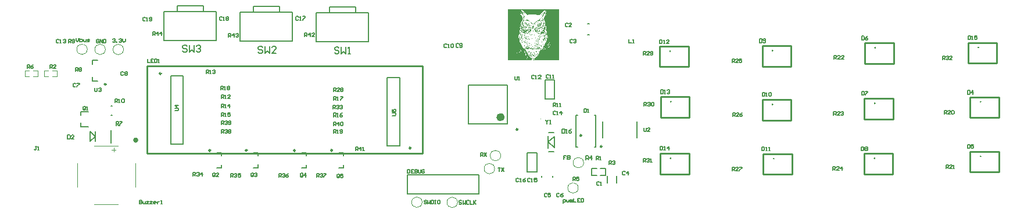
<source format=gto>
G04*
G04 #@! TF.GenerationSoftware,Altium Limited,CircuitMaker,2.3.0 (2.3.0.3)*
G04*
G04 Layer_Color=15132400*
%FSLAX25Y25*%
%MOIN*%
G70*
G04*
G04 #@! TF.SameCoordinates,9D4FD783-725B-4E00-92F0-F451B6D08482*
G04*
G04*
G04 #@! TF.FilePolarity,Positive*
G04*
G01*
G75*
%ADD10C,0.00984*%
%ADD11C,0.00394*%
%ADD12C,0.02362*%
%ADD13C,0.01000*%
%ADD14C,0.00500*%
%ADD15C,0.00787*%
%ADD16C,0.00591*%
%ADD17C,0.00800*%
G36*
X318602Y88134D02*
X302903Y88134D01*
X302903Y88146D01*
X302811Y88146D01*
X302811Y88134D01*
X302799Y88134D01*
X302799Y88146D01*
X302788Y88146D01*
X302788Y88134D01*
X289029Y88134D01*
X289029Y97965D01*
X289029Y97976D01*
X289029Y117707D01*
X318602Y117707D01*
X318602Y88134D01*
X318602Y88134D02*
G37*
%LPC*%
G36*
X296804Y117164D02*
X296781Y117164D01*
X296781Y117141D01*
X296758Y117141D01*
X296758Y117153D01*
X296734Y117153D01*
X296734Y117141D01*
X296723Y117141D01*
X296723Y117107D01*
X296734Y117107D01*
X296734Y117084D01*
X296746Y117084D01*
X296746Y117037D01*
X296758Y117037D01*
X296758Y117026D01*
X296769Y117026D01*
X296769Y117014D01*
X296781Y117014D01*
X296781Y117003D01*
X296792Y117003D01*
X296792Y116980D01*
X296804Y116980D01*
X296804Y116968D01*
X296815Y116968D01*
X296815Y116956D01*
X296827Y116956D01*
X296827Y116945D01*
X296838Y116945D01*
X296838Y116922D01*
X296850Y116922D01*
X296850Y116899D01*
X296862Y116899D01*
X296862Y116887D01*
X296873Y116887D01*
X296873Y116876D01*
X296885Y116876D01*
X296885Y116852D01*
X296896Y116852D01*
X296896Y116841D01*
X296908Y116841D01*
X296908Y116806D01*
X296919Y116806D01*
X296919Y116795D01*
X296931Y116795D01*
X296931Y116772D01*
X296942Y116772D01*
X296942Y116748D01*
X296954Y116748D01*
X296954Y116737D01*
X296966Y116737D01*
X296966Y116702D01*
X296954Y116702D01*
X296954Y116714D01*
X296942Y116714D01*
X296942Y116691D01*
X296966Y116691D01*
X296966Y116679D01*
X296977Y116679D01*
X296977Y116645D01*
X296966Y116645D01*
X296966Y116656D01*
X296908Y116656D01*
X296908Y116668D01*
X296885Y116668D01*
X296885Y116679D01*
X296850Y116679D01*
X296850Y116691D01*
X296815Y116691D01*
X296815Y116702D01*
X296781Y116702D01*
X296781Y116714D01*
X296746Y116714D01*
X296746Y116725D01*
X296711Y116725D01*
X296711Y116737D01*
X296677Y116737D01*
X296677Y116748D01*
X296642Y116748D01*
X296642Y116760D01*
X296607Y116760D01*
X296607Y116772D01*
X296573Y116772D01*
X296573Y116783D01*
X296538Y116783D01*
X296538Y116795D01*
X296503Y116795D01*
X296503Y116806D01*
X296469Y116806D01*
X296469Y116818D01*
X296446Y116818D01*
X296446Y116806D01*
X296423Y116806D01*
X296423Y116795D01*
X296411Y116795D01*
X296411Y116772D01*
X296399Y116772D01*
X296399Y116748D01*
X296388Y116748D01*
X296388Y116737D01*
X296376Y116737D01*
X296376Y116691D01*
X296365Y116691D01*
X296365Y116575D01*
X296353Y116575D01*
X296353Y116552D01*
X296365Y116552D01*
X296365Y116541D01*
X296376Y116541D01*
X296376Y116506D01*
X296388Y116506D01*
X296388Y116437D01*
X296399Y116437D01*
X296399Y116402D01*
X296411Y116402D01*
X296411Y116344D01*
X296423Y116344D01*
X296423Y116286D01*
X296434Y116286D01*
X296434Y116171D01*
X296423Y116171D01*
X296423Y116125D01*
X296411Y116125D01*
X296411Y116102D01*
X296399Y116102D01*
X296399Y116090D01*
X296388Y116090D01*
X296388Y116078D01*
X296376Y116078D01*
X296376Y116067D01*
X296365Y116067D01*
X296365Y116044D01*
X296353Y116044D01*
X296353Y116032D01*
X296342Y116032D01*
X296342Y116009D01*
X296330Y116009D01*
X296330Y115974D01*
X296319Y115974D01*
X296319Y115928D01*
X296307Y115928D01*
X296307Y115905D01*
X296319Y115905D01*
X296319Y115882D01*
X296307Y115882D01*
X296307Y115859D01*
X296319Y115859D01*
X296319Y115709D01*
X296330Y115709D01*
X296330Y115628D01*
X296342Y115628D01*
X296342Y115593D01*
X296353Y115593D01*
X296353Y115570D01*
X296365Y115570D01*
X296365Y115524D01*
X296376Y115524D01*
X296376Y115501D01*
X296388Y115501D01*
X296388Y115466D01*
X296399Y115466D01*
X296399Y115443D01*
X296411Y115443D01*
X296411Y115420D01*
X296423Y115420D01*
X296423Y115397D01*
X296434Y115397D01*
X296434Y115374D01*
X296446Y115374D01*
X296446Y115351D01*
X296457Y115351D01*
X296457Y115328D01*
X296469Y115328D01*
X296469Y115305D01*
X296480Y115305D01*
X296480Y115293D01*
X296492Y115293D01*
X296492Y115270D01*
X296503Y115270D01*
X296503Y115258D01*
X296515Y115258D01*
X296515Y115247D01*
X296527Y115247D01*
X296527Y115224D01*
X296538Y115224D01*
X296538Y115212D01*
X296550Y115212D01*
X296550Y115200D01*
X296561Y115200D01*
X296561Y115177D01*
X296573Y115177D01*
X296573Y115166D01*
X296584Y115166D01*
X296584Y115154D01*
X296596Y115154D01*
X296596Y115143D01*
X296607Y115143D01*
X296607Y115131D01*
X296619Y115131D01*
X296619Y115120D01*
X296631Y115120D01*
X296631Y115108D01*
X296642Y115108D01*
X296642Y115096D01*
X296654Y115096D01*
X296654Y115085D01*
X296665Y115085D01*
X296665Y115062D01*
X296677Y115062D01*
X296677Y115050D01*
X296688Y115050D01*
X296688Y115039D01*
X296700Y115039D01*
X296700Y115027D01*
X296711Y115027D01*
X296711Y115016D01*
X296723Y115016D01*
X296723Y115004D01*
X296677Y115004D01*
X296677Y114993D01*
X296457Y114993D01*
X296457Y115004D01*
X296399Y115004D01*
X296399Y114993D01*
X296353Y114993D01*
X296353Y115004D01*
X296238Y115004D01*
X296238Y114993D01*
X296157Y114993D01*
X296157Y114981D01*
X296134Y114981D01*
X296134Y114970D01*
X296111Y114970D01*
X296111Y114958D01*
X296088Y114958D01*
X296088Y114946D01*
X296076Y114946D01*
X296076Y114935D01*
X296064Y114935D01*
X296064Y114912D01*
X296076Y114912D01*
X296076Y114877D01*
X296088Y114877D01*
X296088Y114842D01*
X296076Y114842D01*
X296076Y114831D01*
X296088Y114831D01*
X296088Y114819D01*
X296099Y114819D01*
X296099Y114808D01*
X296111Y114808D01*
X296111Y114796D01*
X296122Y114796D01*
X296122Y114785D01*
X296134Y114785D01*
X296134Y114773D01*
X296157Y114773D01*
X296157Y114761D01*
X296168Y114761D01*
X296168Y114738D01*
X296180Y114738D01*
X296180Y114727D01*
X296203Y114727D01*
X296203Y114715D01*
X296215Y114715D01*
X296215Y114704D01*
X296226Y114704D01*
X296226Y114692D01*
X296238Y114692D01*
X296238Y114681D01*
X296261Y114681D01*
X296261Y114669D01*
X296272Y114669D01*
X296272Y114657D01*
X296284Y114657D01*
X296284Y114646D01*
X296307Y114646D01*
X296307Y114634D01*
X296319Y114634D01*
X296319Y114623D01*
X296330Y114623D01*
X296330Y114611D01*
X296342Y114611D01*
X296342Y114600D01*
X296353Y114600D01*
X296353Y114588D01*
X296376Y114588D01*
X296376Y114577D01*
X296388Y114577D01*
X296388Y114565D01*
X296399Y114565D01*
X296399Y114554D01*
X296411Y114554D01*
X296411Y114542D01*
X296423Y114542D01*
X296423Y114531D01*
X296434Y114531D01*
X296434Y114519D01*
X296446Y114519D01*
X296446Y114507D01*
X296457Y114507D01*
X296457Y114496D01*
X296480Y114496D01*
X296480Y114484D01*
X296492Y114484D01*
X296492Y114473D01*
X296515Y114473D01*
X296515Y114461D01*
X296527Y114461D01*
X296527Y114450D01*
X296538Y114450D01*
X296538Y114438D01*
X296550Y114438D01*
X296550Y114427D01*
X296561Y114427D01*
X296561Y114415D01*
X296573Y114415D01*
X296573Y114403D01*
X296596Y114403D01*
X296596Y114392D01*
X296607Y114392D01*
X296607Y114380D01*
X296619Y114380D01*
X296619Y114369D01*
X296631Y114369D01*
X296631Y114357D01*
X296654Y114357D01*
X296654Y114346D01*
X296665Y114346D01*
X296665Y114334D01*
X296688Y114334D01*
X296688Y114323D01*
X296700Y114323D01*
X296700Y114311D01*
X296711Y114311D01*
X296711Y114299D01*
X296734Y114299D01*
X296734Y114288D01*
X296746Y114288D01*
X296746Y114276D01*
X296758Y114276D01*
X296758Y114265D01*
X296769Y114265D01*
X296769Y114253D01*
X296781Y114253D01*
X296781Y114242D01*
X296792Y114242D01*
X296792Y114219D01*
X296804Y114219D01*
X296804Y114207D01*
X296815Y114207D01*
X296815Y114196D01*
X296827Y114196D01*
X296827Y114172D01*
X296838Y114172D01*
X296838Y114161D01*
X296850Y114161D01*
X296850Y114149D01*
X296862Y114149D01*
X296862Y114126D01*
X296873Y114126D01*
X296873Y114115D01*
X296885Y114115D01*
X296885Y114103D01*
X296896Y114103D01*
X296896Y114092D01*
X296908Y114092D01*
X296908Y114080D01*
X296919Y114080D01*
X296919Y114068D01*
X296931Y114068D01*
X296931Y114057D01*
X296942Y114057D01*
X296942Y114034D01*
X296954Y114034D01*
X296954Y114022D01*
X296966Y114022D01*
X296966Y114011D01*
X296977Y114011D01*
X296977Y113999D01*
X296989Y113999D01*
X296989Y113976D01*
X297000Y113976D01*
X297000Y113964D01*
X297012Y113964D01*
X297012Y113941D01*
X297023Y113941D01*
X297023Y113930D01*
X297035Y113930D01*
X297035Y113907D01*
X297046Y113907D01*
X297046Y113884D01*
X297058Y113884D01*
X297058Y113860D01*
X297070Y113860D01*
X297070Y113837D01*
X297081Y113837D01*
X297081Y113814D01*
X297093Y113814D01*
X297093Y113791D01*
X297104Y113791D01*
X297104Y113768D01*
X297116Y113768D01*
X297116Y113733D01*
X297127Y113733D01*
X297127Y113722D01*
X297139Y113722D01*
X297139Y113699D01*
X297150Y113699D01*
X297150Y113676D01*
X297162Y113676D01*
X297162Y113653D01*
X297174Y113653D01*
X297174Y113629D01*
X297185Y113629D01*
X297185Y113595D01*
X297197Y113595D01*
X297197Y113572D01*
X297208Y113572D01*
X297208Y113549D01*
X297220Y113549D01*
X297220Y113525D01*
X297231Y113525D01*
X297231Y113502D01*
X297243Y113502D01*
X297243Y113479D01*
X297254Y113479D01*
X297254Y113445D01*
X297266Y113445D01*
X297266Y113421D01*
X297277Y113421D01*
X297277Y113398D01*
X297289Y113398D01*
X297289Y113375D01*
X297301Y113375D01*
X297301Y113341D01*
X297312Y113341D01*
X297312Y113318D01*
X297324Y113318D01*
X297324Y113283D01*
X297335Y113283D01*
X297335Y113260D01*
X297347Y113260D01*
X297347Y113225D01*
X297358Y113225D01*
X297358Y113190D01*
X297370Y113190D01*
X297370Y113144D01*
X297381Y113144D01*
X297381Y112948D01*
X297393Y112948D01*
X297393Y112255D01*
X297381Y112255D01*
X297381Y112162D01*
X297370Y112162D01*
X297370Y112139D01*
X297358Y112139D01*
X297358Y112116D01*
X297347Y112116D01*
X297347Y112093D01*
X297335Y112093D01*
X297335Y112070D01*
X297324Y112070D01*
X297324Y112047D01*
X297312Y112047D01*
X297312Y112035D01*
X297301Y112035D01*
X297301Y112024D01*
X297289Y112024D01*
X297289Y112001D01*
X297277Y112001D01*
X297277Y111954D01*
X297289Y111954D01*
X297289Y111850D01*
X297301Y111850D01*
X297301Y111839D01*
X297324Y111839D01*
X297324Y111850D01*
X297347Y111850D01*
X297347Y111862D01*
X297358Y111862D01*
X297358Y111873D01*
X297370Y111873D01*
X297370Y111885D01*
X297381Y111885D01*
X297381Y111897D01*
X297393Y111897D01*
X297393Y111920D01*
X297405Y111920D01*
X297405Y111931D01*
X297416Y111931D01*
X297416Y111943D01*
X297428Y111943D01*
X297428Y111954D01*
X297439Y111954D01*
X297439Y111978D01*
X297462Y111978D01*
X297462Y112001D01*
X297474Y112001D01*
X297474Y112012D01*
X297485Y112012D01*
X297485Y112024D01*
X297497Y112024D01*
X297497Y112035D01*
X297509Y112035D01*
X297509Y112047D01*
X297520Y112047D01*
X297520Y112058D01*
X297532Y112058D01*
X297532Y112070D01*
X297543Y112070D01*
X297543Y112082D01*
X297555Y112082D01*
X297555Y112105D01*
X297566Y112105D01*
X297566Y112116D01*
X297578Y112116D01*
X297578Y112128D01*
X297589Y112128D01*
X297589Y112139D01*
X297601Y112139D01*
X297601Y112162D01*
X297613Y112162D01*
X297613Y112174D01*
X297624Y112174D01*
X297624Y112185D01*
X297636Y112185D01*
X297636Y112197D01*
X297647Y112197D01*
X297647Y112208D01*
X297659Y112208D01*
X297659Y112220D01*
X297670Y112220D01*
X297670Y112232D01*
X297682Y112232D01*
X297682Y112255D01*
X297693Y112255D01*
X297693Y112266D01*
X297705Y112266D01*
X297705Y112278D01*
X297716Y112278D01*
X297716Y112289D01*
X297728Y112289D01*
X297728Y112301D01*
X297740Y112301D01*
X297740Y112312D01*
X297751Y112312D01*
X297751Y112324D01*
X297763Y112324D01*
X297763Y112336D01*
X297774Y112336D01*
X297774Y112347D01*
X297786Y112347D01*
X297786Y112393D01*
X297797Y112393D01*
X297797Y112417D01*
X297809Y112417D01*
X297809Y112463D01*
X297820Y112463D01*
X297820Y112486D01*
X297832Y112486D01*
X297832Y112509D01*
X297844Y112509D01*
X297844Y112543D01*
X297855Y112543D01*
X297855Y112567D01*
X297867Y112567D01*
X297867Y112601D01*
X297878Y112601D01*
X297878Y112624D01*
X297890Y112624D01*
X297890Y112647D01*
X297901Y112647D01*
X297901Y112694D01*
X297913Y112694D01*
X297913Y112740D01*
X297924Y112740D01*
X297924Y112763D01*
X297936Y112763D01*
X297936Y112798D01*
X297948Y112798D01*
X297948Y112821D01*
X297959Y112821D01*
X297959Y112844D01*
X297971Y112844D01*
X297971Y112867D01*
X297982Y112867D01*
X297982Y112879D01*
X297994Y112879D01*
X297994Y112902D01*
X298005Y112902D01*
X298005Y112913D01*
X298017Y112913D01*
X298017Y112925D01*
X298051Y112925D01*
X298051Y112913D01*
X298075Y112913D01*
X298075Y112902D01*
X298098Y112902D01*
X298098Y112890D01*
X298121Y112890D01*
X298121Y112879D01*
X298155Y112879D01*
X298155Y112867D01*
X298167Y112867D01*
X298167Y112855D01*
X298190Y112855D01*
X298190Y112844D01*
X298225Y112844D01*
X298225Y112832D01*
X298259Y112832D01*
X298259Y112821D01*
X298271Y112821D01*
X298271Y112809D01*
X298306Y112809D01*
X298306Y112798D01*
X298329Y112798D01*
X298329Y112786D01*
X298340Y112786D01*
X298340Y112775D01*
X298375Y112775D01*
X298375Y112763D01*
X298386Y112763D01*
X298386Y112751D01*
X298410Y112751D01*
X298410Y112740D01*
X298433Y112740D01*
X298433Y112728D01*
X298444Y112728D01*
X298444Y112717D01*
X298467Y112717D01*
X298467Y112705D01*
X298479Y112705D01*
X298479Y112694D01*
X298502Y112694D01*
X298502Y112682D01*
X298525Y112682D01*
X298525Y112659D01*
X298560Y112659D01*
X298560Y112647D01*
X298583Y112647D01*
X298583Y112636D01*
X298594Y112636D01*
X298594Y112613D01*
X298525Y112613D01*
X298525Y112624D01*
X298490Y112624D01*
X298490Y112601D01*
X298537Y112601D01*
X298537Y112590D01*
X298548Y112590D01*
X298548Y112578D01*
X298583Y112578D01*
X298583Y112590D01*
X298594Y112590D01*
X298594Y112601D01*
X298641Y112601D01*
X298641Y112590D01*
X298652Y112590D01*
X298652Y112601D01*
X298675Y112601D01*
X298675Y112590D01*
X298698Y112590D01*
X298698Y112567D01*
X298664Y112567D01*
X298664Y112555D01*
X298652Y112555D01*
X298652Y112567D01*
X298618Y112567D01*
X298618Y112555D01*
X298606Y112555D01*
X298606Y112543D01*
X298687Y112543D01*
X298687Y112555D01*
X298756Y112555D01*
X298756Y112543D01*
X298745Y112543D01*
X298745Y112532D01*
X298733Y112532D01*
X298733Y112520D01*
X298698Y112520D01*
X298698Y112509D01*
X298675Y112509D01*
X298675Y112497D01*
X298664Y112497D01*
X298664Y112486D01*
X298606Y112486D01*
X298606Y112497D01*
X298560Y112497D01*
X298560Y112520D01*
X298537Y112520D01*
X298537Y112555D01*
X298490Y112555D01*
X298490Y112567D01*
X298467Y112567D01*
X298467Y112578D01*
X298456Y112578D01*
X298456Y112567D01*
X298444Y112567D01*
X298444Y112578D01*
X298433Y112578D01*
X298433Y112590D01*
X298398Y112590D01*
X298398Y112601D01*
X298363Y112601D01*
X298363Y112613D01*
X298294Y112613D01*
X298294Y112601D01*
X298271Y112601D01*
X298271Y112590D01*
X298248Y112590D01*
X298248Y112578D01*
X298225Y112578D01*
X298225Y112567D01*
X298213Y112567D01*
X298213Y112555D01*
X298190Y112555D01*
X298190Y112543D01*
X298179Y112543D01*
X298179Y112532D01*
X298167Y112532D01*
X298167Y112520D01*
X298144Y112520D01*
X298144Y112509D01*
X298132Y112509D01*
X298132Y112497D01*
X298109Y112497D01*
X298109Y112486D01*
X298098Y112486D01*
X298098Y112474D01*
X298075Y112474D01*
X298075Y112463D01*
X298028Y112463D01*
X298028Y112451D01*
X297971Y112451D01*
X297971Y112440D01*
X297936Y112440D01*
X297936Y112428D01*
X297913Y112428D01*
X297913Y112417D01*
X297890Y112417D01*
X297890Y112405D01*
X297867Y112405D01*
X297867Y112393D01*
X297855Y112393D01*
X297855Y112382D01*
X297844Y112382D01*
X297844Y112370D01*
X297832Y112370D01*
X297832Y112359D01*
X297820Y112359D01*
X297820Y112347D01*
X297809Y112347D01*
X297809Y112324D01*
X297820Y112324D01*
X297820Y112336D01*
X297913Y112336D01*
X297913Y112324D01*
X297994Y112324D01*
X297994Y112336D01*
X298121Y112336D01*
X298121Y112347D01*
X298132Y112347D01*
X298132Y112359D01*
X298144Y112359D01*
X298144Y112382D01*
X298155Y112382D01*
X298155Y112393D01*
X298167Y112393D01*
X298167Y112405D01*
X298190Y112405D01*
X298190Y112417D01*
X298202Y112417D01*
X298202Y112428D01*
X298225Y112428D01*
X298225Y112440D01*
X298259Y112440D01*
X298259Y112451D01*
X298306Y112451D01*
X298306Y112463D01*
X298410Y112463D01*
X298410Y112474D01*
X298444Y112474D01*
X298444Y112486D01*
X298479Y112486D01*
X298479Y112474D01*
X298490Y112474D01*
X298490Y112463D01*
X298479Y112463D01*
X298479Y112451D01*
X298467Y112451D01*
X298467Y112440D01*
X298444Y112440D01*
X298444Y112428D01*
X298433Y112428D01*
X298433Y112417D01*
X298410Y112417D01*
X298410Y112405D01*
X298398Y112405D01*
X298398Y112393D01*
X298386Y112393D01*
X298386Y112382D01*
X298352Y112382D01*
X298352Y112370D01*
X298340Y112370D01*
X298340Y112359D01*
X298306Y112359D01*
X298306Y112347D01*
X298294Y112347D01*
X298294Y112336D01*
X298259Y112336D01*
X298259Y112324D01*
X298225Y112324D01*
X298225Y112312D01*
X298213Y112312D01*
X298213Y112301D01*
X298190Y112301D01*
X298190Y112289D01*
X298179Y112289D01*
X298179Y112278D01*
X298155Y112278D01*
X298155Y112266D01*
X298144Y112266D01*
X298144Y112255D01*
X298121Y112255D01*
X298121Y112243D01*
X298098Y112243D01*
X298098Y112232D01*
X298063Y112232D01*
X298063Y112220D01*
X297855Y112220D01*
X297855Y112208D01*
X297809Y112208D01*
X297809Y112197D01*
X297786Y112197D01*
X297786Y112185D01*
X297774Y112185D01*
X297774Y112174D01*
X297763Y112174D01*
X297763Y112162D01*
X297751Y112162D01*
X297751Y112151D01*
X297740Y112151D01*
X297740Y112139D01*
X297716Y112139D01*
X297716Y112116D01*
X297705Y112116D01*
X297705Y112093D01*
X297693Y112093D01*
X297693Y112070D01*
X297682Y112070D01*
X297682Y112058D01*
X297670Y112058D01*
X297670Y112024D01*
X297659Y112024D01*
X297659Y111989D01*
X297647Y111989D01*
X297647Y111943D01*
X297636Y111943D01*
X297636Y111897D01*
X297624Y111897D01*
X297624Y111873D01*
X297613Y111873D01*
X297613Y111850D01*
X297601Y111850D01*
X297601Y111839D01*
X297589Y111839D01*
X297589Y111827D01*
X297578Y111827D01*
X297578Y111816D01*
X297566Y111816D01*
X297566Y111804D01*
X297555Y111804D01*
X297555Y111793D01*
X297532Y111793D01*
X297532Y111781D01*
X297520Y111781D01*
X297520Y111770D01*
X297497Y111770D01*
X297497Y111758D01*
X297474Y111758D01*
X297474Y111747D01*
X297451Y111747D01*
X297451Y111735D01*
X297439Y111735D01*
X297439Y111723D01*
X297428Y111723D01*
X297428Y111712D01*
X297405Y111712D01*
X297405Y111700D01*
X297393Y111700D01*
X297393Y111677D01*
X297381Y111677D01*
X297381Y111666D01*
X297370Y111666D01*
X297370Y111643D01*
X297358Y111643D01*
X297358Y111631D01*
X297347Y111631D01*
X297347Y111596D01*
X297335Y111596D01*
X297335Y111573D01*
X297358Y111573D01*
X297358Y111585D01*
X297370Y111585D01*
X297370Y111573D01*
X297393Y111573D01*
X297393Y111562D01*
X297405Y111562D01*
X297405Y111539D01*
X297393Y111539D01*
X297393Y111481D01*
X297381Y111481D01*
X297381Y111458D01*
X297370Y111458D01*
X297370Y111446D01*
X297358Y111446D01*
X297358Y111435D01*
X297347Y111435D01*
X297347Y111423D01*
X297335Y111423D01*
X297335Y111411D01*
X297324Y111411D01*
X297324Y111400D01*
X297301Y111400D01*
X297301Y111388D01*
X297289Y111388D01*
X297289Y111377D01*
X297266Y111377D01*
X297266Y111365D01*
X297254Y111365D01*
X297254Y111354D01*
X297231Y111354D01*
X297231Y111342D01*
X297220Y111342D01*
X297220Y111331D01*
X297197Y111331D01*
X297197Y111319D01*
X297185Y111319D01*
X297185Y111308D01*
X297174Y111308D01*
X297174Y111296D01*
X297162Y111296D01*
X297162Y111273D01*
X297150Y111273D01*
X297150Y111227D01*
X297139Y111227D01*
X297139Y111215D01*
X297174Y111215D01*
X297174Y111238D01*
X297185Y111238D01*
X297185Y111250D01*
X297197Y111250D01*
X297197Y111273D01*
X297208Y111273D01*
X297208Y111284D01*
X297243Y111284D01*
X297243Y111273D01*
X297277Y111273D01*
X297277Y111261D01*
X297289Y111261D01*
X297289Y111250D01*
X297312Y111250D01*
X297312Y111238D01*
X297335Y111238D01*
X297335Y111227D01*
X297347Y111227D01*
X297347Y111215D01*
X297358Y111215D01*
X297358Y111204D01*
X297370Y111204D01*
X297370Y111192D01*
X297393Y111192D01*
X297393Y111180D01*
X297405Y111180D01*
X297405Y111169D01*
X297416Y111169D01*
X297416Y111157D01*
X297428Y111157D01*
X297428Y111146D01*
X297451Y111146D01*
X297451Y111134D01*
X297474Y111134D01*
X297474Y111123D01*
X297485Y111123D01*
X297485Y111111D01*
X297509Y111111D01*
X297509Y111100D01*
X297520Y111100D01*
X297520Y111088D01*
X297543Y111088D01*
X297543Y111076D01*
X297566Y111076D01*
X297566Y111065D01*
X297589Y111065D01*
X297589Y111053D01*
X297613Y111053D01*
X297613Y111042D01*
X297636Y111042D01*
X297636Y111030D01*
X297670Y111030D01*
X297670Y111019D01*
X297693Y111019D01*
X297693Y111007D01*
X297751Y111007D01*
X297751Y110996D01*
X297774Y110996D01*
X297774Y110984D01*
X297809Y110984D01*
X297809Y110996D01*
X297820Y110996D01*
X297820Y111007D01*
X297832Y111007D01*
X297832Y111030D01*
X297844Y111030D01*
X297844Y111053D01*
X297867Y111053D01*
X297867Y111076D01*
X297878Y111076D01*
X297878Y111088D01*
X297890Y111088D01*
X297890Y111100D01*
X297901Y111100D01*
X297901Y111123D01*
X297913Y111123D01*
X297913Y111134D01*
X297924Y111134D01*
X297924Y111169D01*
X297913Y111169D01*
X297913Y111180D01*
X297901Y111180D01*
X297901Y111192D01*
X297890Y111192D01*
X297890Y111215D01*
X297878Y111215D01*
X297878Y111227D01*
X297867Y111227D01*
X297867Y111238D01*
X297855Y111238D01*
X297855Y111250D01*
X297844Y111250D01*
X297844Y111261D01*
X297832Y111261D01*
X297832Y111273D01*
X297820Y111273D01*
X297820Y111284D01*
X297809Y111284D01*
X297809Y111296D01*
X297797Y111296D01*
X297797Y111308D01*
X297786Y111308D01*
X297786Y111319D01*
X297774Y111319D01*
X297774Y111331D01*
X297763Y111331D01*
X297763Y111342D01*
X297751Y111342D01*
X297751Y111354D01*
X297740Y111354D01*
X297740Y111365D01*
X297728Y111365D01*
X297728Y111377D01*
X297716Y111377D01*
X297716Y111388D01*
X297705Y111388D01*
X297705Y111400D01*
X297693Y111400D01*
X297693Y111411D01*
X297670Y111411D01*
X297670Y111423D01*
X297659Y111423D01*
X297659Y111435D01*
X297647Y111435D01*
X297647Y111446D01*
X297636Y111446D01*
X297636Y111458D01*
X297624Y111458D01*
X297624Y111469D01*
X297613Y111469D01*
X297613Y111481D01*
X297601Y111481D01*
X297601Y111492D01*
X297589Y111492D01*
X297589Y111504D01*
X297578Y111504D01*
X297578Y111515D01*
X297566Y111515D01*
X297566Y111527D01*
X297555Y111527D01*
X297555Y111539D01*
X297543Y111539D01*
X297543Y111550D01*
X297532Y111550D01*
X297532Y111562D01*
X297520Y111562D01*
X297520Y111573D01*
X297509Y111573D01*
X297509Y111585D01*
X297497Y111585D01*
X297497Y111596D01*
X297485Y111596D01*
X297485Y111608D01*
X297474Y111608D01*
X297474Y111619D01*
X297462Y111619D01*
X297462Y111631D01*
X297451Y111631D01*
X297451Y111643D01*
X297439Y111643D01*
X297439Y111654D01*
X297416Y111654D01*
X297416Y111677D01*
X297509Y111677D01*
X297509Y111666D01*
X297532Y111666D01*
X297532Y111654D01*
X297555Y111654D01*
X297555Y111643D01*
X297566Y111643D01*
X297566Y111631D01*
X297589Y111631D01*
X297589Y111619D01*
X297601Y111619D01*
X297601Y111608D01*
X297624Y111608D01*
X297624Y111596D01*
X297636Y111596D01*
X297636Y111585D01*
X297647Y111585D01*
X297647Y111573D01*
X297659Y111573D01*
X297659Y111562D01*
X297682Y111562D01*
X297682Y111550D01*
X297693Y111550D01*
X297693Y111539D01*
X297705Y111539D01*
X297705Y111527D01*
X297716Y111527D01*
X297716Y111515D01*
X297728Y111515D01*
X297728Y111504D01*
X297740Y111504D01*
X297740Y111492D01*
X297751Y111492D01*
X297751Y111481D01*
X297763Y111481D01*
X297763Y111469D01*
X297774Y111469D01*
X297774Y111458D01*
X297786Y111458D01*
X297786Y111446D01*
X297797Y111446D01*
X297797Y111435D01*
X297809Y111435D01*
X297809Y111423D01*
X297820Y111423D01*
X297820Y111411D01*
X297832Y111411D01*
X297832Y111400D01*
X297844Y111400D01*
X297844Y111388D01*
X297855Y111388D01*
X297855Y111377D01*
X297867Y111377D01*
X297867Y111365D01*
X297878Y111365D01*
X297878Y111354D01*
X297890Y111354D01*
X297890Y111342D01*
X297901Y111342D01*
X297901Y111331D01*
X297924Y111331D01*
X297924Y111319D01*
X297936Y111319D01*
X297936Y111308D01*
X297948Y111308D01*
X297948Y111296D01*
X297959Y111296D01*
X297959Y111284D01*
X297971Y111284D01*
X297971Y111273D01*
X298005Y111273D01*
X298005Y111284D01*
X298017Y111284D01*
X298017Y111308D01*
X298028Y111308D01*
X298028Y111319D01*
X298051Y111319D01*
X298051Y111342D01*
X298063Y111342D01*
X298063Y111354D01*
X298075Y111354D01*
X298075Y111365D01*
X298086Y111365D01*
X298086Y111388D01*
X298098Y111388D01*
X298098Y111400D01*
X298109Y111400D01*
X298109Y111423D01*
X298121Y111423D01*
X298121Y111435D01*
X298132Y111435D01*
X298132Y111458D01*
X298144Y111458D01*
X298144Y111481D01*
X298155Y111481D01*
X298155Y111527D01*
X298167Y111527D01*
X298167Y111539D01*
X298155Y111539D01*
X298155Y111562D01*
X298144Y111562D01*
X298144Y111585D01*
X298132Y111585D01*
X298132Y111608D01*
X298121Y111608D01*
X298121Y111619D01*
X298098Y111619D01*
X298098Y111631D01*
X298086Y111631D01*
X298086Y111654D01*
X298075Y111654D01*
X298075Y111666D01*
X298051Y111666D01*
X298051Y111677D01*
X298040Y111677D01*
X298040Y111689D01*
X298028Y111689D01*
X298028Y111700D01*
X298017Y111700D01*
X298017Y111712D01*
X297994Y111712D01*
X297994Y111723D01*
X297982Y111723D01*
X297982Y111735D01*
X297971Y111735D01*
X297971Y111747D01*
X297948Y111747D01*
X297948Y111758D01*
X297936Y111758D01*
X297936Y111770D01*
X297924Y111770D01*
X297924Y111781D01*
X297913Y111781D01*
X297913Y111793D01*
X297901Y111793D01*
X297901Y111816D01*
X297890Y111816D01*
X297890Y111827D01*
X297867Y111827D01*
X297867Y111839D01*
X297855Y111839D01*
X297855Y111850D01*
X297844Y111850D01*
X297844Y111862D01*
X297832Y111862D01*
X297832Y111873D01*
X297820Y111873D01*
X297820Y111885D01*
X297809Y111885D01*
X297809Y111908D01*
X297797Y111908D01*
X297797Y111920D01*
X297786Y111920D01*
X297786Y111931D01*
X297774Y111931D01*
X297774Y111954D01*
X297763Y111954D01*
X297763Y111978D01*
X297751Y111978D01*
X297751Y112001D01*
X297740Y112001D01*
X297740Y112035D01*
X297728Y112035D01*
X297728Y112058D01*
X297774Y112058D01*
X297774Y112047D01*
X297832Y112047D01*
X297832Y112058D01*
X297913Y112058D01*
X297913Y112047D01*
X297948Y112047D01*
X297948Y112035D01*
X297971Y112035D01*
X297971Y112024D01*
X297982Y112024D01*
X297982Y112012D01*
X297994Y112012D01*
X297994Y112001D01*
X298005Y112001D01*
X298005Y111989D01*
X298017Y111989D01*
X298017Y111978D01*
X298028Y111978D01*
X298028Y111966D01*
X298040Y111966D01*
X298040Y111954D01*
X298051Y111954D01*
X298051Y111931D01*
X298063Y111931D01*
X298063Y111920D01*
X298075Y111920D01*
X298075Y111908D01*
X298086Y111908D01*
X298086Y111897D01*
X298098Y111897D01*
X298098Y111873D01*
X298109Y111873D01*
X298109Y111862D01*
X298121Y111862D01*
X298121Y111850D01*
X298132Y111850D01*
X298132Y111839D01*
X298144Y111839D01*
X298144Y111816D01*
X298155Y111816D01*
X298155Y111804D01*
X298167Y111804D01*
X298167Y111793D01*
X298179Y111793D01*
X298179Y111747D01*
X298202Y111747D01*
X298202Y111735D01*
X298213Y111735D01*
X298213Y111723D01*
X298225Y111723D01*
X298225Y111700D01*
X298236Y111700D01*
X298236Y111689D01*
X298248Y111689D01*
X298248Y111677D01*
X298259Y111677D01*
X298259Y111666D01*
X298271Y111666D01*
X298271Y111654D01*
X298283Y111654D01*
X298283Y111631D01*
X298294Y111631D01*
X298294Y111619D01*
X298306Y111619D01*
X298306Y111608D01*
X298317Y111608D01*
X298317Y111596D01*
X298329Y111596D01*
X298329Y111585D01*
X298340Y111585D01*
X298340Y111573D01*
X298352Y111573D01*
X298352Y111562D01*
X298363Y111562D01*
X298363Y111550D01*
X298375Y111550D01*
X298375Y111539D01*
X298386Y111539D01*
X298386Y111527D01*
X298398Y111527D01*
X298398Y111515D01*
X298410Y111515D01*
X298410Y111504D01*
X298421Y111504D01*
X298421Y111492D01*
X298433Y111492D01*
X298433Y111481D01*
X298444Y111481D01*
X298444Y111469D01*
X298456Y111469D01*
X298456Y111458D01*
X298479Y111458D01*
X298479Y111446D01*
X298490Y111446D01*
X298490Y111435D01*
X298502Y111435D01*
X298502Y111423D01*
X298514Y111423D01*
X298514Y111411D01*
X298537Y111411D01*
X298537Y111400D01*
X298548Y111400D01*
X298548Y111388D01*
X298583Y111388D01*
X298583Y111377D01*
X298606Y111377D01*
X298606Y111365D01*
X298641Y111365D01*
X298641Y111354D01*
X298664Y111354D01*
X298664Y111342D01*
X298687Y111342D01*
X298687Y111331D01*
X298698Y111331D01*
X298698Y111319D01*
X298733Y111319D01*
X298733Y111308D01*
X298745Y111308D01*
X298745Y111296D01*
X298768Y111296D01*
X298768Y111284D01*
X298802Y111284D01*
X298802Y111273D01*
X298837Y111273D01*
X298837Y111261D01*
X298872Y111261D01*
X298872Y111250D01*
X298895Y111250D01*
X298895Y111238D01*
X298918Y111238D01*
X298918Y111227D01*
X298941Y111227D01*
X298941Y111215D01*
X298964Y111215D01*
X298964Y111204D01*
X298976Y111204D01*
X298976Y111180D01*
X298987Y111180D01*
X298987Y111169D01*
X299022Y111169D01*
X299022Y111146D01*
X299010Y111146D01*
X299010Y111134D01*
X298987Y111134D01*
X298987Y111123D01*
X298964Y111123D01*
X298964Y111111D01*
X298953Y111111D01*
X298953Y111088D01*
X298941Y111088D01*
X298941Y111076D01*
X298918Y111076D01*
X298918Y111088D01*
X298883Y111088D01*
X298883Y111100D01*
X298849Y111100D01*
X298849Y111111D01*
X298837Y111111D01*
X298837Y111100D01*
X298825Y111100D01*
X298825Y111088D01*
X298860Y111088D01*
X298860Y111076D01*
X298872Y111076D01*
X298872Y111065D01*
X298895Y111065D01*
X298895Y111053D01*
X298906Y111053D01*
X298906Y111042D01*
X298941Y111042D01*
X298941Y111030D01*
X298953Y111030D01*
X298953Y111019D01*
X298976Y111019D01*
X298976Y111007D01*
X298999Y111007D01*
X298999Y110996D01*
X299022Y110996D01*
X299022Y110984D01*
X299033Y110984D01*
X299033Y110972D01*
X299068Y110972D01*
X299068Y110961D01*
X299080Y110961D01*
X299080Y110949D01*
X299103Y110949D01*
X299103Y110938D01*
X299114Y110938D01*
X299114Y110926D01*
X299126Y110926D01*
X299126Y110915D01*
X299149Y110915D01*
X299149Y110903D01*
X299172Y110903D01*
X299172Y110892D01*
X299207Y110892D01*
X299207Y110903D01*
X299195Y110903D01*
X299195Y110938D01*
X299184Y110938D01*
X299184Y110961D01*
X299160Y110961D01*
X299160Y110984D01*
X299172Y110984D01*
X299172Y110996D01*
X299184Y110996D01*
X299184Y111030D01*
X299172Y111030D01*
X299172Y111053D01*
X299160Y111053D01*
X299160Y111076D01*
X299149Y111076D01*
X299149Y111088D01*
X299114Y111088D01*
X299114Y111169D01*
X299103Y111169D01*
X299103Y111192D01*
X299080Y111192D01*
X299080Y111204D01*
X299068Y111204D01*
X299068Y111215D01*
X299056Y111215D01*
X299056Y111227D01*
X299068Y111227D01*
X299068Y111250D01*
X299103Y111250D01*
X299103Y111238D01*
X299126Y111238D01*
X299126Y111250D01*
X299149Y111250D01*
X299149Y111261D01*
X299172Y111261D01*
X299172Y111273D01*
X299195Y111273D01*
X299195Y111284D01*
X299218Y111284D01*
X299218Y111308D01*
X299230Y111308D01*
X299230Y111342D01*
X299218Y111342D01*
X299218Y111354D01*
X299207Y111354D01*
X299207Y111365D01*
X299195Y111365D01*
X299195Y111377D01*
X299184Y111377D01*
X299184Y111400D01*
X299172Y111400D01*
X299172Y111411D01*
X299160Y111411D01*
X299160Y111423D01*
X299149Y111423D01*
X299149Y111435D01*
X299137Y111435D01*
X299137Y111458D01*
X299126Y111458D01*
X299126Y111469D01*
X299114Y111469D01*
X299114Y111481D01*
X299103Y111481D01*
X299103Y111504D01*
X299114Y111504D01*
X299114Y111527D01*
X299137Y111527D01*
X299137Y111515D01*
X299172Y111515D01*
X299172Y111504D01*
X299195Y111504D01*
X299195Y111492D01*
X299207Y111492D01*
X299207Y111481D01*
X299218Y111481D01*
X299218Y111469D01*
X299230Y111469D01*
X299230Y111458D01*
X299241Y111458D01*
X299241Y111446D01*
X299253Y111446D01*
X299253Y111435D01*
X299264Y111435D01*
X299264Y111423D01*
X299276Y111423D01*
X299276Y111411D01*
X299299Y111411D01*
X299299Y111400D01*
X299311Y111400D01*
X299311Y111388D01*
X299368Y111388D01*
X299368Y111377D01*
X299380Y111377D01*
X299380Y111365D01*
X299392Y111365D01*
X299392Y111354D01*
X299403Y111354D01*
X299403Y111342D01*
X299426Y111342D01*
X299426Y111331D01*
X299438Y111331D01*
X299438Y111319D01*
X299449Y111319D01*
X299449Y111308D01*
X299461Y111308D01*
X299461Y111296D01*
X299472Y111296D01*
X299472Y111273D01*
X299461Y111273D01*
X299461Y111284D01*
X299449Y111284D01*
X299449Y111273D01*
X299438Y111273D01*
X299438Y111284D01*
X299415Y111284D01*
X299415Y111308D01*
X299392Y111308D01*
X299392Y111284D01*
X299403Y111284D01*
X299403Y111261D01*
X299415Y111261D01*
X299415Y111123D01*
X299426Y111123D01*
X299426Y111076D01*
X299415Y111076D01*
X299415Y111053D01*
X299403Y111053D01*
X299403Y111007D01*
X299392Y111007D01*
X299392Y110996D01*
X299403Y110996D01*
X299403Y110972D01*
X299426Y110972D01*
X299426Y110961D01*
X299449Y110961D01*
X299449Y111007D01*
X299472Y111007D01*
X299472Y110996D01*
X299484Y110996D01*
X299484Y110984D01*
X299495Y110984D01*
X299495Y110961D01*
X299484Y110961D01*
X299484Y110938D01*
X299495Y110938D01*
X299495Y110915D01*
X299484Y110915D01*
X299484Y110903D01*
X299472Y110903D01*
X299472Y110892D01*
X299449Y110892D01*
X299449Y110880D01*
X299426Y110880D01*
X299426Y110869D01*
X299392Y110869D01*
X299392Y110845D01*
X299380Y110845D01*
X299380Y110834D01*
X299368Y110834D01*
X299368Y110811D01*
X299357Y110811D01*
X299357Y110799D01*
X299334Y110799D01*
X299334Y110788D01*
X299322Y110788D01*
X299322Y110776D01*
X299311Y110776D01*
X299311Y110765D01*
X299299Y110765D01*
X299299Y110753D01*
X299288Y110753D01*
X299288Y110741D01*
X299276Y110741D01*
X299276Y110730D01*
X299241Y110730D01*
X299241Y110718D01*
X299218Y110718D01*
X299218Y110707D01*
X299195Y110707D01*
X299195Y110695D01*
X299184Y110695D01*
X299184Y110684D01*
X299160Y110684D01*
X299160Y110672D01*
X299137Y110672D01*
X299137Y110661D01*
X299126Y110661D01*
X299126Y110649D01*
X299103Y110649D01*
X299103Y110637D01*
X299080Y110637D01*
X299080Y110626D01*
X299068Y110626D01*
X299068Y110614D01*
X299056Y110614D01*
X299056Y110603D01*
X298999Y110603D01*
X298999Y110580D01*
X298987Y110580D01*
X298987Y110533D01*
X298953Y110533D01*
X298953Y110510D01*
X298941Y110510D01*
X298941Y110487D01*
X298953Y110487D01*
X298953Y110430D01*
X298941Y110430D01*
X298941Y110383D01*
X298929Y110383D01*
X298929Y110372D01*
X298895Y110372D01*
X298895Y110349D01*
X298872Y110349D01*
X298872Y110430D01*
X298860Y110430D01*
X298860Y110441D01*
X298849Y110441D01*
X298849Y110464D01*
X298837Y110464D01*
X298837Y110499D01*
X298779Y110499D01*
X298779Y110487D01*
X298733Y110487D01*
X298733Y110499D01*
X298722Y110499D01*
X298722Y110522D01*
X298710Y110522D01*
X298710Y110533D01*
X298733Y110533D01*
X298733Y110545D01*
X298768Y110545D01*
X298768Y110533D01*
X298779Y110533D01*
X298779Y110522D01*
X298814Y110522D01*
X298814Y110510D01*
X298837Y110510D01*
X298837Y110545D01*
X298825Y110545D01*
X298825Y110557D01*
X298814Y110557D01*
X298814Y110568D01*
X298802Y110568D01*
X298802Y110591D01*
X298779Y110591D01*
X298779Y110603D01*
X298814Y110603D01*
X298814Y110591D01*
X298825Y110591D01*
X298825Y110580D01*
X298849Y110580D01*
X298849Y110568D01*
X298872Y110568D01*
X298872Y110557D01*
X298883Y110557D01*
X298883Y110545D01*
X298918Y110545D01*
X298918Y110568D01*
X298929Y110568D01*
X298929Y110580D01*
X298941Y110580D01*
X298941Y110591D01*
X298953Y110591D01*
X298953Y110603D01*
X298964Y110603D01*
X298964Y110614D01*
X298976Y110614D01*
X298976Y110661D01*
X298987Y110661D01*
X298987Y110765D01*
X298964Y110765D01*
X298964Y110776D01*
X298953Y110776D01*
X298953Y110788D01*
X298941Y110788D01*
X298941Y110799D01*
X298929Y110799D01*
X298929Y110811D01*
X298918Y110811D01*
X298918Y110822D01*
X298906Y110822D01*
X298906Y110834D01*
X298895Y110834D01*
X298895Y110845D01*
X298883Y110845D01*
X298883Y110857D01*
X298872Y110857D01*
X298872Y110869D01*
X298860Y110869D01*
X298860Y110892D01*
X298849Y110892D01*
X298849Y110903D01*
X298837Y110903D01*
X298837Y110915D01*
X298814Y110915D01*
X298814Y110926D01*
X298802Y110926D01*
X298802Y110949D01*
X298791Y110949D01*
X298791Y110961D01*
X298768Y110961D01*
X298768Y110984D01*
X298756Y110984D01*
X298756Y111019D01*
X298745Y111019D01*
X298745Y111030D01*
X298791Y111030D01*
X298791Y111019D01*
X298802Y111019D01*
X298802Y111007D01*
X298849Y111007D01*
X298849Y110996D01*
X298860Y110996D01*
X298860Y110984D01*
X298872Y110984D01*
X298872Y110972D01*
X298883Y110972D01*
X298883Y110961D01*
X298895Y110961D01*
X298895Y110949D01*
X298918Y110949D01*
X298918Y110972D01*
X298895Y110972D01*
X298895Y110996D01*
X298883Y110996D01*
X298883Y111007D01*
X298872Y111007D01*
X298872Y111019D01*
X298860Y111019D01*
X298860Y111042D01*
X298849Y111042D01*
X298849Y111065D01*
X298837Y111065D01*
X298837Y111076D01*
X298825Y111076D01*
X298825Y111088D01*
X298814Y111088D01*
X298814Y111100D01*
X298779Y111100D01*
X298779Y111111D01*
X298722Y111111D01*
X298722Y111123D01*
X298641Y111123D01*
X298641Y111111D01*
X298606Y111111D01*
X298606Y111123D01*
X298594Y111123D01*
X298594Y111111D01*
X298456Y111111D01*
X298456Y111100D01*
X298398Y111100D01*
X298398Y111088D01*
X298363Y111088D01*
X298363Y111076D01*
X298329Y111076D01*
X298329Y111065D01*
X298317Y111065D01*
X298317Y111053D01*
X298294Y111053D01*
X298294Y111042D01*
X298271Y111042D01*
X298271Y111030D01*
X298259Y111030D01*
X298259Y111019D01*
X298248Y111019D01*
X298248Y111007D01*
X298225Y111007D01*
X298225Y110996D01*
X298213Y110996D01*
X298213Y110984D01*
X298202Y110984D01*
X298202Y110972D01*
X298190Y110972D01*
X298190Y110961D01*
X298179Y110961D01*
X298179Y110949D01*
X298167Y110949D01*
X298167Y110938D01*
X298155Y110938D01*
X298155Y110926D01*
X298144Y110926D01*
X298144Y110915D01*
X298132Y110915D01*
X298132Y110903D01*
X298121Y110903D01*
X298121Y110880D01*
X298109Y110880D01*
X298109Y110869D01*
X298098Y110869D01*
X298098Y110845D01*
X298086Y110845D01*
X298086Y110834D01*
X298075Y110834D01*
X298075Y110822D01*
X298063Y110822D01*
X298063Y110799D01*
X298051Y110799D01*
X298051Y110776D01*
X298040Y110776D01*
X298040Y110765D01*
X298028Y110765D01*
X298028Y110730D01*
X298017Y110730D01*
X298017Y110707D01*
X298005Y110707D01*
X298005Y110684D01*
X297994Y110684D01*
X297994Y110661D01*
X297982Y110661D01*
X297982Y110626D01*
X297971Y110626D01*
X297971Y110591D01*
X297959Y110591D01*
X297959Y110545D01*
X297948Y110545D01*
X297948Y110510D01*
X297936Y110510D01*
X297936Y110476D01*
X297924Y110476D01*
X297924Y110441D01*
X297913Y110441D01*
X297913Y110418D01*
X297901Y110418D01*
X297901Y110372D01*
X297890Y110372D01*
X297890Y110349D01*
X297878Y110349D01*
X297878Y110314D01*
X297867Y110314D01*
X297867Y110279D01*
X297855Y110279D01*
X297855Y110256D01*
X297844Y110256D01*
X297844Y110175D01*
X297832Y110175D01*
X297832Y110094D01*
X297820Y110094D01*
X297820Y110037D01*
X297809Y110037D01*
X297809Y109968D01*
X297797Y109968D01*
X297797Y109875D01*
X297786Y109875D01*
X297786Y109863D01*
X297797Y109863D01*
X297797Y109852D01*
X297786Y109852D01*
X297786Y109794D01*
X297797Y109794D01*
X297797Y109783D01*
X297786Y109783D01*
X297786Y109759D01*
X297797Y109759D01*
X297797Y109159D01*
X297809Y109159D01*
X297809Y109078D01*
X297820Y109078D01*
X297820Y109009D01*
X297832Y109009D01*
X297832Y108951D01*
X297844Y108951D01*
X297844Y108905D01*
X297855Y108905D01*
X297855Y108870D01*
X297867Y108870D01*
X297867Y108824D01*
X297878Y108824D01*
X297878Y108789D01*
X297890Y108789D01*
X297890Y108766D01*
X297901Y108766D01*
X297901Y108731D01*
X297913Y108731D01*
X297913Y108708D01*
X297924Y108708D01*
X297924Y108674D01*
X297936Y108674D01*
X297936Y108651D01*
X297948Y108651D01*
X297948Y108616D01*
X297959Y108616D01*
X297959Y108581D01*
X297971Y108581D01*
X297971Y108558D01*
X297982Y108558D01*
X297982Y108535D01*
X297994Y108535D01*
X297994Y108500D01*
X298005Y108500D01*
X298005Y108477D01*
X298017Y108477D01*
X298017Y108454D01*
X298028Y108454D01*
X298028Y108420D01*
X298040Y108420D01*
X298040Y108396D01*
X298051Y108396D01*
X298051Y108373D01*
X298063Y108373D01*
X298063Y108362D01*
X298075Y108362D01*
X298075Y108339D01*
X298086Y108339D01*
X298086Y108316D01*
X298098Y108316D01*
X298098Y108292D01*
X298109Y108292D01*
X298109Y108269D01*
X298121Y108269D01*
X298121Y108246D01*
X298132Y108246D01*
X298132Y108223D01*
X298144Y108223D01*
X298144Y108200D01*
X298155Y108200D01*
X298155Y108177D01*
X298167Y108177D01*
X298167Y108165D01*
X298179Y108165D01*
X298179Y108142D01*
X298190Y108142D01*
X298190Y108131D01*
X298202Y108131D01*
X298202Y108119D01*
X298213Y108119D01*
X298213Y108096D01*
X298225Y108096D01*
X298225Y108084D01*
X298236Y108084D01*
X298236Y108061D01*
X298248Y108061D01*
X298248Y108050D01*
X298259Y108050D01*
X298259Y108038D01*
X298271Y108038D01*
X298271Y108015D01*
X298283Y108015D01*
X298283Y108004D01*
X298294Y108004D01*
X298294Y107992D01*
X298306Y107992D01*
X298306Y107981D01*
X298317Y107981D01*
X298317Y107969D01*
X298329Y107969D01*
X298329Y107957D01*
X298340Y107957D01*
X298340Y107946D01*
X298352Y107946D01*
X298352Y107923D01*
X298363Y107923D01*
X298363Y107911D01*
X298375Y107911D01*
X298375Y107900D01*
X298386Y107900D01*
X298386Y107888D01*
X298398Y107888D01*
X298398Y107877D01*
X298421Y107877D01*
X298421Y107865D01*
X298433Y107865D01*
X298433Y107853D01*
X298444Y107853D01*
X298444Y107842D01*
X298456Y107842D01*
X298456Y107830D01*
X298467Y107830D01*
X298467Y107819D01*
X298479Y107819D01*
X298479Y107807D01*
X298490Y107807D01*
X298490Y107796D01*
X298502Y107796D01*
X298502Y107784D01*
X298514Y107784D01*
X298514Y107773D01*
X298525Y107773D01*
X298525Y107761D01*
X298537Y107761D01*
X298537Y107749D01*
X298548Y107749D01*
X298548Y107738D01*
X298571Y107738D01*
X298571Y107726D01*
X298583Y107726D01*
X298583Y107715D01*
X298594Y107715D01*
X298594Y107703D01*
X298606Y107703D01*
X298606Y107692D01*
X298629Y107692D01*
X298629Y107680D01*
X298641Y107680D01*
X298641Y107669D01*
X298652Y107669D01*
X298652Y107657D01*
X298675Y107657D01*
X298675Y107645D01*
X298687Y107645D01*
X298687Y107634D01*
X298698Y107634D01*
X298698Y107622D01*
X298722Y107622D01*
X298722Y107611D01*
X298733Y107611D01*
X298733Y107599D01*
X298745Y107599D01*
X298745Y107588D01*
X298768Y107588D01*
X298768Y107576D01*
X298779Y107576D01*
X298779Y107565D01*
X298802Y107565D01*
X298802Y107553D01*
X298814Y107553D01*
X298814Y107542D01*
X298837Y107542D01*
X298837Y107530D01*
X298849Y107530D01*
X298849Y107518D01*
X298872Y107518D01*
X298872Y107507D01*
X298883Y107507D01*
X298883Y107495D01*
X298906Y107495D01*
X298906Y107484D01*
X298929Y107484D01*
X298929Y107472D01*
X298941Y107472D01*
X298941Y107461D01*
X298964Y107461D01*
X298964Y107449D01*
X298987Y107449D01*
X298987Y107438D01*
X299010Y107438D01*
X299010Y107426D01*
X299022Y107426D01*
X299022Y107414D01*
X299045Y107414D01*
X299045Y107403D01*
X299068Y107403D01*
X299068Y107391D01*
X299080Y107391D01*
X299080Y107380D01*
X299103Y107380D01*
X299103Y107368D01*
X299126Y107368D01*
X299126Y107357D01*
X299137Y107357D01*
X299137Y107345D01*
X299172Y107345D01*
X299172Y107334D01*
X299195Y107334D01*
X299195Y107322D01*
X299207Y107322D01*
X299207Y107310D01*
X299230Y107310D01*
X299230Y107299D01*
X299264Y107299D01*
X299264Y107287D01*
X299288Y107287D01*
X299288Y107276D01*
X299322Y107276D01*
X299322Y107264D01*
X299357Y107264D01*
X299357Y107253D01*
X299380Y107253D01*
X299380Y107241D01*
X299415Y107241D01*
X299415Y107230D01*
X299449Y107230D01*
X299449Y107218D01*
X299484Y107218D01*
X299484Y107206D01*
X299530Y107206D01*
X299530Y107195D01*
X299565Y107195D01*
X299565Y107183D01*
X299611Y107183D01*
X299611Y107172D01*
X299669Y107172D01*
X299669Y107160D01*
X299727Y107160D01*
X299727Y107149D01*
X299773Y107149D01*
X299773Y107137D01*
X299830Y107137D01*
X299830Y107126D01*
X299900Y107126D01*
X299900Y107114D01*
X299969Y107114D01*
X299969Y107103D01*
X300154Y107103D01*
X300154Y107091D01*
X300443Y107091D01*
X300443Y107103D01*
X300466Y107103D01*
X300466Y107091D01*
X300639Y107091D01*
X300639Y107103D01*
X300766Y107103D01*
X300766Y107114D01*
X300835Y107114D01*
X300835Y107126D01*
X300893Y107126D01*
X300893Y107137D01*
X300939Y107137D01*
X300939Y107149D01*
X300997Y107149D01*
X300997Y107160D01*
X301043Y107160D01*
X301043Y107172D01*
X301078Y107172D01*
X301078Y107183D01*
X301124Y107183D01*
X301124Y107195D01*
X301159Y107195D01*
X301159Y107206D01*
X301194Y107206D01*
X301194Y107218D01*
X301228Y107218D01*
X301228Y107230D01*
X301263Y107230D01*
X301263Y107241D01*
X301297Y107241D01*
X301297Y107253D01*
X301332Y107253D01*
X301332Y107264D01*
X301367Y107264D01*
X301367Y107276D01*
X301413Y107276D01*
X301413Y107287D01*
X301448Y107287D01*
X301448Y107299D01*
X301482Y107299D01*
X301482Y107310D01*
X301517Y107310D01*
X301517Y107322D01*
X301540Y107322D01*
X301540Y107334D01*
X301575Y107334D01*
X301575Y107345D01*
X301598Y107345D01*
X301598Y107357D01*
X301632Y107357D01*
X301632Y107368D01*
X301656Y107368D01*
X301656Y107380D01*
X301679Y107380D01*
X301679Y107391D01*
X301702Y107391D01*
X301702Y107403D01*
X301725Y107403D01*
X301725Y107414D01*
X301736Y107414D01*
X301736Y107426D01*
X301760Y107426D01*
X301760Y107438D01*
X301771Y107438D01*
X301771Y107449D01*
X301806Y107449D01*
X301806Y107472D01*
X301783Y107472D01*
X301783Y107461D01*
X301760Y107461D01*
X301760Y107484D01*
X301748Y107484D01*
X301748Y107553D01*
X301736Y107553D01*
X301736Y107565D01*
X301713Y107565D01*
X301713Y107542D01*
X301702Y107542D01*
X301702Y107530D01*
X301690Y107530D01*
X301690Y107518D01*
X301679Y107518D01*
X301679Y107507D01*
X301667Y107507D01*
X301667Y107495D01*
X301644Y107495D01*
X301644Y107484D01*
X301621Y107484D01*
X301621Y107472D01*
X301609Y107472D01*
X301609Y107461D01*
X301586Y107461D01*
X301586Y107449D01*
X301563Y107449D01*
X301563Y107438D01*
X301540Y107438D01*
X301540Y107426D01*
X301517Y107426D01*
X301517Y107414D01*
X301482Y107414D01*
X301482Y107403D01*
X301459Y107403D01*
X301459Y107391D01*
X301413Y107391D01*
X301413Y107380D01*
X301378Y107380D01*
X301378Y107368D01*
X301355Y107368D01*
X301355Y107357D01*
X301321Y107357D01*
X301321Y107345D01*
X301286Y107345D01*
X301286Y107334D01*
X301251Y107334D01*
X301251Y107322D01*
X301217Y107322D01*
X301217Y107310D01*
X301182Y107310D01*
X301182Y107299D01*
X301147Y107299D01*
X301147Y107287D01*
X301113Y107287D01*
X301113Y107276D01*
X301078Y107276D01*
X301078Y107264D01*
X301032Y107264D01*
X301032Y107253D01*
X300986Y107253D01*
X300986Y107241D01*
X300951Y107241D01*
X300951Y107230D01*
X300882Y107230D01*
X300882Y107218D01*
X300824Y107218D01*
X300824Y107206D01*
X300685Y107206D01*
X300685Y107195D01*
X300096Y107195D01*
X300096Y107206D01*
X300108Y107206D01*
X300108Y107230D01*
X300085Y107230D01*
X300085Y107218D01*
X300073Y107218D01*
X300073Y107206D01*
X300061Y107206D01*
X300061Y107218D01*
X300027Y107218D01*
X300027Y107206D01*
X300004Y107206D01*
X300004Y107218D01*
X299911Y107218D01*
X299911Y107230D01*
X299853Y107230D01*
X299853Y107241D01*
X299784Y107241D01*
X299784Y107253D01*
X299738Y107253D01*
X299738Y107264D01*
X299692Y107264D01*
X299692Y107276D01*
X299657Y107276D01*
X299657Y107287D01*
X299611Y107287D01*
X299611Y107299D01*
X299565Y107299D01*
X299565Y107310D01*
X299542Y107310D01*
X299542Y107322D01*
X299507Y107322D01*
X299507Y107334D01*
X299484Y107334D01*
X299484Y107345D01*
X299449Y107345D01*
X299449Y107357D01*
X299415Y107357D01*
X299415Y107368D01*
X299392Y107368D01*
X299392Y107380D01*
X299368Y107380D01*
X299368Y107391D01*
X299334Y107391D01*
X299334Y107403D01*
X299311Y107403D01*
X299311Y107414D01*
X299288Y107414D01*
X299288Y107426D01*
X299253Y107426D01*
X299253Y107438D01*
X299230Y107438D01*
X299230Y107449D01*
X299207Y107449D01*
X299207Y107461D01*
X299184Y107461D01*
X299184Y107472D01*
X299160Y107472D01*
X299160Y107484D01*
X299126Y107484D01*
X299126Y107495D01*
X299103Y107495D01*
X299103Y107507D01*
X299068Y107507D01*
X299068Y107518D01*
X299045Y107518D01*
X299045Y107530D01*
X299022Y107530D01*
X299022Y107542D01*
X298987Y107542D01*
X298987Y107553D01*
X298964Y107553D01*
X298964Y107565D01*
X298941Y107565D01*
X298941Y107576D01*
X298918Y107576D01*
X298918Y107588D01*
X298883Y107588D01*
X298883Y107599D01*
X298849Y107599D01*
X298849Y107611D01*
X298837Y107611D01*
X298837Y107622D01*
X298814Y107622D01*
X298814Y107634D01*
X298779Y107634D01*
X298779Y107645D01*
X298768Y107645D01*
X298768Y107657D01*
X298756Y107657D01*
X298756Y107669D01*
X298791Y107669D01*
X298791Y107680D01*
X298802Y107680D01*
X298802Y107692D01*
X298779Y107692D01*
X298779Y107715D01*
X298745Y107715D01*
X298745Y107703D01*
X298756Y107703D01*
X298756Y107692D01*
X298768Y107692D01*
X298768Y107680D01*
X298745Y107680D01*
X298745Y107692D01*
X298745Y107703D01*
X298733Y107703D01*
X298733Y107715D01*
X298722Y107715D01*
X298722Y107726D01*
X298733Y107726D01*
X298733Y107738D01*
X298710Y107738D01*
X298710Y107749D01*
X298698Y107749D01*
X298698Y107761D01*
X298675Y107761D01*
X298675Y107773D01*
X298710Y107773D01*
X298710Y107749D01*
X298745Y107749D01*
X298745Y107738D01*
X298768Y107738D01*
X298768Y107726D01*
X298779Y107726D01*
X298779Y107715D01*
X298791Y107715D01*
X298791Y107703D01*
X298814Y107703D01*
X298814Y107669D01*
X298802Y107669D01*
X298802Y107657D01*
X298791Y107657D01*
X298791Y107645D01*
X298814Y107645D01*
X298814Y107657D01*
X298825Y107657D01*
X298825Y107645D01*
X298837Y107645D01*
X298837Y107657D01*
X298825Y107657D01*
X298825Y107680D01*
X298837Y107680D01*
X298837Y107669D01*
X298860Y107669D01*
X298860Y107680D01*
X298872Y107680D01*
X298872Y107669D01*
X298895Y107669D01*
X298895Y107657D01*
X298918Y107657D01*
X298918Y107645D01*
X298895Y107645D01*
X298895Y107657D01*
X298860Y107657D01*
X298860Y107645D01*
X298895Y107645D01*
X298895Y107634D01*
X298906Y107634D01*
X298906Y107622D01*
X298883Y107622D01*
X298883Y107634D01*
X298860Y107634D01*
X298860Y107645D01*
X298849Y107645D01*
X298849Y107634D01*
X298860Y107634D01*
X298860Y107622D01*
X298872Y107622D01*
X298872Y107611D01*
X298895Y107611D01*
X298895Y107599D01*
X298918Y107599D01*
X298918Y107588D01*
X298941Y107588D01*
X298941Y107576D01*
X298964Y107576D01*
X298964Y107565D01*
X298987Y107565D01*
X298987Y107576D01*
X298999Y107576D01*
X298999Y107588D01*
X298964Y107588D01*
X298964Y107599D01*
X298918Y107599D01*
X298918Y107611D01*
X298941Y107611D01*
X298941Y107622D01*
X298976Y107622D01*
X298976Y107611D01*
X299022Y107611D01*
X299022Y107599D01*
X299045Y107599D01*
X299045Y107588D01*
X299080Y107588D01*
X299080Y107576D01*
X299114Y107576D01*
X299114Y107565D01*
X299137Y107565D01*
X299137Y107553D01*
X299172Y107553D01*
X299172Y107542D01*
X299207Y107542D01*
X299207Y107530D01*
X299241Y107530D01*
X299241Y107518D01*
X299264Y107518D01*
X299264Y107507D01*
X299299Y107507D01*
X299299Y107495D01*
X299322Y107495D01*
X299322Y107484D01*
X299345Y107484D01*
X299345Y107472D01*
X299368Y107472D01*
X299368Y107461D01*
X299403Y107461D01*
X299403Y107449D01*
X299426Y107449D01*
X299426Y107438D01*
X299449Y107438D01*
X299449Y107426D01*
X299472Y107426D01*
X299472Y107414D01*
X299495Y107414D01*
X299495Y107403D01*
X299542Y107403D01*
X299542Y107391D01*
X299576Y107391D01*
X299576Y107380D01*
X299611Y107380D01*
X299611Y107368D01*
X299646Y107368D01*
X299646Y107357D01*
X299680Y107357D01*
X299680Y107345D01*
X299750Y107345D01*
X299750Y107334D01*
X299784Y107334D01*
X299784Y107322D01*
X299842Y107322D01*
X299842Y107310D01*
X299900Y107310D01*
X299900Y107299D01*
X299969Y107299D01*
X299969Y107287D01*
X300027Y107287D01*
X300027Y107276D01*
X300119Y107276D01*
X300119Y107287D01*
X300073Y107287D01*
X300073Y107299D01*
X299992Y107299D01*
X299992Y107310D01*
X299946Y107310D01*
X299946Y107322D01*
X299865Y107322D01*
X299865Y107334D01*
X299842Y107334D01*
X299842Y107345D01*
X299807Y107345D01*
X299807Y107357D01*
X299773Y107357D01*
X299773Y107368D01*
X299727Y107368D01*
X299727Y107380D01*
X299692Y107380D01*
X299692Y107391D01*
X299657Y107391D01*
X299657Y107403D01*
X299611Y107403D01*
X299611Y107414D01*
X299565Y107414D01*
X299565Y107426D01*
X299530Y107426D01*
X299530Y107438D01*
X299495Y107438D01*
X299495Y107449D01*
X299449Y107449D01*
X299449Y107461D01*
X299426Y107461D01*
X299426Y107472D01*
X299392Y107472D01*
X299392Y107484D01*
X299368Y107484D01*
X299368Y107495D01*
X299345Y107495D01*
X299345Y107507D01*
X299311Y107507D01*
X299311Y107518D01*
X299264Y107518D01*
X299264Y107530D01*
X299241Y107530D01*
X299241Y107542D01*
X299218Y107542D01*
X299218Y107553D01*
X299184Y107553D01*
X299184Y107565D01*
X299160Y107565D01*
X299160Y107576D01*
X299126Y107576D01*
X299126Y107588D01*
X299114Y107588D01*
X299114Y107599D01*
X299080Y107599D01*
X299080Y107611D01*
X299056Y107611D01*
X299056Y107622D01*
X299033Y107622D01*
X299033Y107634D01*
X299010Y107634D01*
X299010Y107645D01*
X298987Y107645D01*
X298987Y107657D01*
X298964Y107657D01*
X298964Y107669D01*
X298941Y107669D01*
X298941Y107680D01*
X298918Y107680D01*
X298918Y107692D01*
X298895Y107692D01*
X298895Y107703D01*
X298883Y107703D01*
X298883Y107715D01*
X298860Y107715D01*
X298860Y107726D01*
X298837Y107726D01*
X298837Y107738D01*
X298825Y107738D01*
X298825Y107749D01*
X298814Y107749D01*
X298814Y107761D01*
X298791Y107761D01*
X298791Y107773D01*
X298779Y107773D01*
X298779Y107784D01*
X298756Y107784D01*
X298756Y107796D01*
X298745Y107796D01*
X298745Y107807D01*
X298733Y107807D01*
X298733Y107819D01*
X298710Y107819D01*
X298710Y107830D01*
X298698Y107830D01*
X298698Y107842D01*
X298687Y107842D01*
X298687Y107853D01*
X298675Y107853D01*
X298675Y107865D01*
X298652Y107865D01*
X298652Y107877D01*
X298641Y107877D01*
X298641Y107888D01*
X298629Y107888D01*
X298629Y107900D01*
X298606Y107900D01*
X298606Y107911D01*
X298571Y107911D01*
X298571Y107900D01*
X298560Y107900D01*
X298560Y107911D01*
X298514Y107911D01*
X298514Y107923D01*
X298537Y107923D01*
X298537Y107934D01*
X298560Y107934D01*
X298560Y107923D01*
X298583Y107923D01*
X298583Y107946D01*
X298571Y107946D01*
X298571Y107957D01*
X298560Y107957D01*
X298560Y107969D01*
X298548Y107969D01*
X298548Y107981D01*
X298537Y107981D01*
X298537Y107992D01*
X298514Y107992D01*
X298514Y108015D01*
X298525Y108015D01*
X298525Y108038D01*
X298514Y108038D01*
X298514Y108050D01*
X298502Y108050D01*
X298502Y108061D01*
X298514Y108061D01*
X298514Y108050D01*
X298525Y108050D01*
X298525Y108038D01*
X298548Y108038D01*
X298548Y108027D01*
X298571Y108027D01*
X298571Y108015D01*
X298594Y108015D01*
X298594Y108004D01*
X298606Y108004D01*
X298606Y107992D01*
X298629Y107992D01*
X298629Y107981D01*
X298641Y107981D01*
X298641Y107969D01*
X298652Y107969D01*
X298652Y107957D01*
X298664Y107957D01*
X298664Y107946D01*
X298675Y107946D01*
X298675Y107934D01*
X298698Y107934D01*
X298698Y107923D01*
X298710Y107923D01*
X298710Y107911D01*
X298733Y107911D01*
X298733Y107900D01*
X298745Y107900D01*
X298745Y107888D01*
X298756Y107888D01*
X298756Y107877D01*
X298779Y107877D01*
X298779Y107865D01*
X298791Y107865D01*
X298791Y107853D01*
X298814Y107853D01*
X298814Y107842D01*
X298825Y107842D01*
X298825Y107830D01*
X298837Y107830D01*
X298837Y107819D01*
X298860Y107819D01*
X298860Y107807D01*
X298883Y107807D01*
X298883Y107796D01*
X298895Y107796D01*
X298895Y107784D01*
X298918Y107784D01*
X298918Y107773D01*
X298941Y107773D01*
X298941Y107761D01*
X298953Y107761D01*
X298953Y107749D01*
X298976Y107749D01*
X298976Y107738D01*
X298999Y107738D01*
X298999Y107726D01*
X299022Y107726D01*
X299022Y107715D01*
X299033Y107715D01*
X299033Y107703D01*
X299056Y107703D01*
X299056Y107692D01*
X299080Y107692D01*
X299080Y107680D01*
X299103Y107680D01*
X299103Y107669D01*
X299126Y107669D01*
X299126Y107657D01*
X299149Y107657D01*
X299149Y107645D01*
X299172Y107645D01*
X299172Y107634D01*
X299207Y107634D01*
X299207Y107622D01*
X299230Y107622D01*
X299230Y107611D01*
X299264Y107611D01*
X299264Y107599D01*
X299276Y107599D01*
X299276Y107588D01*
X299311Y107588D01*
X299311Y107576D01*
X299345Y107576D01*
X299345Y107565D01*
X299357Y107565D01*
X299357Y107553D01*
X299392Y107553D01*
X299392Y107542D01*
X299426Y107542D01*
X299426Y107530D01*
X299461Y107530D01*
X299461Y107518D01*
X299495Y107518D01*
X299495Y107507D01*
X299518Y107507D01*
X299518Y107495D01*
X299599Y107495D01*
X299599Y107484D01*
X299646Y107484D01*
X299646Y107472D01*
X299669Y107472D01*
X299669Y107461D01*
X299715Y107461D01*
X299715Y107472D01*
X299738Y107472D01*
X299738Y107461D01*
X299750Y107461D01*
X299750Y107449D01*
X299761Y107449D01*
X299761Y107438D01*
X299807Y107438D01*
X299807Y107426D01*
X299842Y107426D01*
X299842Y107438D01*
X299853Y107438D01*
X299853Y107449D01*
X299865Y107449D01*
X299865Y107438D01*
X299888Y107438D01*
X299888Y107449D01*
X299877Y107449D01*
X299877Y107461D01*
X299888Y107461D01*
X299888Y107472D01*
X299900Y107472D01*
X299900Y107449D01*
X299911Y107449D01*
X299911Y107438D01*
X299900Y107438D01*
X299900Y107426D01*
X299888Y107426D01*
X299888Y107391D01*
X299900Y107391D01*
X299900Y107380D01*
X299911Y107380D01*
X299911Y107368D01*
X299981Y107368D01*
X299981Y107357D01*
X300061Y107357D01*
X300061Y107345D01*
X300200Y107345D01*
X300200Y107357D01*
X300235Y107357D01*
X300235Y107368D01*
X300246Y107368D01*
X300246Y107380D01*
X300269Y107380D01*
X300269Y107391D01*
X300281Y107391D01*
X300281Y107403D01*
X300292Y107403D01*
X300292Y107414D01*
X300304Y107414D01*
X300304Y107426D01*
X300316Y107426D01*
X300316Y107438D01*
X300327Y107438D01*
X300327Y107449D01*
X300339Y107449D01*
X300339Y107461D01*
X300350Y107461D01*
X300350Y107484D01*
X300362Y107484D01*
X300362Y107495D01*
X300373Y107495D01*
X300373Y107507D01*
X300385Y107507D01*
X300385Y107530D01*
X300396Y107530D01*
X300396Y107553D01*
X300408Y107553D01*
X300408Y107542D01*
X300431Y107542D01*
X300431Y107553D01*
X300408Y107553D01*
X300408Y107576D01*
X300420Y107576D01*
X300420Y107599D01*
X300431Y107599D01*
X300431Y107611D01*
X300443Y107611D01*
X300443Y107588D01*
X300454Y107588D01*
X300454Y107622D01*
X300443Y107622D01*
X300443Y107634D01*
X300454Y107634D01*
X300454Y107622D01*
X300466Y107622D01*
X300466Y107611D01*
X300477Y107611D01*
X300477Y107622D01*
X300489Y107622D01*
X300489Y107611D01*
X300512Y107611D01*
X300512Y107599D01*
X300523Y107599D01*
X300523Y107611D01*
X300535Y107611D01*
X300535Y107622D01*
X300547Y107622D01*
X300547Y107634D01*
X300558Y107634D01*
X300558Y107622D01*
X300604Y107622D01*
X300604Y107599D01*
X300593Y107599D01*
X300593Y107588D01*
X300581Y107588D01*
X300581Y107576D01*
X300604Y107576D01*
X300604Y107565D01*
X300593Y107565D01*
X300593Y107530D01*
X300581Y107530D01*
X300581Y107542D01*
X300570Y107542D01*
X300570Y107530D01*
X300581Y107530D01*
X300581Y107518D01*
X300570Y107518D01*
X300570Y107507D01*
X300558Y107507D01*
X300558Y107484D01*
X300547Y107484D01*
X300547Y107461D01*
X300535Y107461D01*
X300535Y107438D01*
X300523Y107438D01*
X300523Y107414D01*
X300512Y107414D01*
X300512Y107426D01*
X300500Y107426D01*
X300500Y107414D01*
X300512Y107414D01*
X300512Y107380D01*
X300500Y107380D01*
X300500Y107403D01*
X300489Y107403D01*
X300489Y107368D01*
X300500Y107368D01*
X300500Y107357D01*
X300489Y107357D01*
X300489Y107345D01*
X300477Y107345D01*
X300477Y107322D01*
X300489Y107322D01*
X300489Y107310D01*
X300639Y107310D01*
X300639Y107322D01*
X300697Y107322D01*
X300697Y107334D01*
X300708Y107334D01*
X300708Y107345D01*
X300731Y107345D01*
X300731Y107368D01*
X300743Y107368D01*
X300743Y107380D01*
X300755Y107380D01*
X300755Y107403D01*
X300766Y107403D01*
X300766Y107414D01*
X300778Y107414D01*
X300778Y107438D01*
X300789Y107438D01*
X300789Y107461D01*
X300801Y107461D01*
X300801Y107484D01*
X300812Y107484D01*
X300812Y107495D01*
X300824Y107495D01*
X300824Y107518D01*
X300835Y107518D01*
X300835Y107542D01*
X300847Y107542D01*
X300847Y107565D01*
X300859Y107565D01*
X300859Y107588D01*
X300870Y107588D01*
X300870Y107599D01*
X300882Y107599D01*
X300882Y107622D01*
X300893Y107622D01*
X300893Y107634D01*
X300905Y107634D01*
X300905Y107657D01*
X300916Y107657D01*
X300916Y107669D01*
X300928Y107669D01*
X300928Y107680D01*
X300939Y107680D01*
X300939Y107692D01*
X300951Y107692D01*
X300951Y107703D01*
X300974Y107703D01*
X300974Y107715D01*
X300986Y107715D01*
X300986Y107726D01*
X301009Y107726D01*
X301009Y107738D01*
X301032Y107738D01*
X301032Y107749D01*
X301043Y107749D01*
X301043Y107761D01*
X301066Y107761D01*
X301066Y107773D01*
X301090Y107773D01*
X301090Y107784D01*
X301113Y107784D01*
X301113Y107796D01*
X301136Y107796D01*
X301136Y107807D01*
X301147Y107807D01*
X301147Y107819D01*
X301170Y107819D01*
X301170Y107830D01*
X301205Y107830D01*
X301205Y107842D01*
X301228Y107842D01*
X301228Y107853D01*
X301251Y107853D01*
X301251Y107865D01*
X301263Y107865D01*
X301263Y107877D01*
X301286Y107877D01*
X301286Y107865D01*
X301297Y107865D01*
X301297Y107877D01*
X301286Y107877D01*
X301286Y107888D01*
X301332Y107888D01*
X301332Y107900D01*
X301355Y107900D01*
X301355Y107911D01*
X301378Y107911D01*
X301378Y107934D01*
X301390Y107934D01*
X301390Y107946D01*
X301401Y107946D01*
X301401Y107957D01*
X301425Y107957D01*
X301425Y107969D01*
X301436Y107969D01*
X301436Y107981D01*
X301448Y107981D01*
X301448Y107992D01*
X301459Y107992D01*
X301459Y107981D01*
X301482Y107981D01*
X301482Y107992D01*
X301459Y107992D01*
X301459Y108004D01*
X301482Y108004D01*
X301482Y108015D01*
X301494Y108015D01*
X301494Y107992D01*
X301505Y107992D01*
X301505Y108015D01*
X301494Y108015D01*
X301494Y108027D01*
X301505Y108027D01*
X301505Y108015D01*
X301529Y108015D01*
X301529Y108027D01*
X301563Y108027D01*
X301563Y108050D01*
X301586Y108050D01*
X301586Y108061D01*
X301609Y108061D01*
X301609Y108084D01*
X301621Y108084D01*
X301621Y108096D01*
X301656Y108096D01*
X301656Y108108D01*
X301679Y108108D01*
X301679Y108084D01*
X301667Y108084D01*
X301667Y108073D01*
X301644Y108073D01*
X301644Y108038D01*
X301621Y108038D01*
X301621Y108015D01*
X301598Y108015D01*
X301598Y108004D01*
X301586Y108004D01*
X301586Y107992D01*
X301575Y107992D01*
X301575Y107981D01*
X301563Y107981D01*
X301563Y107969D01*
X301552Y107969D01*
X301552Y107957D01*
X301540Y107957D01*
X301540Y107946D01*
X301517Y107946D01*
X301517Y107923D01*
X301505Y107923D01*
X301505Y107911D01*
X301494Y107911D01*
X301494Y107900D01*
X301482Y107900D01*
X301482Y107888D01*
X301471Y107888D01*
X301471Y107877D01*
X301459Y107877D01*
X301459Y107865D01*
X301448Y107865D01*
X301448Y107830D01*
X301436Y107830D01*
X301436Y107784D01*
X301425Y107784D01*
X301425Y107726D01*
X301413Y107726D01*
X301413Y107657D01*
X301401Y107657D01*
X301401Y107461D01*
X301413Y107461D01*
X301413Y107449D01*
X301436Y107449D01*
X301436Y107461D01*
X301459Y107461D01*
X301459Y107472D01*
X301482Y107472D01*
X301482Y107484D01*
X301505Y107484D01*
X301505Y107495D01*
X301529Y107495D01*
X301529Y107507D01*
X301540Y107507D01*
X301540Y107518D01*
X301563Y107518D01*
X301563Y107530D01*
X301575Y107530D01*
X301575Y107542D01*
X301586Y107542D01*
X301586Y107553D01*
X301598Y107553D01*
X301598Y107565D01*
X301609Y107565D01*
X301609Y107576D01*
X301621Y107576D01*
X301621Y107588D01*
X301632Y107588D01*
X301632Y107611D01*
X301644Y107611D01*
X301644Y107622D01*
X301656Y107622D01*
X301656Y107634D01*
X301667Y107634D01*
X301667Y107703D01*
X301679Y107703D01*
X301679Y107692D01*
X301702Y107692D01*
X301702Y107715D01*
X301690Y107715D01*
X301690Y107703D01*
X301679Y107703D01*
X301679Y107715D01*
X301667Y107715D01*
X301667Y107726D01*
X301679Y107726D01*
X301679Y107819D01*
X301690Y107819D01*
X301690Y107934D01*
X301702Y107934D01*
X301702Y107957D01*
X301690Y107957D01*
X301690Y107981D01*
X301702Y107981D01*
X301702Y108038D01*
X301713Y108038D01*
X301713Y108061D01*
X301725Y108061D01*
X301725Y108084D01*
X301736Y108084D01*
X301736Y108096D01*
X301748Y108096D01*
X301748Y108108D01*
X301760Y108108D01*
X301760Y108119D01*
X301783Y108119D01*
X301783Y108131D01*
X301806Y108131D01*
X301806Y108154D01*
X301829Y108154D01*
X301829Y108165D01*
X301840Y108165D01*
X301840Y108177D01*
X301864Y108177D01*
X301864Y108200D01*
X301875Y108200D01*
X301875Y108212D01*
X301898Y108212D01*
X301898Y108223D01*
X301910Y108223D01*
X301910Y108235D01*
X301921Y108235D01*
X301921Y108246D01*
X301956Y108246D01*
X301956Y108281D01*
X301968Y108281D01*
X301968Y108269D01*
X301979Y108269D01*
X301979Y108281D01*
X302014Y108281D01*
X302014Y108292D01*
X301991Y108292D01*
X301991Y108304D01*
X302002Y108304D01*
X302002Y108316D01*
X302014Y108316D01*
X302014Y108327D01*
X302025Y108327D01*
X302025Y108339D01*
X302048Y108339D01*
X302048Y108350D01*
X302071Y108350D01*
X302071Y108373D01*
X302095Y108373D01*
X302095Y108385D01*
X302129Y108385D01*
X302129Y108339D01*
X302118Y108339D01*
X302118Y108327D01*
X302106Y108327D01*
X302106Y108316D01*
X302071Y108316D01*
X302071Y108304D01*
X302060Y108304D01*
X302060Y108269D01*
X302071Y108269D01*
X302071Y108258D01*
X302060Y108258D01*
X302060Y108223D01*
X302048Y108223D01*
X302048Y108235D01*
X302025Y108235D01*
X302025Y108212D01*
X302014Y108212D01*
X302014Y108188D01*
X302002Y108188D01*
X302002Y108177D01*
X301979Y108177D01*
X301979Y108188D01*
X301968Y108188D01*
X301968Y108177D01*
X301979Y108177D01*
X301979Y108165D01*
X301968Y108165D01*
X301968Y108154D01*
X301956Y108154D01*
X301956Y108142D01*
X301944Y108142D01*
X301944Y108131D01*
X301921Y108131D01*
X301921Y108119D01*
X301910Y108119D01*
X301910Y108108D01*
X301898Y108108D01*
X301898Y108084D01*
X301887Y108084D01*
X301887Y108073D01*
X301875Y108073D01*
X301875Y108061D01*
X301864Y108061D01*
X301864Y108038D01*
X301852Y108038D01*
X301852Y108027D01*
X301840Y108027D01*
X301840Y107992D01*
X301829Y107992D01*
X301829Y107911D01*
X301817Y107911D01*
X301817Y107819D01*
X301806Y107819D01*
X301806Y107576D01*
X301817Y107576D01*
X301817Y107530D01*
X301829Y107530D01*
X301829Y107507D01*
X301840Y107507D01*
X301840Y107495D01*
X301829Y107495D01*
X301829Y107484D01*
X301887Y107484D01*
X301887Y107472D01*
X301898Y107472D01*
X301898Y107461D01*
X301910Y107461D01*
X301910Y107449D01*
X301921Y107449D01*
X301921Y107438D01*
X301933Y107438D01*
X301933Y107426D01*
X301944Y107426D01*
X301944Y107414D01*
X301968Y107414D01*
X301968Y107403D01*
X301979Y107403D01*
X301979Y107391D01*
X301991Y107391D01*
X301991Y107380D01*
X302002Y107380D01*
X302002Y107368D01*
X302025Y107368D01*
X302025Y107357D01*
X302048Y107357D01*
X302048Y107345D01*
X302060Y107345D01*
X302060Y107322D01*
X302071Y107322D01*
X302071Y107310D01*
X302083Y107310D01*
X302083Y107299D01*
X302095Y107299D01*
X302095Y107276D01*
X302083Y107276D01*
X302083Y107264D01*
X302071Y107264D01*
X302071Y107253D01*
X302060Y107253D01*
X302060Y107241D01*
X302048Y107241D01*
X302048Y107230D01*
X302037Y107230D01*
X302037Y107218D01*
X302025Y107218D01*
X302025Y107206D01*
X302014Y107206D01*
X302014Y107195D01*
X302002Y107195D01*
X302002Y107183D01*
X301991Y107183D01*
X301991Y107172D01*
X301979Y107172D01*
X301979Y107160D01*
X301968Y107160D01*
X301968Y107149D01*
X301956Y107149D01*
X301956Y107137D01*
X301968Y107137D01*
X301968Y107126D01*
X301991Y107126D01*
X301991Y107114D01*
X302002Y107114D01*
X302002Y107103D01*
X302060Y107103D01*
X302060Y107091D01*
X302106Y107091D01*
X302106Y107103D01*
X302141Y107103D01*
X302141Y107114D01*
X302175Y107114D01*
X302175Y107126D01*
X302199Y107126D01*
X302199Y107137D01*
X302233Y107137D01*
X302233Y107149D01*
X302303Y107149D01*
X302303Y107137D01*
X302337Y107137D01*
X302337Y107126D01*
X302349Y107126D01*
X302349Y107056D01*
X302337Y107056D01*
X302337Y107033D01*
X302326Y107033D01*
X302326Y106999D01*
X302314Y106999D01*
X302314Y106975D01*
X302303Y106975D01*
X302303Y106941D01*
X302291Y106941D01*
X302291Y106918D01*
X302279Y106918D01*
X302279Y106883D01*
X302268Y106883D01*
X302268Y106860D01*
X302256Y106860D01*
X302256Y106837D01*
X302245Y106837D01*
X302245Y106814D01*
X302233Y106814D01*
X302233Y106791D01*
X302222Y106791D01*
X302222Y106768D01*
X302210Y106768D01*
X302210Y106756D01*
X302199Y106756D01*
X302199Y106733D01*
X302187Y106733D01*
X302187Y106710D01*
X302175Y106710D01*
X302175Y106687D01*
X302164Y106687D01*
X302164Y106664D01*
X302152Y106664D01*
X302152Y106687D01*
X302141Y106687D01*
X302141Y106710D01*
X302129Y106710D01*
X302129Y106721D01*
X302118Y106721D01*
X302118Y106745D01*
X302106Y106745D01*
X302106Y106768D01*
X302095Y106768D01*
X302095Y106779D01*
X302083Y106779D01*
X302083Y106802D01*
X302071Y106802D01*
X302071Y106814D01*
X302060Y106814D01*
X302060Y106825D01*
X302048Y106825D01*
X302048Y106837D01*
X302037Y106837D01*
X302037Y106848D01*
X302025Y106848D01*
X302025Y106871D01*
X302014Y106871D01*
X302014Y106883D01*
X302002Y106883D01*
X302002Y106895D01*
X301991Y106895D01*
X301991Y106906D01*
X301979Y106906D01*
X301979Y106918D01*
X301968Y106918D01*
X301968Y106929D01*
X301956Y106929D01*
X301956Y106941D01*
X301944Y106941D01*
X301944Y106952D01*
X301933Y106952D01*
X301933Y106964D01*
X301921Y106964D01*
X301921Y106975D01*
X301910Y106975D01*
X301910Y106987D01*
X301898Y106987D01*
X301898Y106999D01*
X301887Y106999D01*
X301887Y107010D01*
X301875Y107010D01*
X301875Y107022D01*
X301864Y107022D01*
X301864Y107033D01*
X301852Y107033D01*
X301852Y107045D01*
X301840Y107045D01*
X301840Y107056D01*
X301829Y107056D01*
X301829Y107068D01*
X301817Y107068D01*
X301817Y107091D01*
X301806Y107091D01*
X301806Y107103D01*
X301783Y107103D01*
X301783Y107114D01*
X301771Y107114D01*
X301771Y107126D01*
X301748Y107126D01*
X301748Y107103D01*
X301736Y107103D01*
X301736Y107091D01*
X301713Y107091D01*
X301713Y107080D01*
X301690Y107080D01*
X301690Y107068D01*
X301667Y107068D01*
X301667Y107056D01*
X301656Y107056D01*
X301656Y107045D01*
X301621Y107045D01*
X301621Y107033D01*
X301586Y107033D01*
X301586Y107022D01*
X301563Y107022D01*
X301563Y107010D01*
X301586Y107010D01*
X301586Y106999D01*
X301598Y106999D01*
X301598Y106987D01*
X301609Y106987D01*
X301609Y106975D01*
X301621Y106975D01*
X301621Y106952D01*
X301632Y106952D01*
X301632Y106929D01*
X301644Y106929D01*
X301644Y106918D01*
X301656Y106918D01*
X301656Y106895D01*
X301667Y106895D01*
X301667Y106883D01*
X301679Y106883D01*
X301679Y106860D01*
X301690Y106860D01*
X301690Y106837D01*
X301702Y106837D01*
X301702Y106814D01*
X301713Y106814D01*
X301713Y106791D01*
X301725Y106791D01*
X301725Y106768D01*
X301736Y106768D01*
X301736Y106745D01*
X301748Y106745D01*
X301748Y106721D01*
X301760Y106721D01*
X301760Y106687D01*
X301771Y106687D01*
X301771Y106664D01*
X301783Y106664D01*
X301783Y106617D01*
X301794Y106617D01*
X301794Y106583D01*
X301806Y106583D01*
X301806Y106536D01*
X301817Y106536D01*
X301817Y106444D01*
X301829Y106444D01*
X301829Y106340D01*
X301817Y106340D01*
X301817Y106271D01*
X301806Y106271D01*
X301806Y106236D01*
X301817Y106236D01*
X301817Y106178D01*
X301829Y106178D01*
X301829Y106109D01*
X301817Y106109D01*
X301817Y106098D01*
X301783Y106098D01*
X301783Y106086D01*
X301760Y106086D01*
X301760Y106075D01*
X301748Y106075D01*
X301748Y106063D01*
X301736Y106063D01*
X301736Y106051D01*
X301713Y106051D01*
X301713Y106040D01*
X301702Y106040D01*
X301702Y106028D01*
X301679Y106028D01*
X301679Y106017D01*
X301656Y106017D01*
X301656Y106005D01*
X301644Y106005D01*
X301644Y105994D01*
X301621Y105994D01*
X301621Y105982D01*
X301609Y105982D01*
X301609Y105971D01*
X301586Y105971D01*
X301586Y105959D01*
X301563Y105959D01*
X301563Y105947D01*
X301552Y105947D01*
X301552Y105936D01*
X301529Y105936D01*
X301529Y105924D01*
X301505Y105924D01*
X301505Y105913D01*
X301494Y105913D01*
X301494Y105901D01*
X301471Y105901D01*
X301471Y105890D01*
X301448Y105890D01*
X301448Y105878D01*
X301425Y105878D01*
X301425Y105867D01*
X301401Y105867D01*
X301401Y105855D01*
X301367Y105855D01*
X301367Y105843D01*
X301344Y105843D01*
X301344Y105832D01*
X301297Y105832D01*
X301297Y105820D01*
X301263Y105820D01*
X301263Y105809D01*
X301228Y105809D01*
X301228Y105797D01*
X301194Y105797D01*
X301194Y105786D01*
X301147Y105786D01*
X301147Y105774D01*
X301113Y105774D01*
X301113Y105763D01*
X301078Y105763D01*
X301078Y105751D01*
X301055Y105751D01*
X301055Y105739D01*
X301043Y105739D01*
X301043Y105728D01*
X301032Y105728D01*
X301032Y105716D01*
X300986Y105716D01*
X300986Y105705D01*
X300951Y105705D01*
X300951Y105693D01*
X300916Y105693D01*
X300916Y105682D01*
X300859Y105682D01*
X300859Y105670D01*
X300812Y105670D01*
X300812Y105659D01*
X300755Y105659D01*
X300755Y105670D01*
X300720Y105670D01*
X300720Y105659D01*
X300674Y105659D01*
X300674Y105647D01*
X300639Y105647D01*
X300639Y105635D01*
X300604Y105635D01*
X300604Y105624D01*
X300558Y105624D01*
X300558Y105612D01*
X300547Y105612D01*
X300547Y105589D01*
X300581Y105589D01*
X300581Y105601D01*
X300778Y105601D01*
X300778Y105612D01*
X300847Y105612D01*
X300847Y105624D01*
X300905Y105624D01*
X300905Y105635D01*
X300974Y105635D01*
X300974Y105647D01*
X301020Y105647D01*
X301020Y105659D01*
X301066Y105659D01*
X301066Y105670D01*
X301113Y105670D01*
X301113Y105682D01*
X301159Y105682D01*
X301159Y105693D01*
X301194Y105693D01*
X301194Y105705D01*
X301228Y105705D01*
X301228Y105716D01*
X301251Y105716D01*
X301251Y105728D01*
X301274Y105728D01*
X301274Y105739D01*
X301309Y105739D01*
X301309Y105751D01*
X301332Y105751D01*
X301332Y105763D01*
X301367Y105763D01*
X301367Y105774D01*
X301378Y105774D01*
X301378Y105786D01*
X301413Y105786D01*
X301413Y105797D01*
X301448Y105797D01*
X301448Y105739D01*
X301459Y105739D01*
X301459Y105774D01*
X301471Y105774D01*
X301471Y105809D01*
X301482Y105809D01*
X301482Y105832D01*
X301505Y105832D01*
X301505Y105843D01*
X301517Y105843D01*
X301517Y105855D01*
X301529Y105855D01*
X301529Y105867D01*
X301552Y105867D01*
X301552Y105878D01*
X301575Y105878D01*
X301575Y105890D01*
X301586Y105890D01*
X301586Y105901D01*
X301609Y105901D01*
X301609Y105913D01*
X301621Y105913D01*
X301621Y105924D01*
X301644Y105924D01*
X301644Y105936D01*
X301667Y105936D01*
X301667Y105947D01*
X301679Y105947D01*
X301679Y105959D01*
X301702Y105959D01*
X301702Y105971D01*
X301713Y105971D01*
X301713Y105982D01*
X301725Y105982D01*
X301725Y105994D01*
X301736Y105994D01*
X301736Y106017D01*
X301760Y106017D01*
X301760Y106028D01*
X301771Y106028D01*
X301771Y106051D01*
X301783Y106051D01*
X301783Y106063D01*
X301794Y106063D01*
X301794Y106075D01*
X301817Y106075D01*
X301817Y106086D01*
X301864Y106086D01*
X301864Y106063D01*
X301852Y106063D01*
X301852Y106051D01*
X301840Y106051D01*
X301840Y106040D01*
X301829Y106040D01*
X301829Y106028D01*
X301817Y106028D01*
X301817Y106005D01*
X301806Y106005D01*
X301806Y105994D01*
X301794Y105994D01*
X301794Y105982D01*
X301783Y105982D01*
X301783Y105959D01*
X301771Y105959D01*
X301771Y105947D01*
X301760Y105947D01*
X301760Y105936D01*
X301748Y105936D01*
X301748Y105913D01*
X301736Y105913D01*
X301736Y105901D01*
X301725Y105901D01*
X301725Y105890D01*
X301713Y105890D01*
X301713Y105867D01*
X301702Y105867D01*
X301702Y105855D01*
X301690Y105855D01*
X301690Y105843D01*
X301679Y105843D01*
X301679Y105820D01*
X301667Y105820D01*
X301667Y105809D01*
X301656Y105809D01*
X301656Y105797D01*
X301644Y105797D01*
X301644Y105786D01*
X301632Y105786D01*
X301632Y105774D01*
X301621Y105774D01*
X301621Y105751D01*
X301609Y105751D01*
X301609Y105739D01*
X301598Y105739D01*
X301598Y105728D01*
X301586Y105728D01*
X301586Y105716D01*
X301575Y105716D01*
X301575Y105705D01*
X301563Y105705D01*
X301563Y105693D01*
X301540Y105693D01*
X301540Y105682D01*
X301529Y105682D01*
X301529Y105670D01*
X301517Y105670D01*
X301517Y105659D01*
X301505Y105659D01*
X301505Y105647D01*
X301494Y105647D01*
X301494Y105635D01*
X301482Y105635D01*
X301482Y105624D01*
X301471Y105624D01*
X301471Y105612D01*
X301459Y105612D01*
X301459Y105601D01*
X301448Y105601D01*
X301448Y105589D01*
X301436Y105589D01*
X301436Y105578D01*
X301425Y105578D01*
X301425Y105566D01*
X301413Y105566D01*
X301413Y105555D01*
X301401Y105555D01*
X301401Y105543D01*
X301390Y105543D01*
X301390Y105532D01*
X301378Y105532D01*
X301378Y105520D01*
X301367Y105520D01*
X301367Y105508D01*
X301355Y105508D01*
X301355Y105497D01*
X301344Y105497D01*
X301344Y105485D01*
X301332Y105485D01*
X301332Y105474D01*
X301321Y105474D01*
X301321Y105462D01*
X301309Y105462D01*
X301309Y105439D01*
X301297Y105439D01*
X301297Y105428D01*
X301286Y105428D01*
X301286Y105404D01*
X301274Y105404D01*
X301274Y105393D01*
X301263Y105393D01*
X301263Y105381D01*
X301251Y105381D01*
X301251Y105358D01*
X301240Y105358D01*
X301240Y105347D01*
X301228Y105347D01*
X301228Y105335D01*
X301240Y105335D01*
X301240Y105300D01*
X301251Y105300D01*
X301251Y105289D01*
X301263Y105289D01*
X301263Y105266D01*
X301251Y105266D01*
X301251Y105243D01*
X301274Y105243D01*
X301274Y105254D01*
X301286Y105254D01*
X301286Y105266D01*
X301297Y105266D01*
X301297Y105289D01*
X301309Y105289D01*
X301309Y105300D01*
X301321Y105300D01*
X301321Y105324D01*
X301332Y105324D01*
X301332Y105335D01*
X301344Y105335D01*
X301344Y105347D01*
X301355Y105347D01*
X301355Y105358D01*
X301367Y105358D01*
X301367Y105381D01*
X301378Y105381D01*
X301378Y105393D01*
X301390Y105393D01*
X301390Y105404D01*
X301401Y105404D01*
X301401Y105416D01*
X301413Y105416D01*
X301413Y105439D01*
X301425Y105439D01*
X301425Y105451D01*
X301436Y105451D01*
X301436Y105462D01*
X301448Y105462D01*
X301448Y105474D01*
X301459Y105474D01*
X301459Y105485D01*
X301471Y105485D01*
X301471Y105497D01*
X301482Y105497D01*
X301482Y105508D01*
X301494Y105508D01*
X301494Y105520D01*
X301505Y105520D01*
X301505Y105543D01*
X301517Y105543D01*
X301517Y105555D01*
X301529Y105555D01*
X301529Y105566D01*
X301540Y105566D01*
X301540Y105578D01*
X301552Y105578D01*
X301552Y105589D01*
X301563Y105589D01*
X301563Y105601D01*
X301575Y105601D01*
X301575Y105612D01*
X301586Y105612D01*
X301586Y105624D01*
X301598Y105624D01*
X301598Y105635D01*
X301609Y105635D01*
X301609Y105647D01*
X301621Y105647D01*
X301621Y105659D01*
X301632Y105659D01*
X301632Y105670D01*
X301644Y105670D01*
X301644Y105682D01*
X301656Y105682D01*
X301656Y105693D01*
X301667Y105693D01*
X301667Y105705D01*
X301679Y105705D01*
X301679Y105716D01*
X301690Y105716D01*
X301690Y105728D01*
X301702Y105728D01*
X301702Y105739D01*
X301713Y105739D01*
X301713Y105751D01*
X301725Y105751D01*
X301725Y105763D01*
X301736Y105763D01*
X301736Y105774D01*
X301748Y105774D01*
X301748Y105797D01*
X301760Y105797D01*
X301760Y105809D01*
X301771Y105809D01*
X301771Y105820D01*
X301783Y105820D01*
X301783Y105832D01*
X301794Y105832D01*
X301794Y105855D01*
X301806Y105855D01*
X301806Y105867D01*
X301817Y105867D01*
X301817Y105878D01*
X301829Y105878D01*
X301829Y105890D01*
X301840Y105890D01*
X301840Y105901D01*
X301852Y105901D01*
X301852Y105913D01*
X301864Y105913D01*
X301864Y105924D01*
X301875Y105924D01*
X301875Y105936D01*
X301887Y105936D01*
X301887Y105947D01*
X301898Y105947D01*
X301898Y105959D01*
X301910Y105959D01*
X301910Y105971D01*
X301921Y105971D01*
X301921Y105982D01*
X301933Y105982D01*
X301933Y105994D01*
X301944Y105994D01*
X301944Y106005D01*
X301956Y106005D01*
X301956Y106017D01*
X301968Y106017D01*
X301968Y106028D01*
X301979Y106028D01*
X301979Y106040D01*
X302002Y106040D01*
X302002Y106051D01*
X302014Y106051D01*
X302014Y106075D01*
X302025Y106075D01*
X302025Y106086D01*
X302037Y106086D01*
X302037Y106109D01*
X302048Y106109D01*
X302048Y106121D01*
X302060Y106121D01*
X302060Y106132D01*
X302071Y106132D01*
X302071Y106155D01*
X302083Y106155D01*
X302083Y106167D01*
X302095Y106167D01*
X302095Y106178D01*
X302106Y106178D01*
X302106Y106202D01*
X302118Y106202D01*
X302118Y106213D01*
X302129Y106213D01*
X302129Y106225D01*
X302141Y106225D01*
X302141Y106236D01*
X302152Y106236D01*
X302152Y106248D01*
X302164Y106248D01*
X302164Y106259D01*
X302175Y106259D01*
X302175Y106282D01*
X302187Y106282D01*
X302187Y106306D01*
X302210Y106306D01*
X302210Y106282D01*
X302222Y106282D01*
X302222Y106294D01*
X302233Y106294D01*
X302233Y106306D01*
X302245Y106306D01*
X302245Y106317D01*
X302256Y106317D01*
X302256Y106340D01*
X302268Y106340D01*
X302268Y106352D01*
X302279Y106352D01*
X302279Y106363D01*
X302291Y106363D01*
X302291Y106386D01*
X302303Y106386D01*
X302303Y106409D01*
X302314Y106409D01*
X302314Y106433D01*
X302326Y106433D01*
X302326Y106479D01*
X302337Y106479D01*
X302337Y106629D01*
X302326Y106629D01*
X302326Y106687D01*
X302337Y106687D01*
X302337Y106756D01*
X302349Y106756D01*
X302349Y106802D01*
X302360Y106802D01*
X302360Y106837D01*
X302372Y106837D01*
X302372Y106883D01*
X302383Y106883D01*
X302383Y106929D01*
X302395Y106929D01*
X302395Y106952D01*
X302407Y106952D01*
X302407Y106987D01*
X302418Y106987D01*
X302418Y107022D01*
X302430Y107022D01*
X302430Y107056D01*
X302441Y107056D01*
X302441Y107080D01*
X302453Y107080D01*
X302453Y107103D01*
X302464Y107103D01*
X302464Y107126D01*
X302476Y107126D01*
X302476Y107160D01*
X302487Y107160D01*
X302487Y107183D01*
X302499Y107183D01*
X302499Y107206D01*
X302510Y107206D01*
X302510Y107218D01*
X302522Y107218D01*
X302522Y107230D01*
X302534Y107230D01*
X302534Y107241D01*
X302545Y107241D01*
X302545Y107264D01*
X302557Y107264D01*
X302557Y107276D01*
X302568Y107276D01*
X302568Y107287D01*
X302580Y107287D01*
X302580Y107310D01*
X302591Y107310D01*
X302591Y107322D01*
X302603Y107322D01*
X302603Y107334D01*
X302614Y107334D01*
X302614Y107345D01*
X302626Y107345D01*
X302626Y107357D01*
X302638Y107357D01*
X302638Y107368D01*
X302649Y107368D01*
X302649Y107380D01*
X302661Y107380D01*
X302661Y107391D01*
X302672Y107391D01*
X302672Y107403D01*
X302684Y107403D01*
X302684Y107380D01*
X302672Y107380D01*
X302672Y107368D01*
X302684Y107368D01*
X302684Y107357D01*
X302661Y107357D01*
X302661Y107334D01*
X302672Y107334D01*
X302672Y107322D01*
X302707Y107322D01*
X302707Y107345D01*
X302718Y107345D01*
X302718Y107368D01*
X302730Y107368D01*
X302730Y107391D01*
X302707Y107391D01*
X302707Y107403D01*
X302695Y107403D01*
X302695Y107426D01*
X302707Y107426D01*
X302707Y107449D01*
X302730Y107449D01*
X302730Y107472D01*
X302742Y107472D01*
X302742Y107484D01*
X302753Y107484D01*
X302753Y107495D01*
X302765Y107495D01*
X302765Y107507D01*
X302776Y107507D01*
X302776Y107518D01*
X302788Y107518D01*
X302788Y107530D01*
X302799Y107530D01*
X302799Y107542D01*
X302811Y107542D01*
X302811Y107553D01*
X302822Y107553D01*
X302822Y107565D01*
X302834Y107565D01*
X302834Y107576D01*
X302846Y107576D01*
X302846Y107588D01*
X302857Y107588D01*
X302857Y107599D01*
X302869Y107599D01*
X302869Y107611D01*
X302880Y107611D01*
X302880Y107622D01*
X302892Y107622D01*
X302892Y107634D01*
X302903Y107634D01*
X302903Y107645D01*
X302915Y107645D01*
X302915Y107657D01*
X302926Y107657D01*
X302926Y107669D01*
X302950Y107669D01*
X302950Y107680D01*
X302961Y107680D01*
X302961Y107692D01*
X302973Y107692D01*
X302973Y107703D01*
X302984Y107703D01*
X302984Y107715D01*
X302996Y107715D01*
X302996Y107726D01*
X303007Y107726D01*
X303007Y107738D01*
X303019Y107738D01*
X303019Y107749D01*
X303030Y107749D01*
X303030Y107761D01*
X303042Y107761D01*
X303042Y107773D01*
X303053Y107773D01*
X303053Y107784D01*
X303065Y107784D01*
X303065Y107796D01*
X303077Y107796D01*
X303077Y107807D01*
X303088Y107807D01*
X303088Y107819D01*
X303100Y107819D01*
X303100Y107842D01*
X303111Y107842D01*
X303111Y107853D01*
X303123Y107853D01*
X303123Y107865D01*
X303134Y107865D01*
X303134Y107877D01*
X303146Y107877D01*
X303146Y107888D01*
X303157Y107888D01*
X303157Y107900D01*
X303169Y107900D01*
X303169Y107911D01*
X303181Y107911D01*
X303181Y107923D01*
X303192Y107923D01*
X303192Y107934D01*
X303204Y107934D01*
X303204Y107957D01*
X303215Y107957D01*
X303215Y107969D01*
X303238Y107969D01*
X303238Y107981D01*
X303250Y107981D01*
X303250Y107992D01*
X303261Y107992D01*
X303261Y108004D01*
X303285Y108004D01*
X303285Y108015D01*
X303308Y108015D01*
X303308Y107992D01*
X303296Y107992D01*
X303296Y107969D01*
X303285Y107969D01*
X303285Y107957D01*
X303273Y107957D01*
X303273Y107946D01*
X303261Y107946D01*
X303261Y107934D01*
X303250Y107934D01*
X303250Y107923D01*
X303238Y107923D01*
X303238Y107911D01*
X303227Y107911D01*
X303227Y107888D01*
X303204Y107888D01*
X303204Y107877D01*
X303192Y107877D01*
X303192Y107865D01*
X303181Y107865D01*
X303181Y107842D01*
X303169Y107842D01*
X303169Y107830D01*
X303157Y107830D01*
X303157Y107819D01*
X303134Y107819D01*
X303134Y107796D01*
X303123Y107796D01*
X303123Y107773D01*
X303111Y107773D01*
X303111Y107761D01*
X303100Y107761D01*
X303100Y107749D01*
X303088Y107749D01*
X303088Y107738D01*
X303077Y107738D01*
X303077Y107715D01*
X303065Y107715D01*
X303065Y107692D01*
X303053Y107692D01*
X303053Y107669D01*
X303042Y107669D01*
X303042Y107645D01*
X303030Y107645D01*
X303030Y107611D01*
X303019Y107611D01*
X303019Y107576D01*
X303007Y107576D01*
X303007Y107542D01*
X302996Y107542D01*
X302996Y107518D01*
X302984Y107518D01*
X302984Y107472D01*
X302973Y107472D01*
X302973Y107449D01*
X302961Y107449D01*
X302961Y107414D01*
X302950Y107414D01*
X302950Y107380D01*
X302938Y107380D01*
X302938Y107357D01*
X302926Y107357D01*
X302926Y107322D01*
X302915Y107322D01*
X302915Y107299D01*
X302903Y107299D01*
X302903Y107264D01*
X302892Y107264D01*
X302892Y107241D01*
X302880Y107241D01*
X302880Y107206D01*
X302869Y107206D01*
X302869Y107172D01*
X302857Y107172D01*
X302857Y107149D01*
X302846Y107149D01*
X302846Y107114D01*
X302834Y107114D01*
X302834Y107080D01*
X302822Y107080D01*
X302822Y107033D01*
X302811Y107033D01*
X302811Y107010D01*
X302799Y107010D01*
X302799Y107022D01*
X302788Y107022D01*
X302788Y107010D01*
X302776Y107010D01*
X302776Y106987D01*
X302765Y106987D01*
X302765Y106999D01*
X302753Y106999D01*
X302753Y107022D01*
X302742Y107022D01*
X302742Y107137D01*
X302753Y107137D01*
X302753Y107172D01*
X302742Y107172D01*
X302742Y107206D01*
X302730Y107206D01*
X302730Y107230D01*
X302718Y107230D01*
X302718Y107253D01*
X302707Y107253D01*
X302707Y107264D01*
X302695Y107264D01*
X302695Y107276D01*
X302684Y107276D01*
X302684Y107287D01*
X302672Y107287D01*
X302672Y107299D01*
X302661Y107299D01*
X302661Y107310D01*
X302649Y107310D01*
X302649Y107322D01*
X302638Y107322D01*
X302638Y107310D01*
X302626Y107310D01*
X302626Y107287D01*
X302614Y107287D01*
X302614Y107241D01*
X302603Y107241D01*
X302603Y107195D01*
X302591Y107195D01*
X302591Y107172D01*
X302580Y107172D01*
X302580Y107149D01*
X302591Y107149D01*
X302591Y107137D01*
X302603Y107137D01*
X302603Y107126D01*
X302614Y107126D01*
X302614Y107114D01*
X302626Y107114D01*
X302626Y107091D01*
X302638Y107091D01*
X302638Y107080D01*
X302649Y107080D01*
X302649Y107056D01*
X302661Y107056D01*
X302661Y107045D01*
X302672Y107045D01*
X302672Y107033D01*
X302684Y107033D01*
X302684Y107010D01*
X302695Y107010D01*
X302695Y106987D01*
X302707Y106987D01*
X302707Y106895D01*
X302718Y106895D01*
X302718Y106745D01*
X302707Y106745D01*
X302707Y106698D01*
X302695Y106698D01*
X302695Y106652D01*
X302684Y106652D01*
X302684Y106606D01*
X302672Y106606D01*
X302672Y106525D01*
X302661Y106525D01*
X302661Y106467D01*
X302649Y106467D01*
X302649Y106560D01*
X302661Y106560D01*
X302661Y106629D01*
X302672Y106629D01*
X302672Y106641D01*
X302626Y106641D01*
X302626Y106652D01*
X302603Y106652D01*
X302603Y106664D01*
X302580Y106664D01*
X302580Y106675D01*
X302557Y106675D01*
X302557Y106687D01*
X302534Y106687D01*
X302534Y106698D01*
X302522Y106698D01*
X302522Y106710D01*
X302510Y106710D01*
X302510Y106687D01*
X302499Y106687D01*
X302499Y106641D01*
X302487Y106641D01*
X302487Y106525D01*
X302499Y106525D01*
X302499Y106502D01*
X302510Y106502D01*
X302510Y106467D01*
X302522Y106467D01*
X302522Y106444D01*
X302534Y106444D01*
X302534Y106433D01*
X302545Y106433D01*
X302545Y106409D01*
X302557Y106409D01*
X302557Y106386D01*
X302568Y106386D01*
X302568Y106306D01*
X302580Y106306D01*
X302580Y106190D01*
X302591Y106190D01*
X302591Y106155D01*
X302580Y106155D01*
X302580Y106144D01*
X302591Y106144D01*
X302591Y106017D01*
X302580Y106017D01*
X302580Y105936D01*
X302568Y105936D01*
X302568Y105982D01*
X302557Y105982D01*
X302557Y105936D01*
X302568Y105936D01*
X302568Y105832D01*
X302557Y105832D01*
X302557Y105739D01*
X302545Y105739D01*
X302545Y105659D01*
X302534Y105659D01*
X302534Y105566D01*
X302522Y105566D01*
X302522Y105474D01*
X302510Y105474D01*
X302510Y105404D01*
X302499Y105404D01*
X302499Y105358D01*
X302487Y105358D01*
X302487Y105300D01*
X302476Y105300D01*
X302476Y105254D01*
X302464Y105254D01*
X302464Y105208D01*
X302453Y105208D01*
X302453Y105173D01*
X302441Y105173D01*
X302441Y105139D01*
X302430Y105139D01*
X302430Y105173D01*
X302418Y105173D01*
X302418Y105139D01*
X302430Y105139D01*
X302430Y105104D01*
X302418Y105104D01*
X302418Y105069D01*
X302407Y105069D01*
X302407Y105035D01*
X302395Y105035D01*
X302395Y105012D01*
X302383Y105012D01*
X302383Y104977D01*
X302372Y104977D01*
X302372Y104942D01*
X302360Y104942D01*
X302360Y104919D01*
X302349Y104919D01*
X302349Y104942D01*
X302337Y104942D01*
X302337Y104919D01*
X302326Y104919D01*
X302326Y104885D01*
X302337Y104885D01*
X302337Y104861D01*
X302326Y104861D01*
X302326Y104873D01*
X302314Y104873D01*
X302314Y104861D01*
X302326Y104861D01*
X302326Y104838D01*
X302314Y104838D01*
X302314Y104815D01*
X302303Y104815D01*
X302303Y104850D01*
X302291Y104850D01*
X302291Y104827D01*
X302279Y104827D01*
X302279Y104792D01*
X302268Y104792D01*
X302268Y104781D01*
X302256Y104781D01*
X302256Y104757D01*
X302245Y104757D01*
X302245Y104734D01*
X302233Y104734D01*
X302233Y104711D01*
X302222Y104711D01*
X302222Y104688D01*
X302199Y104688D01*
X302199Y104665D01*
X302187Y104665D01*
X302187Y104642D01*
X302175Y104642D01*
X302175Y104630D01*
X302164Y104630D01*
X302164Y104619D01*
X302152Y104619D01*
X302152Y104596D01*
X302141Y104596D01*
X302141Y104584D01*
X302129Y104584D01*
X302129Y104561D01*
X302106Y104561D01*
X302106Y104538D01*
X302095Y104538D01*
X302095Y104526D01*
X302083Y104526D01*
X302083Y104515D01*
X302071Y104515D01*
X302071Y104492D01*
X302060Y104492D01*
X302060Y104480D01*
X302048Y104480D01*
X302048Y104457D01*
X302037Y104457D01*
X302037Y104446D01*
X302025Y104446D01*
X302025Y104434D01*
X302014Y104434D01*
X302014Y104422D01*
X302002Y104422D01*
X302002Y104411D01*
X301991Y104411D01*
X301991Y104399D01*
X301979Y104399D01*
X301979Y104388D01*
X301968Y104388D01*
X301968Y104376D01*
X301944Y104376D01*
X301944Y104365D01*
X301933Y104365D01*
X301933Y104353D01*
X301921Y104353D01*
X301921Y104342D01*
X301910Y104342D01*
X301910Y104330D01*
X301898Y104330D01*
X301898Y104319D01*
X301887Y104319D01*
X301887Y104307D01*
X301875Y104307D01*
X301875Y104295D01*
X301852Y104295D01*
X301852Y104284D01*
X301829Y104284D01*
X301829Y104272D01*
X301817Y104272D01*
X301817Y104261D01*
X301806Y104261D01*
X301806Y104249D01*
X301783Y104249D01*
X301783Y104238D01*
X301748Y104238D01*
X301748Y104226D01*
X301713Y104226D01*
X301713Y104215D01*
X301702Y104215D01*
X301702Y104203D01*
X301644Y104203D01*
X301644Y104192D01*
X301586Y104192D01*
X301586Y104180D01*
X301552Y104180D01*
X301552Y104168D01*
X301494Y104168D01*
X301494Y104157D01*
X301448Y104157D01*
X301448Y104145D01*
X301390Y104145D01*
X301390Y104134D01*
X301344Y104134D01*
X301344Y104122D01*
X301286Y104122D01*
X301286Y104111D01*
X301228Y104111D01*
X301228Y104099D01*
X301159Y104099D01*
X301159Y104087D01*
X301113Y104087D01*
X301113Y104076D01*
X301055Y104076D01*
X301055Y104064D01*
X301020Y104064D01*
X301020Y104053D01*
X300986Y104053D01*
X300986Y104041D01*
X300928Y104041D01*
X300928Y104030D01*
X300893Y104030D01*
X300893Y104018D01*
X300859Y104018D01*
X300859Y104007D01*
X300801Y104007D01*
X300801Y103995D01*
X300766Y103995D01*
X300766Y103983D01*
X300731Y103983D01*
X300731Y103972D01*
X300697Y103972D01*
X300697Y103937D01*
X300708Y103937D01*
X300708Y103926D01*
X300720Y103926D01*
X300720Y103914D01*
X300731Y103914D01*
X300731Y103903D01*
X300743Y103903D01*
X300743Y103891D01*
X300755Y103891D01*
X300755Y103880D01*
X300778Y103880D01*
X300778Y103868D01*
X300789Y103868D01*
X300789Y103845D01*
X300801Y103845D01*
X300801Y103833D01*
X300812Y103833D01*
X300812Y103822D01*
X300835Y103822D01*
X300835Y103810D01*
X300847Y103810D01*
X300847Y103799D01*
X300859Y103799D01*
X300859Y103787D01*
X300847Y103787D01*
X300847Y103776D01*
X300835Y103776D01*
X300835Y103764D01*
X300778Y103764D01*
X300778Y103753D01*
X300720Y103753D01*
X300720Y103741D01*
X300662Y103741D01*
X300662Y103729D01*
X300593Y103729D01*
X300593Y103718D01*
X300547Y103718D01*
X300547Y103706D01*
X300466Y103706D01*
X300466Y103695D01*
X300396Y103695D01*
X300396Y103683D01*
X300339Y103683D01*
X300339Y103672D01*
X300269Y103672D01*
X300269Y103660D01*
X300212Y103660D01*
X300212Y103648D01*
X300142Y103648D01*
X300142Y103637D01*
X300096Y103637D01*
X300096Y103625D01*
X300050Y103625D01*
X300050Y103614D01*
X300004Y103614D01*
X300004Y103602D01*
X299946Y103602D01*
X299946Y103591D01*
X299911Y103591D01*
X299911Y103602D01*
X299900Y103602D01*
X299900Y103648D01*
X299888Y103648D01*
X299888Y103683D01*
X299877Y103683D01*
X299877Y103753D01*
X299888Y103753D01*
X299888Y103764D01*
X299900Y103764D01*
X299900Y103776D01*
X299923Y103776D01*
X299923Y103787D01*
X300004Y103787D01*
X300004Y103799D01*
X300015Y103799D01*
X300015Y103810D01*
X299969Y103810D01*
X299969Y103822D01*
X299946Y103822D01*
X299946Y103833D01*
X299934Y103833D01*
X299934Y103822D01*
X299900Y103822D01*
X299900Y103810D01*
X299888Y103810D01*
X299888Y103799D01*
X299865Y103799D01*
X299865Y103787D01*
X299830Y103787D01*
X299830Y103776D01*
X299819Y103776D01*
X299819Y103741D01*
X299807Y103741D01*
X299807Y103729D01*
X299796Y103729D01*
X299796Y103695D01*
X299784Y103695D01*
X299784Y103672D01*
X299773Y103672D01*
X299773Y103660D01*
X299761Y103660D01*
X299761Y103637D01*
X299750Y103637D01*
X299750Y103625D01*
X299738Y103625D01*
X299738Y103602D01*
X299727Y103602D01*
X299727Y103591D01*
X299715Y103591D01*
X299715Y103579D01*
X299692Y103579D01*
X299692Y103591D01*
X299680Y103591D01*
X299680Y103602D01*
X299669Y103602D01*
X299669Y103614D01*
X299657Y103614D01*
X299657Y103625D01*
X299646Y103625D01*
X299646Y103637D01*
X299623Y103637D01*
X299623Y103625D01*
X299611Y103625D01*
X299611Y103602D01*
X299588Y103602D01*
X299588Y103625D01*
X299576Y103625D01*
X299576Y103614D01*
X299565Y103614D01*
X299565Y103602D01*
X299542Y103602D01*
X299542Y103591D01*
X299530Y103591D01*
X299530Y103556D01*
X299542Y103556D01*
X299542Y103522D01*
X299507Y103522D01*
X299507Y103533D01*
X299472Y103533D01*
X299472Y103545D01*
X299461Y103545D01*
X299461Y103556D01*
X299449Y103556D01*
X299449Y103568D01*
X299438Y103568D01*
X299438Y103591D01*
X299449Y103591D01*
X299449Y103602D01*
X299461Y103602D01*
X299461Y103591D01*
X299518Y103591D01*
X299518Y103602D01*
X299530Y103602D01*
X299530Y103614D01*
X299518Y103614D01*
X299518Y103660D01*
X299507Y103660D01*
X299507Y103695D01*
X299449Y103695D01*
X299449Y103683D01*
X299472Y103683D01*
X299472Y103672D01*
X299495Y103672D01*
X299495Y103660D01*
X299484Y103660D01*
X299484Y103637D01*
X299495Y103637D01*
X299495Y103625D01*
X299438Y103625D01*
X299438Y103614D01*
X299426Y103614D01*
X299426Y103602D01*
X299415Y103602D01*
X299415Y103614D01*
X299392Y103614D01*
X299392Y103625D01*
X299380Y103625D01*
X299380Y103648D01*
X299368Y103648D01*
X299368Y103660D01*
X299392Y103660D01*
X299392Y103672D01*
X299403Y103672D01*
X299403Y103683D01*
X299345Y103683D01*
X299345Y103706D01*
X299334Y103706D01*
X299334Y103695D01*
X299311Y103695D01*
X299311Y103706D01*
X299322Y103706D01*
X299322Y103718D01*
X299345Y103718D01*
X299345Y103706D01*
X299357Y103706D01*
X299357Y103718D01*
X299368Y103718D01*
X299368Y103729D01*
X299403Y103729D01*
X299403Y103706D01*
X299392Y103706D01*
X299392Y103695D01*
X299415Y103695D01*
X299415Y103706D01*
X299426Y103706D01*
X299426Y103753D01*
X299438Y103753D01*
X299438Y103764D01*
X299484Y103764D01*
X299484Y103753D01*
X299518Y103753D01*
X299518Y103741D01*
X299530Y103741D01*
X299530Y103729D01*
X299542Y103729D01*
X299542Y103683D01*
X299565Y103683D01*
X299565Y103672D01*
X299576Y103672D01*
X299576Y103660D01*
X299588Y103660D01*
X299588Y103625D01*
X299599Y103625D01*
X299599Y103637D01*
X299611Y103637D01*
X299611Y103660D01*
X299599Y103660D01*
X299599Y103683D01*
X299588Y103683D01*
X299588Y103706D01*
X299599Y103706D01*
X299599Y103718D01*
X299611Y103718D01*
X299611Y103741D01*
X299623Y103741D01*
X299623Y103753D01*
X299646Y103753D01*
X299646Y103787D01*
X299657Y103787D01*
X299657Y103822D01*
X299669Y103822D01*
X299669Y103845D01*
X299680Y103845D01*
X299680Y103857D01*
X299692Y103857D01*
X299692Y103868D01*
X299715Y103868D01*
X299715Y103880D01*
X299738Y103880D01*
X299738Y103891D01*
X299750Y103891D01*
X299750Y103903D01*
X299773Y103903D01*
X299773Y103914D01*
X299819Y103914D01*
X299819Y103937D01*
X299830Y103937D01*
X299830Y103972D01*
X299807Y103972D01*
X299807Y103983D01*
X299727Y103983D01*
X299727Y103972D01*
X299692Y103972D01*
X299692Y103960D01*
X299680Y103960D01*
X299680Y103949D01*
X299669Y103949D01*
X299669Y103937D01*
X299646Y103937D01*
X299646Y103926D01*
X299611Y103926D01*
X299611Y103914D01*
X299576Y103914D01*
X299576Y103926D01*
X299565Y103926D01*
X299565Y103949D01*
X299576Y103949D01*
X299576Y103960D01*
X299565Y103960D01*
X299565Y103995D01*
X299588Y103995D01*
X299588Y104018D01*
X299611Y104018D01*
X299611Y104030D01*
X299623Y104030D01*
X299623Y104064D01*
X299611Y104064D01*
X299611Y104087D01*
X299599Y104087D01*
X299599Y104076D01*
X299565Y104076D01*
X299565Y104145D01*
X299553Y104145D01*
X299553Y104157D01*
X299542Y104157D01*
X299542Y104168D01*
X299530Y104168D01*
X299530Y104180D01*
X299518Y104180D01*
X299518Y104203D01*
X299507Y104203D01*
X299507Y104215D01*
X299495Y104215D01*
X299495Y104238D01*
X299484Y104238D01*
X299484Y104295D01*
X299472Y104295D01*
X299472Y104319D01*
X299461Y104319D01*
X299461Y104330D01*
X299484Y104330D01*
X299484Y104319D01*
X299507Y104319D01*
X299507Y104307D01*
X299542Y104307D01*
X299542Y104295D01*
X299576Y104295D01*
X299576Y104272D01*
X299611Y104272D01*
X299611Y104261D01*
X299634Y104261D01*
X299634Y104272D01*
X299623Y104272D01*
X299623Y104284D01*
X299599Y104284D01*
X299599Y104295D01*
X299576Y104295D01*
X299576Y104307D01*
X299565Y104307D01*
X299565Y104319D01*
X299542Y104319D01*
X299542Y104330D01*
X299530Y104330D01*
X299530Y104342D01*
X299484Y104342D01*
X299484Y104353D01*
X299449Y104353D01*
X299449Y104365D01*
X299438Y104365D01*
X299438Y104376D01*
X299426Y104376D01*
X299426Y104399D01*
X299415Y104399D01*
X299415Y104411D01*
X299403Y104411D01*
X299403Y104422D01*
X299392Y104422D01*
X299392Y104446D01*
X299368Y104446D01*
X299368Y104469D01*
X299357Y104469D01*
X299357Y104492D01*
X299380Y104492D01*
X299380Y104503D01*
X299392Y104503D01*
X299392Y104515D01*
X299403Y104515D01*
X299403Y104526D01*
X299415Y104526D01*
X299415Y104538D01*
X299438Y104538D01*
X299438Y104550D01*
X299449Y104550D01*
X299449Y104561D01*
X299461Y104561D01*
X299461Y104573D01*
X299472Y104573D01*
X299472Y104584D01*
X299495Y104584D01*
X299495Y104596D01*
X299507Y104596D01*
X299507Y104607D01*
X299518Y104607D01*
X299518Y104619D01*
X299530Y104619D01*
X299530Y104630D01*
X299542Y104630D01*
X299542Y104642D01*
X299553Y104642D01*
X299553Y104630D01*
X299565Y104630D01*
X299565Y104584D01*
X299588Y104584D01*
X299588Y104619D01*
X299599Y104619D01*
X299599Y104677D01*
X299611Y104677D01*
X299611Y104723D01*
X299623Y104723D01*
X299623Y104781D01*
X299611Y104781D01*
X299611Y104838D01*
X299599Y104838D01*
X299599Y104873D01*
X299588Y104873D01*
X299588Y104896D01*
X299576Y104896D01*
X299576Y104919D01*
X299565Y104919D01*
X299565Y104931D01*
X299553Y104931D01*
X299553Y104954D01*
X299542Y104954D01*
X299542Y104965D01*
X299518Y104965D01*
X299518Y104977D01*
X299507Y104977D01*
X299507Y104989D01*
X299484Y104989D01*
X299484Y105000D01*
X299472Y105000D01*
X299472Y105012D01*
X299438Y105012D01*
X299438Y105023D01*
X299426Y105023D01*
X299426Y105035D01*
X299403Y105035D01*
X299403Y105046D01*
X299380Y105046D01*
X299380Y105058D01*
X299368Y105058D01*
X299368Y105069D01*
X299345Y105069D01*
X299345Y105081D01*
X299322Y105081D01*
X299322Y105093D01*
X299299Y105093D01*
X299299Y105104D01*
X299276Y105104D01*
X299276Y105116D01*
X299253Y105116D01*
X299253Y105127D01*
X299218Y105127D01*
X299218Y105139D01*
X299195Y105139D01*
X299195Y105162D01*
X299184Y105162D01*
X299184Y105173D01*
X299126Y105173D01*
X299126Y105185D01*
X299103Y105185D01*
X299103Y105196D01*
X299080Y105196D01*
X299080Y105208D01*
X299010Y105208D01*
X299010Y105220D01*
X298987Y105220D01*
X298987Y105231D01*
X298964Y105231D01*
X298964Y105243D01*
X298929Y105243D01*
X298929Y105254D01*
X298906Y105254D01*
X298906Y105266D01*
X298860Y105266D01*
X298860Y105277D01*
X298849Y105277D01*
X298849Y105289D01*
X298814Y105289D01*
X298814Y105300D01*
X298779Y105300D01*
X298779Y105312D01*
X298745Y105312D01*
X298745Y105324D01*
X298722Y105324D01*
X298722Y105335D01*
X298618Y105335D01*
X298618Y105370D01*
X298698Y105370D01*
X298698Y105404D01*
X298710Y105404D01*
X298710Y105393D01*
X298779Y105393D01*
X298779Y105381D01*
X298814Y105381D01*
X298814Y105370D01*
X298849Y105370D01*
X298849Y105358D01*
X298872Y105358D01*
X298872Y105347D01*
X298906Y105347D01*
X298906Y105335D01*
X298941Y105335D01*
X298941Y105324D01*
X298999Y105324D01*
X298999Y105335D01*
X298987Y105335D01*
X298987Y105347D01*
X298964Y105347D01*
X298964Y105358D01*
X298941Y105358D01*
X298941Y105370D01*
X298895Y105370D01*
X298895Y105381D01*
X298872Y105381D01*
X298872Y105393D01*
X298849Y105393D01*
X298849Y105404D01*
X298814Y105404D01*
X298814Y105416D01*
X298779Y105416D01*
X298779Y105428D01*
X298756Y105428D01*
X298756Y105439D01*
X298733Y105439D01*
X298733Y105451D01*
X298710Y105451D01*
X298710Y105462D01*
X298698Y105462D01*
X298698Y105485D01*
X298664Y105485D01*
X298664Y105497D01*
X298641Y105497D01*
X298641Y105508D01*
X298618Y105508D01*
X298618Y105520D01*
X298594Y105520D01*
X298594Y105497D01*
X298629Y105497D01*
X298629Y105485D01*
X298641Y105485D01*
X298641Y105474D01*
X298664Y105474D01*
X298664Y105462D01*
X298687Y105462D01*
X298687Y105439D01*
X298675Y105439D01*
X298675Y105451D01*
X298629Y105451D01*
X298629Y105462D01*
X298571Y105462D01*
X298571Y105451D01*
X298583Y105451D01*
X298583Y105439D01*
X298618Y105439D01*
X298618Y105428D01*
X298687Y105428D01*
X298687Y105404D01*
X298664Y105404D01*
X298664Y105393D01*
X298629Y105393D01*
X298629Y105381D01*
X298594Y105381D01*
X298594Y105370D01*
X298537Y105370D01*
X298537Y105358D01*
X298525Y105358D01*
X298525Y105347D01*
X298514Y105347D01*
X298514Y105335D01*
X298502Y105335D01*
X298502Y105324D01*
X298490Y105324D01*
X298490Y105312D01*
X298479Y105312D01*
X298479Y105289D01*
X298490Y105289D01*
X298490Y105277D01*
X298514Y105277D01*
X298514Y105266D01*
X298537Y105266D01*
X298537Y105254D01*
X298548Y105254D01*
X298548Y105243D01*
X298560Y105243D01*
X298560Y105231D01*
X298583Y105231D01*
X298583Y105243D01*
X298571Y105243D01*
X298571Y105254D01*
X298583Y105254D01*
X298583Y105243D01*
X298606Y105243D01*
X298606Y105254D01*
X298675Y105254D01*
X298675Y105266D01*
X298710Y105266D01*
X298710Y105254D01*
X298745Y105254D01*
X298745Y105243D01*
X298756Y105243D01*
X298756Y105231D01*
X298779Y105231D01*
X298779Y105220D01*
X298802Y105220D01*
X298802Y105208D01*
X298825Y105208D01*
X298825Y105196D01*
X298837Y105196D01*
X298837Y105185D01*
X298860Y105185D01*
X298860Y105173D01*
X298872Y105173D01*
X298872Y105162D01*
X298906Y105162D01*
X298906Y105150D01*
X298918Y105150D01*
X298918Y105139D01*
X298929Y105139D01*
X298929Y105150D01*
X298918Y105150D01*
X298918Y105162D01*
X298906Y105162D01*
X298906Y105173D01*
X298895Y105173D01*
X298895Y105185D01*
X298872Y105185D01*
X298872Y105196D01*
X298849Y105196D01*
X298849Y105220D01*
X298860Y105220D01*
X298860Y105208D01*
X298906Y105208D01*
X298906Y105196D01*
X298929Y105196D01*
X298929Y105185D01*
X298953Y105185D01*
X298953Y105173D01*
X298987Y105173D01*
X298987Y105162D01*
X299010Y105162D01*
X299010Y105150D01*
X299056Y105150D01*
X299056Y105139D01*
X299068Y105139D01*
X299068Y105127D01*
X299056Y105127D01*
X299056Y105116D01*
X299033Y105116D01*
X299033Y105104D01*
X299022Y105104D01*
X299022Y105081D01*
X299010Y105081D01*
X299010Y105069D01*
X298999Y105069D01*
X298999Y105058D01*
X298987Y105058D01*
X298987Y105046D01*
X298976Y105046D01*
X298976Y105035D01*
X298964Y105035D01*
X298964Y105012D01*
X298953Y105012D01*
X298953Y105000D01*
X298941Y105000D01*
X298941Y104977D01*
X298929Y104977D01*
X298929Y104954D01*
X298918Y104954D01*
X298918Y104942D01*
X298906Y104942D01*
X298906Y104919D01*
X298895Y104919D01*
X298895Y104885D01*
X298883Y104885D01*
X298883Y104861D01*
X298872Y104861D01*
X298872Y104746D01*
X298883Y104746D01*
X298883Y104688D01*
X298895Y104688D01*
X298895Y104665D01*
X298906Y104665D01*
X298906Y104619D01*
X298918Y104619D01*
X298918Y104596D01*
X298953Y104596D01*
X298953Y104573D01*
X298976Y104573D01*
X298976Y104561D01*
X298987Y104561D01*
X298987Y104550D01*
X299010Y104550D01*
X299010Y104538D01*
X299033Y104538D01*
X299033Y104526D01*
X299056Y104526D01*
X299056Y104515D01*
X299080Y104515D01*
X299080Y104503D01*
X299091Y104503D01*
X299091Y104492D01*
X299114Y104492D01*
X299114Y104480D01*
X299126Y104480D01*
X299126Y104469D01*
X299137Y104469D01*
X299137Y104446D01*
X299149Y104446D01*
X299149Y104434D01*
X299160Y104434D01*
X299160Y104422D01*
X299149Y104422D01*
X299149Y104411D01*
X299160Y104411D01*
X299160Y104376D01*
X299172Y104376D01*
X299172Y104295D01*
X299160Y104295D01*
X299160Y104203D01*
X299149Y104203D01*
X299149Y104145D01*
X299137Y104145D01*
X299137Y104111D01*
X299126Y104111D01*
X299126Y104076D01*
X299114Y104076D01*
X299114Y104064D01*
X299103Y104064D01*
X299103Y104053D01*
X299091Y104053D01*
X299091Y103995D01*
X299080Y103995D01*
X299080Y103983D01*
X299068Y103983D01*
X299068Y103972D01*
X299056Y103972D01*
X299056Y103960D01*
X299045Y103960D01*
X299045Y103949D01*
X299033Y103949D01*
X299033Y103926D01*
X299045Y103926D01*
X299045Y103880D01*
X299033Y103880D01*
X299033Y103845D01*
X299022Y103845D01*
X299022Y103822D01*
X299010Y103822D01*
X299010Y103787D01*
X298999Y103787D01*
X298999Y103753D01*
X298987Y103753D01*
X298987Y103741D01*
X298976Y103741D01*
X298976Y103718D01*
X298964Y103718D01*
X298964Y103695D01*
X298953Y103695D01*
X298953Y103672D01*
X298929Y103672D01*
X298929Y103660D01*
X298918Y103660D01*
X298918Y103637D01*
X298906Y103637D01*
X298906Y103625D01*
X298895Y103625D01*
X298895Y103614D01*
X298883Y103614D01*
X298883Y103591D01*
X298906Y103591D01*
X298906Y103602D01*
X298918Y103602D01*
X298918Y103614D01*
X298929Y103614D01*
X298929Y103625D01*
X298953Y103625D01*
X298953Y103637D01*
X298976Y103637D01*
X298976Y103648D01*
X298987Y103648D01*
X298987Y103660D01*
X298999Y103660D01*
X298999Y103672D01*
X299010Y103672D01*
X299010Y103683D01*
X299022Y103683D01*
X299022Y103706D01*
X299033Y103706D01*
X299033Y103729D01*
X299045Y103729D01*
X299045Y103753D01*
X299056Y103753D01*
X299056Y103764D01*
X299068Y103764D01*
X299068Y103776D01*
X299080Y103776D01*
X299080Y103787D01*
X299091Y103787D01*
X299091Y103810D01*
X299103Y103810D01*
X299103Y103833D01*
X299080Y103833D01*
X299080Y103880D01*
X299091Y103880D01*
X299091Y103937D01*
X299103Y103937D01*
X299103Y103960D01*
X299114Y103960D01*
X299114Y103972D01*
X299126Y103972D01*
X299126Y103995D01*
X299137Y103995D01*
X299137Y104007D01*
X299172Y104007D01*
X299172Y104018D01*
X299311Y104018D01*
X299311Y104007D01*
X299357Y104007D01*
X299357Y104018D01*
X299426Y104018D01*
X299426Y104007D01*
X299415Y104007D01*
X299415Y103995D01*
X299403Y103995D01*
X299403Y103983D01*
X299392Y103983D01*
X299392Y103972D01*
X299380Y103972D01*
X299380Y103960D01*
X299368Y103960D01*
X299368Y103937D01*
X299392Y103937D01*
X299392Y103949D01*
X299403Y103949D01*
X299403Y103960D01*
X299415Y103960D01*
X299415Y103972D01*
X299426Y103972D01*
X299426Y103983D01*
X299438Y103983D01*
X299438Y103995D01*
X299449Y103995D01*
X299449Y104007D01*
X299461Y104007D01*
X299461Y104018D01*
X299472Y104018D01*
X299472Y104030D01*
X299484Y104030D01*
X299484Y104041D01*
X299518Y104041D01*
X299518Y104053D01*
X299553Y104053D01*
X299553Y104041D01*
X299565Y104041D01*
X299565Y104030D01*
X299542Y104030D01*
X299542Y104018D01*
X299530Y104018D01*
X299530Y103995D01*
X299518Y103995D01*
X299518Y103983D01*
X299507Y103983D01*
X299507Y103972D01*
X299495Y103972D01*
X299495Y103960D01*
X299484Y103960D01*
X299484Y103949D01*
X299472Y103949D01*
X299472Y103937D01*
X299449Y103937D01*
X299449Y103926D01*
X299438Y103926D01*
X299438Y103914D01*
X299415Y103914D01*
X299415Y103903D01*
X299392Y103903D01*
X299392Y103891D01*
X299380Y103891D01*
X299380Y103880D01*
X299345Y103880D01*
X299345Y103868D01*
X299311Y103868D01*
X299311Y103857D01*
X299299Y103857D01*
X299299Y103845D01*
X299288Y103845D01*
X299288Y103833D01*
X299276Y103833D01*
X299276Y103822D01*
X299264Y103822D01*
X299264Y103810D01*
X299253Y103810D01*
X299253Y103787D01*
X299276Y103787D01*
X299276Y103799D01*
X299288Y103799D01*
X299288Y103776D01*
X299276Y103776D01*
X299276Y103753D01*
X299264Y103753D01*
X299264Y103741D01*
X299253Y103741D01*
X299253Y103718D01*
X299241Y103718D01*
X299241Y103683D01*
X299230Y103683D01*
X299230Y103648D01*
X299218Y103648D01*
X299218Y103625D01*
X299207Y103625D01*
X299207Y103614D01*
X299195Y103614D01*
X299195Y103591D01*
X299218Y103591D01*
X299218Y103602D01*
X299230Y103602D01*
X299230Y103614D01*
X299241Y103614D01*
X299241Y103602D01*
X299253Y103602D01*
X299253Y103614D01*
X299276Y103614D01*
X299276Y103591D01*
X299264Y103591D01*
X299264Y103568D01*
X299253Y103568D01*
X299253Y103545D01*
X299230Y103545D01*
X299230Y103533D01*
X299218Y103533D01*
X299218Y103510D01*
X299207Y103510D01*
X299207Y103498D01*
X299195Y103498D01*
X299195Y103475D01*
X299184Y103475D01*
X299184Y103464D01*
X299172Y103464D01*
X299172Y103452D01*
X299160Y103452D01*
X299160Y103429D01*
X299149Y103429D01*
X299149Y103418D01*
X299137Y103418D01*
X299137Y103394D01*
X299126Y103394D01*
X299126Y103383D01*
X299114Y103383D01*
X299114Y103371D01*
X299103Y103371D01*
X299103Y103360D01*
X299091Y103360D01*
X299091Y103348D01*
X299080Y103348D01*
X299080Y103325D01*
X299068Y103325D01*
X299068Y103314D01*
X299056Y103314D01*
X299056Y103302D01*
X299045Y103302D01*
X299045Y103290D01*
X299033Y103290D01*
X299033Y103267D01*
X299022Y103267D01*
X299022Y103256D01*
X299010Y103256D01*
X299010Y103210D01*
X298999Y103210D01*
X298999Y103175D01*
X298987Y103175D01*
X298987Y103163D01*
X298976Y103163D01*
X298976Y103106D01*
X298964Y103106D01*
X298964Y103094D01*
X298953Y103094D01*
X298953Y103071D01*
X298941Y103071D01*
X298941Y103059D01*
X298929Y103059D01*
X298929Y103048D01*
X298918Y103048D01*
X298918Y103036D01*
X298906Y103036D01*
X298906Y103025D01*
X298895Y103025D01*
X298895Y103002D01*
X298883Y103002D01*
X298883Y102990D01*
X298872Y102990D01*
X298872Y102979D01*
X298860Y102979D01*
X298860Y102955D01*
X298849Y102955D01*
X298849Y102944D01*
X298837Y102944D01*
X298837Y102921D01*
X298825Y102921D01*
X298825Y102909D01*
X298814Y102909D01*
X298814Y102886D01*
X298802Y102886D01*
X298802Y102863D01*
X298791Y102863D01*
X298791Y102851D01*
X298779Y102851D01*
X298779Y102817D01*
X298768Y102817D01*
X298768Y102794D01*
X298756Y102794D01*
X298756Y102759D01*
X298745Y102759D01*
X298745Y102724D01*
X298733Y102724D01*
X298733Y102655D01*
X298722Y102655D01*
X298722Y102644D01*
X298733Y102644D01*
X298733Y102632D01*
X298722Y102632D01*
X298722Y102563D01*
X298710Y102563D01*
X298710Y102551D01*
X298722Y102551D01*
X298722Y102528D01*
X298710Y102528D01*
X298710Y102482D01*
X298722Y102482D01*
X298722Y102459D01*
X298710Y102459D01*
X298710Y102389D01*
X298722Y102389D01*
X298722Y102366D01*
X298733Y102366D01*
X298733Y102308D01*
X298745Y102308D01*
X298745Y102274D01*
X298756Y102274D01*
X298756Y102251D01*
X298768Y102251D01*
X298768Y102239D01*
X298779Y102239D01*
X298779Y102216D01*
X298802Y102216D01*
X298802Y102205D01*
X298791Y102205D01*
X298791Y102193D01*
X298802Y102193D01*
X298802Y102170D01*
X298837Y102170D01*
X298837Y102158D01*
X298849Y102158D01*
X298849Y102147D01*
X298860Y102147D01*
X298860Y102135D01*
X298895Y102135D01*
X298895Y102124D01*
X298906Y102124D01*
X298906Y102135D01*
X298918Y102135D01*
X298918Y102124D01*
X299033Y102124D01*
X299033Y102135D01*
X299056Y102135D01*
X299056Y102147D01*
X299091Y102147D01*
X299091Y102158D01*
X299103Y102158D01*
X299103Y102170D01*
X299149Y102170D01*
X299149Y102181D01*
X299137Y102181D01*
X299137Y102193D01*
X299160Y102193D01*
X299160Y102205D01*
X299172Y102205D01*
X299172Y102216D01*
X299184Y102216D01*
X299184Y102205D01*
X299195Y102205D01*
X299195Y102193D01*
X299184Y102193D01*
X299184Y102181D01*
X299172Y102181D01*
X299172Y102170D01*
X299195Y102170D01*
X299195Y102158D01*
X299207Y102158D01*
X299207Y102135D01*
X299195Y102135D01*
X299195Y102101D01*
X299184Y102101D01*
X299184Y102066D01*
X299172Y102066D01*
X299172Y102020D01*
X299149Y102020D01*
X299149Y101985D01*
X299126Y101985D01*
X299126Y101962D01*
X299114Y101962D01*
X299114Y101950D01*
X299091Y101950D01*
X299091Y101939D01*
X299080Y101939D01*
X299080Y101927D01*
X299068Y101927D01*
X299068Y101916D01*
X299022Y101916D01*
X299022Y101904D01*
X298999Y101904D01*
X298999Y101893D01*
X298941Y101893D01*
X298941Y101904D01*
X298895Y101904D01*
X298895Y101916D01*
X298872Y101916D01*
X298872Y101927D01*
X298849Y101927D01*
X298849Y101939D01*
X298814Y101939D01*
X298814Y101950D01*
X298802Y101950D01*
X298802Y101962D01*
X298791Y101962D01*
X298791Y101973D01*
X298768Y101973D01*
X298768Y101997D01*
X298745Y101997D01*
X298745Y102020D01*
X298733Y102020D01*
X298733Y102031D01*
X298722Y102031D01*
X298722Y102054D01*
X298710Y102054D01*
X298710Y102077D01*
X298698Y102077D01*
X298698Y102101D01*
X298687Y102101D01*
X298687Y102112D01*
X298675Y102112D01*
X298675Y102124D01*
X298664Y102124D01*
X298664Y102135D01*
X298675Y102135D01*
X298675Y102147D01*
X298664Y102147D01*
X298664Y102170D01*
X298652Y102170D01*
X298652Y102181D01*
X298618Y102181D01*
X298618Y102193D01*
X298606Y102193D01*
X298606Y102170D01*
X298594Y102170D01*
X298594Y102147D01*
X298583Y102147D01*
X298583Y102112D01*
X298571Y102112D01*
X298571Y102066D01*
X298560Y102066D01*
X298560Y101985D01*
X298548Y101985D01*
X298548Y101916D01*
X298560Y101916D01*
X298560Y101904D01*
X298548Y101904D01*
X298548Y101881D01*
X298537Y101881D01*
X298537Y101869D01*
X298548Y101869D01*
X298548Y101800D01*
X298537Y101800D01*
X298537Y101766D01*
X298548Y101766D01*
X298548Y101673D01*
X298560Y101673D01*
X298560Y101650D01*
X298571Y101650D01*
X298571Y101604D01*
X298583Y101604D01*
X298583Y101581D01*
X298594Y101581D01*
X298594Y101558D01*
X298606Y101558D01*
X298606Y101534D01*
X298618Y101534D01*
X298618Y101511D01*
X298629Y101511D01*
X298629Y101488D01*
X298641Y101488D01*
X298641Y101477D01*
X298652Y101477D01*
X298652Y101465D01*
X298664Y101465D01*
X298664Y101442D01*
X298675Y101442D01*
X298675Y101431D01*
X298687Y101431D01*
X298687Y101419D01*
X298698Y101419D01*
X298698Y101396D01*
X298710Y101396D01*
X298710Y101384D01*
X298722Y101384D01*
X298722Y101373D01*
X298733Y101373D01*
X298733Y101361D01*
X298745Y101361D01*
X298745Y101350D01*
X298756Y101350D01*
X298756Y101338D01*
X298768Y101338D01*
X298768Y101327D01*
X298779Y101327D01*
X298779Y101315D01*
X298791Y101315D01*
X298791Y101304D01*
X298802Y101304D01*
X298802Y101292D01*
X298825Y101292D01*
X298825Y101280D01*
X298837Y101280D01*
X298837Y101269D01*
X298860Y101269D01*
X298860Y101257D01*
X298883Y101257D01*
X298883Y101246D01*
X298906Y101246D01*
X298906Y101234D01*
X298941Y101234D01*
X298941Y101223D01*
X298999Y101223D01*
X298999Y101211D01*
X299010Y101211D01*
X299010Y101223D01*
X299022Y101223D01*
X299022Y101211D01*
X299276Y101211D01*
X299276Y101223D01*
X299380Y101223D01*
X299380Y101234D01*
X299530Y101234D01*
X299530Y101246D01*
X299553Y101246D01*
X299553Y101234D01*
X299576Y101234D01*
X299576Y101223D01*
X299634Y101223D01*
X299634Y101211D01*
X299669Y101211D01*
X299669Y101199D01*
X299692Y101199D01*
X299692Y101188D01*
X299703Y101188D01*
X299703Y101153D01*
X299727Y101153D01*
X299727Y101142D01*
X299738Y101142D01*
X299738Y101084D01*
X299727Y101084D01*
X299727Y101038D01*
X299715Y101038D01*
X299715Y101015D01*
X299703Y101015D01*
X299703Y100980D01*
X299692Y100980D01*
X299692Y100957D01*
X299680Y100957D01*
X299680Y100945D01*
X299669Y100945D01*
X299669Y100934D01*
X299657Y100934D01*
X299657Y100922D01*
X299634Y100922D01*
X299634Y100911D01*
X299599Y100911D01*
X299599Y100899D01*
X299137Y100899D01*
X299137Y100911D01*
X299080Y100911D01*
X299080Y100922D01*
X299033Y100922D01*
X299033Y100934D01*
X298987Y100934D01*
X298987Y100945D01*
X298953Y100945D01*
X298953Y100957D01*
X298941Y100957D01*
X298941Y100969D01*
X298918Y100969D01*
X298918Y100980D01*
X298895Y100980D01*
X298895Y100992D01*
X298872Y100992D01*
X298872Y101003D01*
X298849Y101003D01*
X298849Y101015D01*
X298837Y101015D01*
X298837Y101026D01*
X298825Y101026D01*
X298825Y101038D01*
X298814Y101038D01*
X298814Y101049D01*
X298802Y101049D01*
X298802Y101061D01*
X298791Y101061D01*
X298791Y101073D01*
X298768Y101073D01*
X298768Y101084D01*
X298756Y101084D01*
X298756Y101096D01*
X298733Y101096D01*
X298733Y101107D01*
X298722Y101107D01*
X298722Y101119D01*
X298710Y101119D01*
X298710Y101142D01*
X298698Y101142D01*
X298698Y101153D01*
X298687Y101153D01*
X298687Y101165D01*
X298664Y101165D01*
X298664Y101199D01*
X298641Y101199D01*
X298641Y101211D01*
X298629Y101211D01*
X298629Y101234D01*
X298618Y101234D01*
X298618Y101257D01*
X298606Y101257D01*
X298606Y101269D01*
X298594Y101269D01*
X298594Y101292D01*
X298583Y101292D01*
X298583Y101304D01*
X298571Y101304D01*
X298571Y101327D01*
X298560Y101327D01*
X298560Y101350D01*
X298548Y101350D01*
X298548Y101373D01*
X298537Y101373D01*
X298537Y101384D01*
X298525Y101384D01*
X298525Y101419D01*
X298514Y101419D01*
X298514Y101442D01*
X298502Y101442D01*
X298502Y101465D01*
X298490Y101465D01*
X298490Y101500D01*
X298479Y101500D01*
X298479Y101534D01*
X298467Y101534D01*
X298467Y101581D01*
X298456Y101581D01*
X298456Y101627D01*
X298444Y101627D01*
X298444Y101673D01*
X298433Y101673D01*
X298433Y101777D01*
X298421Y101777D01*
X298421Y101858D01*
X298410Y101858D01*
X298410Y102228D01*
X298421Y102228D01*
X298421Y102274D01*
X298433Y102274D01*
X298433Y102285D01*
X298421Y102285D01*
X298421Y102320D01*
X298433Y102320D01*
X298433Y102343D01*
X298421Y102343D01*
X298421Y102355D01*
X298433Y102355D01*
X298433Y102412D01*
X298444Y102412D01*
X298444Y102470D01*
X298456Y102470D01*
X298456Y102482D01*
X298444Y102482D01*
X298444Y102493D01*
X298456Y102493D01*
X298456Y102551D01*
X298467Y102551D01*
X298467Y102632D01*
X298479Y102632D01*
X298479Y102690D01*
X298490Y102690D01*
X298490Y102701D01*
X298502Y102701D01*
X298502Y102713D01*
X298490Y102713D01*
X298490Y102724D01*
X298502Y102724D01*
X298502Y102736D01*
X298490Y102736D01*
X298490Y102759D01*
X298502Y102759D01*
X298502Y102782D01*
X298514Y102782D01*
X298514Y102817D01*
X298525Y102817D01*
X298525Y102840D01*
X298537Y102840D01*
X298537Y102851D01*
X298548Y102851D01*
X298548Y102875D01*
X298560Y102875D01*
X298560Y102909D01*
X298571Y102909D01*
X298571Y102932D01*
X298594Y102932D01*
X298594Y102955D01*
X298606Y102955D01*
X298606Y102967D01*
X298618Y102967D01*
X298618Y102990D01*
X298641Y102990D01*
X298641Y103013D01*
X298652Y103013D01*
X298652Y103025D01*
X298664Y103025D01*
X298664Y103048D01*
X298687Y103048D01*
X298687Y103059D01*
X298698Y103059D01*
X298698Y103083D01*
X298710Y103083D01*
X298710Y103094D01*
X298722Y103094D01*
X298722Y103106D01*
X298733Y103106D01*
X298733Y103117D01*
X298745Y103117D01*
X298745Y103140D01*
X298756Y103140D01*
X298756Y103152D01*
X298768Y103152D01*
X298768Y103163D01*
X298779Y103163D01*
X298779Y103187D01*
X298791Y103187D01*
X298791Y103198D01*
X298802Y103198D01*
X298802Y103210D01*
X298814Y103210D01*
X298814Y103221D01*
X298825Y103221D01*
X298825Y103233D01*
X298837Y103233D01*
X298837Y103244D01*
X298849Y103244D01*
X298849Y103256D01*
X298860Y103256D01*
X298860Y103267D01*
X298872Y103267D01*
X298872Y103279D01*
X298883Y103279D01*
X298883Y103290D01*
X298895Y103290D01*
X298895Y103302D01*
X298906Y103302D01*
X298906Y103314D01*
X298918Y103314D01*
X298918Y103337D01*
X298941Y103337D01*
X298941Y103348D01*
X298953Y103348D01*
X298953Y103360D01*
X298964Y103360D01*
X298964Y103371D01*
X298976Y103371D01*
X298976Y103383D01*
X298987Y103383D01*
X298987Y103406D01*
X299010Y103406D01*
X299010Y103418D01*
X299022Y103418D01*
X299022Y103429D01*
X299033Y103429D01*
X299033Y103441D01*
X299045Y103441D01*
X299045Y103452D01*
X299056Y103452D01*
X299056Y103464D01*
X299068Y103464D01*
X299068Y103487D01*
X299091Y103487D01*
X299091Y103498D01*
X299103Y103498D01*
X299103Y103510D01*
X299114Y103510D01*
X299114Y103545D01*
X299126Y103545D01*
X299126Y103568D01*
X299137Y103568D01*
X299137Y103579D01*
X299126Y103579D01*
X299126Y103602D01*
X299114Y103602D01*
X299114Y103614D01*
X299091Y103614D01*
X299091Y103660D01*
X299103Y103660D01*
X299103Y103672D01*
X299080Y103672D01*
X299080Y103660D01*
X299068Y103660D01*
X299068Y103648D01*
X299056Y103648D01*
X299056Y103637D01*
X299033Y103637D01*
X299033Y103625D01*
X299022Y103625D01*
X299022Y103614D01*
X298999Y103614D01*
X298999Y103602D01*
X298987Y103602D01*
X298987Y103591D01*
X298964Y103591D01*
X298964Y103579D01*
X298953Y103579D01*
X298953Y103568D01*
X298941Y103568D01*
X298941Y103556D01*
X298918Y103556D01*
X298918Y103545D01*
X298906Y103545D01*
X298906Y103533D01*
X298895Y103533D01*
X298895Y103522D01*
X298883Y103522D01*
X298883Y103510D01*
X298872Y103510D01*
X298872Y103498D01*
X298849Y103498D01*
X298849Y103487D01*
X298837Y103487D01*
X298837Y103475D01*
X298825Y103475D01*
X298825Y103464D01*
X298814Y103464D01*
X298814Y103441D01*
X298802Y103441D01*
X298802Y103429D01*
X298791Y103429D01*
X298791Y103418D01*
X298779Y103418D01*
X298779Y103406D01*
X298768Y103406D01*
X298768Y103394D01*
X298756Y103394D01*
X298756Y103383D01*
X298745Y103383D01*
X298745Y103371D01*
X298733Y103371D01*
X298733Y103360D01*
X298722Y103360D01*
X298722Y103348D01*
X298710Y103348D01*
X298710Y103325D01*
X298687Y103325D01*
X298687Y103314D01*
X298675Y103314D01*
X298675Y103290D01*
X298664Y103290D01*
X298664Y103279D01*
X298652Y103279D01*
X298652Y103267D01*
X298641Y103267D01*
X298641Y103256D01*
X298629Y103256D01*
X298629Y103244D01*
X298618Y103244D01*
X298618Y103233D01*
X298606Y103233D01*
X298606Y103221D01*
X298594Y103221D01*
X298594Y103210D01*
X298583Y103210D01*
X298583Y103198D01*
X298571Y103198D01*
X298571Y103187D01*
X298560Y103187D01*
X298560Y103175D01*
X298548Y103175D01*
X298548Y103163D01*
X298537Y103163D01*
X298537Y103152D01*
X298525Y103152D01*
X298525Y103140D01*
X298514Y103140D01*
X298514Y103129D01*
X298502Y103129D01*
X298502Y103117D01*
X298479Y103117D01*
X298479Y103094D01*
X298467Y103094D01*
X298467Y103083D01*
X298456Y103083D01*
X298456Y103071D01*
X298444Y103071D01*
X298444Y103048D01*
X298433Y103048D01*
X298433Y103036D01*
X298410Y103036D01*
X298410Y103025D01*
X298398Y103025D01*
X298398Y103013D01*
X298386Y103013D01*
X298386Y103002D01*
X298375Y103002D01*
X298375Y102990D01*
X298352Y102990D01*
X298352Y102979D01*
X298340Y102979D01*
X298340Y102967D01*
X298306Y102967D01*
X298306Y102955D01*
X298294Y102955D01*
X298294Y102944D01*
X298271Y102944D01*
X298271Y102932D01*
X298248Y102932D01*
X298248Y102921D01*
X298213Y102921D01*
X298213Y102909D01*
X298167Y102909D01*
X298167Y102898D01*
X298144Y102898D01*
X298144Y102886D01*
X298132Y102886D01*
X298132Y102875D01*
X298121Y102875D01*
X298121Y102863D01*
X298109Y102863D01*
X298109Y102851D01*
X298086Y102851D01*
X298086Y102840D01*
X298075Y102840D01*
X298075Y102863D01*
X298086Y102863D01*
X298086Y102886D01*
X298098Y102886D01*
X298098Y102898D01*
X298109Y102898D01*
X298109Y102909D01*
X298121Y102909D01*
X298121Y102921D01*
X298132Y102921D01*
X298132Y102932D01*
X298144Y102932D01*
X298144Y102944D01*
X298155Y102944D01*
X298155Y102955D01*
X298167Y102955D01*
X298167Y102967D01*
X298179Y102967D01*
X298179Y102979D01*
X298190Y102979D01*
X298190Y102990D01*
X298202Y102990D01*
X298202Y103002D01*
X298213Y103002D01*
X298213Y103013D01*
X298225Y103013D01*
X298225Y103025D01*
X298236Y103025D01*
X298236Y103036D01*
X298248Y103036D01*
X298248Y103048D01*
X298259Y103048D01*
X298259Y103059D01*
X298283Y103059D01*
X298283Y103071D01*
X298294Y103071D01*
X298294Y103094D01*
X298317Y103094D01*
X298317Y103106D01*
X298329Y103106D01*
X298329Y103117D01*
X298340Y103117D01*
X298340Y103129D01*
X298352Y103129D01*
X298352Y103140D01*
X298363Y103140D01*
X298363Y103163D01*
X298375Y103163D01*
X298375Y103175D01*
X298386Y103175D01*
X298386Y103187D01*
X298398Y103187D01*
X298398Y103198D01*
X298410Y103198D01*
X298410Y103210D01*
X298421Y103210D01*
X298421Y103221D01*
X298433Y103221D01*
X298433Y103233D01*
X298444Y103233D01*
X298444Y103244D01*
X298456Y103244D01*
X298456Y103256D01*
X298467Y103256D01*
X298467Y103267D01*
X298479Y103267D01*
X298479Y103279D01*
X298490Y103279D01*
X298490Y103290D01*
X298502Y103290D01*
X298502Y103314D01*
X298514Y103314D01*
X298514Y103325D01*
X298525Y103325D01*
X298525Y103337D01*
X298537Y103337D01*
X298537Y103348D01*
X298548Y103348D01*
X298548Y103371D01*
X298560Y103371D01*
X298560Y103383D01*
X298571Y103383D01*
X298571Y103394D01*
X298583Y103394D01*
X298583Y103406D01*
X298594Y103406D01*
X298594Y103418D01*
X298606Y103418D01*
X298606Y103429D01*
X298618Y103429D01*
X298618Y103452D01*
X298641Y103452D01*
X298641Y103464D01*
X298652Y103464D01*
X298652Y103475D01*
X298664Y103475D01*
X298664Y103487D01*
X298675Y103487D01*
X298675Y103498D01*
X298687Y103498D01*
X298687Y103510D01*
X298698Y103510D01*
X298698Y103522D01*
X298710Y103522D01*
X298710Y103533D01*
X298722Y103533D01*
X298722Y103545D01*
X298733Y103545D01*
X298733Y103556D01*
X298745Y103556D01*
X298745Y103568D01*
X298756Y103568D01*
X298756Y103579D01*
X298733Y103579D01*
X298733Y103591D01*
X298710Y103591D01*
X298710Y103602D01*
X298698Y103602D01*
X298698Y103614D01*
X298664Y103614D01*
X298664Y103602D01*
X298641Y103602D01*
X298641Y103591D01*
X298618Y103591D01*
X298618Y103579D01*
X298606Y103579D01*
X298606Y103568D01*
X298594Y103568D01*
X298594Y103556D01*
X298583Y103556D01*
X298583Y103545D01*
X298560Y103545D01*
X298560Y103533D01*
X298548Y103533D01*
X298548Y103522D01*
X298537Y103522D01*
X298537Y103510D01*
X298525Y103510D01*
X298525Y103498D01*
X298514Y103498D01*
X298514Y103487D01*
X298502Y103487D01*
X298502Y103475D01*
X298490Y103475D01*
X298490Y103464D01*
X298479Y103464D01*
X298479Y103452D01*
X298467Y103452D01*
X298467Y103441D01*
X298456Y103441D01*
X298456Y103429D01*
X298444Y103429D01*
X298444Y103418D01*
X298433Y103418D01*
X298433Y103406D01*
X298421Y103406D01*
X298421Y103394D01*
X298410Y103394D01*
X298410Y103383D01*
X298398Y103383D01*
X298398Y103371D01*
X298386Y103371D01*
X298386Y103360D01*
X298375Y103360D01*
X298375Y103348D01*
X298352Y103348D01*
X298352Y103337D01*
X298340Y103337D01*
X298340Y103325D01*
X298329Y103325D01*
X298329Y103348D01*
X298340Y103348D01*
X298340Y103371D01*
X298352Y103371D01*
X298352Y103394D01*
X298363Y103394D01*
X298363Y103406D01*
X298375Y103406D01*
X298375Y103429D01*
X298386Y103429D01*
X298386Y103441D01*
X298398Y103441D01*
X298398Y103464D01*
X298410Y103464D01*
X298410Y103475D01*
X298421Y103475D01*
X298421Y103498D01*
X298433Y103498D01*
X298433Y103510D01*
X298444Y103510D01*
X298444Y103522D01*
X298456Y103522D01*
X298456Y103545D01*
X298467Y103545D01*
X298467Y103568D01*
X298479Y103568D01*
X298479Y103579D01*
X298490Y103579D01*
X298490Y103591D01*
X298502Y103591D01*
X298502Y103602D01*
X298514Y103602D01*
X298514Y103614D01*
X298525Y103614D01*
X298525Y103625D01*
X298537Y103625D01*
X298537Y103637D01*
X298560Y103637D01*
X298560Y103660D01*
X298571Y103660D01*
X298571Y103695D01*
X298583Y103695D01*
X298583Y103706D01*
X298606Y103706D01*
X298606Y103718D01*
X298618Y103718D01*
X298618Y103729D01*
X298629Y103729D01*
X298629Y103741D01*
X298641Y103741D01*
X298641Y103753D01*
X298664Y103753D01*
X298664Y103764D01*
X298687Y103764D01*
X298687Y103776D01*
X298710Y103776D01*
X298710Y103787D01*
X298722Y103787D01*
X298722Y103799D01*
X298710Y103799D01*
X298710Y103810D01*
X298652Y103810D01*
X298652Y103822D01*
X298641Y103822D01*
X298641Y103833D01*
X298618Y103833D01*
X298618Y103810D01*
X298606Y103810D01*
X298606Y103799D01*
X298583Y103799D01*
X298583Y103787D01*
X298571Y103787D01*
X298571Y103776D01*
X298548Y103776D01*
X298548Y103764D01*
X298525Y103764D01*
X298525Y103753D01*
X298479Y103753D01*
X298479Y103776D01*
X298456Y103776D01*
X298456Y103787D01*
X298410Y103787D01*
X298410Y103776D01*
X298398Y103776D01*
X298398Y103787D01*
X298375Y103787D01*
X298375Y103799D01*
X298352Y103799D01*
X298352Y103822D01*
X298329Y103822D01*
X298329Y103833D01*
X298306Y103833D01*
X298306Y103822D01*
X298271Y103822D01*
X298271Y103845D01*
X298283Y103845D01*
X298283Y103857D01*
X298317Y103857D01*
X298317Y103868D01*
X298375Y103868D01*
X298375Y103880D01*
X298386Y103880D01*
X298386Y103891D01*
X298410Y103891D01*
X298410Y103903D01*
X298421Y103903D01*
X298421Y103914D01*
X298433Y103914D01*
X298433Y103926D01*
X298444Y103926D01*
X298444Y103937D01*
X298456Y103937D01*
X298456Y103949D01*
X298410Y103949D01*
X298410Y103937D01*
X298386Y103937D01*
X298386Y103926D01*
X298363Y103926D01*
X298363Y103914D01*
X298352Y103914D01*
X298352Y103903D01*
X298329Y103903D01*
X298329Y103891D01*
X298317Y103891D01*
X298317Y103880D01*
X298283Y103880D01*
X298283Y103868D01*
X298259Y103868D01*
X298259Y103857D01*
X298213Y103857D01*
X298213Y103845D01*
X298179Y103845D01*
X298179Y103833D01*
X298167Y103833D01*
X298167Y103810D01*
X298144Y103810D01*
X298144Y103776D01*
X298132Y103776D01*
X298132Y103764D01*
X298121Y103764D01*
X298121Y103753D01*
X298109Y103753D01*
X298109Y103741D01*
X298098Y103741D01*
X298098Y103729D01*
X298086Y103729D01*
X298086Y103718D01*
X298063Y103718D01*
X298063Y103706D01*
X298051Y103706D01*
X298051Y103695D01*
X298040Y103695D01*
X298040Y103683D01*
X298028Y103683D01*
X298028Y103660D01*
X298017Y103660D01*
X298017Y103648D01*
X297994Y103648D01*
X297994Y103637D01*
X297982Y103637D01*
X297982Y103625D01*
X297971Y103625D01*
X297971Y103614D01*
X297959Y103614D01*
X297959Y103602D01*
X297936Y103602D01*
X297936Y103591D01*
X297924Y103591D01*
X297924Y103579D01*
X297913Y103579D01*
X297913Y103568D01*
X297901Y103568D01*
X297901Y103556D01*
X297890Y103556D01*
X297890Y103545D01*
X297878Y103545D01*
X297878Y103533D01*
X297867Y103533D01*
X297867Y103510D01*
X297855Y103510D01*
X297855Y103498D01*
X297844Y103498D01*
X297844Y103487D01*
X297832Y103487D01*
X297832Y103464D01*
X297820Y103464D01*
X297820Y103452D01*
X297809Y103452D01*
X297809Y103441D01*
X297797Y103441D01*
X297797Y103429D01*
X297786Y103429D01*
X297786Y103418D01*
X297774Y103418D01*
X297774Y103406D01*
X297763Y103406D01*
X297763Y103394D01*
X297751Y103394D01*
X297751Y103383D01*
X297740Y103383D01*
X297740Y103360D01*
X297728Y103360D01*
X297728Y103348D01*
X297716Y103348D01*
X297716Y103337D01*
X297705Y103337D01*
X297705Y103325D01*
X297693Y103325D01*
X297693Y103314D01*
X297682Y103314D01*
X297682Y103302D01*
X297670Y103302D01*
X297670Y103290D01*
X297659Y103290D01*
X297659Y103279D01*
X297647Y103279D01*
X297647Y103267D01*
X297636Y103267D01*
X297636Y103244D01*
X297624Y103244D01*
X297624Y103233D01*
X297613Y103233D01*
X297613Y103221D01*
X297601Y103221D01*
X297601Y103210D01*
X297589Y103210D01*
X297589Y103198D01*
X297578Y103198D01*
X297578Y103187D01*
X297566Y103187D01*
X297566Y103175D01*
X297555Y103175D01*
X297555Y103163D01*
X297543Y103163D01*
X297543Y103152D01*
X297532Y103152D01*
X297532Y103140D01*
X297520Y103140D01*
X297520Y103129D01*
X297509Y103129D01*
X297509Y103117D01*
X297497Y103117D01*
X297497Y103094D01*
X297485Y103094D01*
X297485Y103083D01*
X297474Y103083D01*
X297474Y103071D01*
X297462Y103071D01*
X297462Y103036D01*
X297451Y103036D01*
X297451Y103025D01*
X297439Y103025D01*
X297439Y103013D01*
X297428Y103013D01*
X297428Y102990D01*
X297416Y102990D01*
X297416Y102979D01*
X297405Y102979D01*
X297405Y102955D01*
X297393Y102955D01*
X297393Y102944D01*
X297381Y102944D01*
X297381Y102932D01*
X297370Y102932D01*
X297370Y102909D01*
X297358Y102909D01*
X297358Y102886D01*
X297347Y102886D01*
X297347Y102875D01*
X297335Y102875D01*
X297335Y102863D01*
X297324Y102863D01*
X297324Y102840D01*
X297335Y102840D01*
X297335Y102828D01*
X297358Y102828D01*
X297358Y102840D01*
X297347Y102840D01*
X297347Y102851D01*
X297358Y102851D01*
X297358Y102863D01*
X297370Y102863D01*
X297370Y102840D01*
X297416Y102840D01*
X297416Y102851D01*
X297428Y102851D01*
X297428Y102840D01*
X297439Y102840D01*
X297439Y102851D01*
X297451Y102851D01*
X297451Y102863D01*
X297520Y102863D01*
X297520Y102875D01*
X297532Y102875D01*
X297532Y102863D01*
X297543Y102863D01*
X297543Y102875D01*
X297566Y102875D01*
X297566Y102886D01*
X297589Y102886D01*
X297589Y102898D01*
X297624Y102898D01*
X297624Y102886D01*
X297636Y102886D01*
X297636Y102851D01*
X297647Y102851D01*
X297647Y102863D01*
X297659Y102863D01*
X297659Y102851D01*
X297682Y102851D01*
X297682Y102875D01*
X297670Y102875D01*
X297670Y102886D01*
X297682Y102886D01*
X297682Y102875D01*
X297693Y102875D01*
X297693Y102863D01*
X297705Y102863D01*
X297705Y102875D01*
X297693Y102875D01*
X297693Y102886D01*
X297716Y102886D01*
X297716Y102875D01*
X297728Y102875D01*
X297728Y102886D01*
X297763Y102886D01*
X297763Y102898D01*
X297774Y102898D01*
X297774Y102886D01*
X297786Y102886D01*
X297786Y102909D01*
X297774Y102909D01*
X297774Y102921D01*
X297786Y102921D01*
X297786Y102909D01*
X297820Y102909D01*
X297820Y102921D01*
X297844Y102921D01*
X297844Y102932D01*
X297867Y102932D01*
X297867Y102944D01*
X297890Y102944D01*
X297890Y102955D01*
X297913Y102955D01*
X297913Y102944D01*
X297936Y102944D01*
X297936Y102955D01*
X297948Y102955D01*
X297948Y102979D01*
X297959Y102979D01*
X297959Y102990D01*
X297982Y102990D01*
X297982Y103002D01*
X297994Y103002D01*
X297994Y103013D01*
X298017Y103013D01*
X298017Y103002D01*
X298005Y103002D01*
X298005Y102990D01*
X297994Y102990D01*
X297994Y102979D01*
X297982Y102979D01*
X297982Y102967D01*
X297971Y102967D01*
X297971Y102944D01*
X297948Y102944D01*
X297948Y102932D01*
X297936Y102932D01*
X297936Y102909D01*
X297924Y102909D01*
X297924Y102898D01*
X297913Y102898D01*
X297913Y102886D01*
X297901Y102886D01*
X297901Y102863D01*
X297890Y102863D01*
X297890Y102840D01*
X297878Y102840D01*
X297878Y102817D01*
X297867Y102817D01*
X297867Y102794D01*
X297855Y102794D01*
X297855Y102759D01*
X297844Y102759D01*
X297844Y102747D01*
X297820Y102747D01*
X297820Y102736D01*
X297809Y102736D01*
X297809Y102713D01*
X297797Y102713D01*
X297797Y102701D01*
X297786Y102701D01*
X297786Y102678D01*
X297774Y102678D01*
X297774Y102667D01*
X297751Y102667D01*
X297751Y102655D01*
X297740Y102655D01*
X297740Y102632D01*
X297716Y102632D01*
X297716Y102644D01*
X297705Y102644D01*
X297705Y102632D01*
X297693Y102632D01*
X297693Y102620D01*
X297682Y102620D01*
X297682Y102609D01*
X297624Y102609D01*
X297624Y102597D01*
X297613Y102597D01*
X297613Y102609D01*
X297589Y102609D01*
X297589Y102597D01*
X297532Y102597D01*
X297532Y102609D01*
X297497Y102609D01*
X297497Y102620D01*
X297439Y102620D01*
X297439Y102632D01*
X297428Y102632D01*
X297428Y102644D01*
X297416Y102644D01*
X297416Y102632D01*
X297358Y102632D01*
X297358Y102620D01*
X297335Y102620D01*
X297335Y102609D01*
X297324Y102609D01*
X297324Y102597D01*
X297301Y102597D01*
X297301Y102586D01*
X297289Y102586D01*
X297289Y102574D01*
X297277Y102574D01*
X297277Y102563D01*
X297266Y102563D01*
X297266Y102551D01*
X297254Y102551D01*
X297254Y102540D01*
X297243Y102540D01*
X297243Y102516D01*
X297231Y102516D01*
X297231Y102505D01*
X297220Y102505D01*
X297220Y102493D01*
X297208Y102493D01*
X297208Y102482D01*
X297197Y102482D01*
X297197Y102459D01*
X297185Y102459D01*
X297185Y102447D01*
X297174Y102447D01*
X297174Y102436D01*
X297162Y102436D01*
X297162Y102412D01*
X297150Y102412D01*
X297150Y102389D01*
X297139Y102389D01*
X297139Y102378D01*
X297127Y102378D01*
X297127Y102366D01*
X297116Y102366D01*
X297116Y102343D01*
X297104Y102343D01*
X297104Y102332D01*
X297093Y102332D01*
X297093Y102308D01*
X297081Y102308D01*
X297081Y102297D01*
X297070Y102297D01*
X297070Y102285D01*
X297058Y102285D01*
X297058Y102262D01*
X297046Y102262D01*
X297046Y102239D01*
X297035Y102239D01*
X297035Y102228D01*
X297012Y102228D01*
X297012Y102216D01*
X297000Y102216D01*
X297000Y102193D01*
X296989Y102193D01*
X296989Y102170D01*
X296977Y102170D01*
X296977Y102158D01*
X296966Y102158D01*
X296966Y102135D01*
X296954Y102135D01*
X296954Y102124D01*
X296942Y102124D01*
X296942Y102101D01*
X296966Y102101D01*
X296966Y102112D01*
X296977Y102112D01*
X296977Y102089D01*
X296966Y102089D01*
X296966Y102054D01*
X296954Y102054D01*
X296954Y102043D01*
X296942Y102043D01*
X296942Y102031D01*
X296966Y102031D01*
X296966Y102020D01*
X297000Y102020D01*
X297000Y101985D01*
X297012Y101985D01*
X297012Y101973D01*
X296989Y101973D01*
X296989Y101962D01*
X296977Y101962D01*
X296977Y101950D01*
X296966Y101950D01*
X296966Y101939D01*
X296977Y101939D01*
X296977Y101916D01*
X296966Y101916D01*
X296966Y101893D01*
X296977Y101893D01*
X296977Y101881D01*
X296989Y101881D01*
X296989Y101893D01*
X296977Y101893D01*
X296977Y101904D01*
X296989Y101904D01*
X296989Y101893D01*
X297000Y101893D01*
X297000Y101904D01*
X297023Y101904D01*
X297023Y101869D01*
X297000Y101869D01*
X297000Y101858D01*
X297012Y101858D01*
X297012Y101835D01*
X296989Y101835D01*
X296989Y101789D01*
X296966Y101789D01*
X296966Y101766D01*
X297000Y101766D01*
X297000Y101754D01*
X296989Y101754D01*
X296989Y101731D01*
X296977Y101731D01*
X296977Y101696D01*
X297012Y101696D01*
X297012Y101708D01*
X297023Y101708D01*
X297023Y101719D01*
X297035Y101719D01*
X297035Y101731D01*
X297058Y101731D01*
X297058Y101742D01*
X297070Y101742D01*
X297070Y101719D01*
X297081Y101719D01*
X297081Y101696D01*
X297070Y101696D01*
X297070Y101685D01*
X297058Y101685D01*
X297058Y101662D01*
X297070Y101662D01*
X297070Y101650D01*
X297058Y101650D01*
X297058Y101604D01*
X297046Y101604D01*
X297046Y101558D01*
X297023Y101558D01*
X297023Y101546D01*
X297035Y101546D01*
X297035Y101523D01*
X297023Y101523D01*
X297023Y101477D01*
X297012Y101477D01*
X297012Y101454D01*
X297000Y101454D01*
X297000Y101419D01*
X296989Y101419D01*
X296989Y101396D01*
X296977Y101396D01*
X296977Y101384D01*
X296966Y101384D01*
X296966Y101350D01*
X296954Y101350D01*
X296954Y101327D01*
X296942Y101327D01*
X296942Y101304D01*
X296931Y101304D01*
X296931Y101280D01*
X296919Y101280D01*
X296919Y101257D01*
X296908Y101257D01*
X296908Y101246D01*
X296896Y101246D01*
X296896Y101234D01*
X296885Y101234D01*
X296885Y101211D01*
X296873Y101211D01*
X296873Y101188D01*
X296862Y101188D01*
X296862Y101165D01*
X296850Y101165D01*
X296850Y101142D01*
X296838Y101142D01*
X296838Y101119D01*
X296827Y101119D01*
X296827Y101096D01*
X296815Y101096D01*
X296815Y101073D01*
X296804Y101073D01*
X296804Y101061D01*
X296792Y101061D01*
X296792Y101026D01*
X296781Y101026D01*
X296781Y101003D01*
X296769Y101003D01*
X296769Y100980D01*
X296758Y100980D01*
X296758Y100969D01*
X296746Y100969D01*
X296746Y100945D01*
X296734Y100945D01*
X296734Y100911D01*
X296723Y100911D01*
X296723Y100899D01*
X296711Y100899D01*
X296711Y100865D01*
X296700Y100865D01*
X296700Y100853D01*
X296688Y100853D01*
X296688Y100830D01*
X296677Y100830D01*
X296677Y100807D01*
X296665Y100807D01*
X296665Y100772D01*
X296654Y100772D01*
X296654Y100749D01*
X296642Y100749D01*
X296642Y100726D01*
X296631Y100726D01*
X296631Y100703D01*
X296619Y100703D01*
X296619Y100680D01*
X296607Y100680D01*
X296607Y100657D01*
X296596Y100657D01*
X296596Y100622D01*
X296584Y100622D01*
X296584Y100599D01*
X296573Y100599D01*
X296573Y100576D01*
X296561Y100576D01*
X296561Y100553D01*
X296550Y100553D01*
X296550Y100518D01*
X296538Y100518D01*
X296538Y100483D01*
X296527Y100483D01*
X296527Y100460D01*
X296515Y100460D01*
X296515Y100426D01*
X296503Y100426D01*
X296503Y100391D01*
X296492Y100391D01*
X296492Y100356D01*
X296480Y100356D01*
X296480Y100333D01*
X296469Y100333D01*
X296469Y100287D01*
X296457Y100287D01*
X296457Y100241D01*
X296446Y100241D01*
X296446Y100195D01*
X296434Y100195D01*
X296434Y100160D01*
X296423Y100160D01*
X296423Y100114D01*
X296411Y100114D01*
X296411Y100056D01*
X296399Y100056D01*
X296399Y100010D01*
X296388Y100010D01*
X296388Y99952D01*
X296376Y99952D01*
X296376Y99917D01*
X296365Y99917D01*
X296365Y99883D01*
X296353Y99883D01*
X296353Y99848D01*
X296342Y99848D01*
X296342Y99836D01*
X296330Y99836D01*
X296330Y99848D01*
X296307Y99848D01*
X296307Y99906D01*
X296295Y99906D01*
X296295Y99940D01*
X296284Y99940D01*
X296284Y99952D01*
X296272Y99952D01*
X296272Y99987D01*
X296284Y99987D01*
X296284Y100021D01*
X296272Y100021D01*
X296272Y100056D01*
X296261Y100056D01*
X296261Y100229D01*
X296249Y100229D01*
X296249Y100241D01*
X296261Y100241D01*
X296261Y100264D01*
X296272Y100264D01*
X296272Y100356D01*
X296284Y100356D01*
X296284Y100437D01*
X296295Y100437D01*
X296295Y100460D01*
X296307Y100460D01*
X296307Y100472D01*
X296284Y100472D01*
X296284Y100460D01*
X296261Y100460D01*
X296261Y100449D01*
X296272Y100449D01*
X296272Y100437D01*
X296261Y100437D01*
X296261Y100449D01*
X296249Y100449D01*
X296249Y100506D01*
X296261Y100506D01*
X296261Y100553D01*
X296272Y100553D01*
X296272Y100587D01*
X296284Y100587D01*
X296284Y100599D01*
X296295Y100599D01*
X296295Y100610D01*
X296284Y100610D01*
X296284Y100622D01*
X296295Y100622D01*
X296295Y100657D01*
X296307Y100657D01*
X296307Y100680D01*
X296319Y100680D01*
X296319Y100714D01*
X296330Y100714D01*
X296330Y100737D01*
X296342Y100737D01*
X296342Y100772D01*
X296353Y100772D01*
X296353Y100807D01*
X296365Y100807D01*
X296365Y100818D01*
X296376Y100818D01*
X296376Y100853D01*
X296388Y100853D01*
X296388Y100876D01*
X296399Y100876D01*
X296399Y100899D01*
X296411Y100899D01*
X296411Y100922D01*
X296423Y100922D01*
X296423Y100945D01*
X296434Y100945D01*
X296434Y100980D01*
X296446Y100980D01*
X296446Y101015D01*
X296457Y101015D01*
X296457Y101026D01*
X296469Y101026D01*
X296469Y101061D01*
X296480Y101061D01*
X296480Y101096D01*
X296492Y101096D01*
X296492Y101119D01*
X296503Y101119D01*
X296503Y101153D01*
X296515Y101153D01*
X296515Y101165D01*
X296527Y101165D01*
X296527Y101188D01*
X296538Y101188D01*
X296538Y101211D01*
X296550Y101211D01*
X296550Y101246D01*
X296561Y101246D01*
X296561Y101257D01*
X296573Y101257D01*
X296573Y101280D01*
X296584Y101280D01*
X296584Y101292D01*
X296596Y101292D01*
X296596Y101315D01*
X296607Y101315D01*
X296607Y101338D01*
X296619Y101338D01*
X296619Y101350D01*
X296631Y101350D01*
X296631Y101373D01*
X296642Y101373D01*
X296642Y101384D01*
X296654Y101384D01*
X296654Y101431D01*
X296665Y101431D01*
X296665Y101454D01*
X296677Y101454D01*
X296677Y101477D01*
X296688Y101477D01*
X296688Y101488D01*
X296700Y101488D01*
X296700Y101511D01*
X296711Y101511D01*
X296711Y101558D01*
X296723Y101558D01*
X296723Y101581D01*
X296734Y101581D01*
X296734Y101592D01*
X296723Y101592D01*
X296723Y101604D01*
X296746Y101604D01*
X296746Y101615D01*
X296723Y101615D01*
X296723Y101627D01*
X296746Y101627D01*
X296746Y101638D01*
X296758Y101638D01*
X296758Y101662D01*
X296769Y101662D01*
X296769Y101708D01*
X296781Y101708D01*
X296781Y101731D01*
X296769Y101731D01*
X296769Y101742D01*
X296781Y101742D01*
X296781Y101731D01*
X296792Y101731D01*
X296792Y101754D01*
X296781Y101754D01*
X296781Y101766D01*
X296769Y101766D01*
X296769Y101777D01*
X296781Y101777D01*
X296781Y101766D01*
X296792Y101766D01*
X296792Y101754D01*
X296804Y101754D01*
X296804Y101766D01*
X296792Y101766D01*
X296792Y101789D01*
X296804Y101789D01*
X296804Y101800D01*
X296792Y101800D01*
X296792Y101823D01*
X296815Y101823D01*
X296815Y101846D01*
X296838Y101846D01*
X296838Y101835D01*
X296850Y101835D01*
X296850Y101846D01*
X296838Y101846D01*
X296838Y101869D01*
X296827Y101869D01*
X296827Y101881D01*
X296838Y101881D01*
X296838Y101869D01*
X296850Y101869D01*
X296850Y101858D01*
X296873Y101858D01*
X296873Y101869D01*
X296885Y101869D01*
X296885Y101893D01*
X296873Y101893D01*
X296873Y101904D01*
X296862Y101904D01*
X296862Y101916D01*
X296873Y101916D01*
X296873Y101904D01*
X296885Y101904D01*
X296885Y101893D01*
X296896Y101893D01*
X296896Y101916D01*
X296885Y101916D01*
X296885Y101927D01*
X296896Y101927D01*
X296896Y101916D01*
X296908Y101916D01*
X296908Y101927D01*
X296896Y101927D01*
X296896Y101950D01*
X296885Y101950D01*
X296885Y101962D01*
X296896Y101962D01*
X296896Y101973D01*
X296908Y101973D01*
X296908Y101985D01*
X296919Y101985D01*
X296919Y101997D01*
X296931Y101997D01*
X296931Y102008D01*
X296919Y102008D01*
X296919Y102043D01*
X296908Y102043D01*
X296908Y102054D01*
X296896Y102054D01*
X296896Y102066D01*
X296885Y102066D01*
X296885Y102043D01*
X296873Y102043D01*
X296873Y102020D01*
X296862Y102020D01*
X296862Y101985D01*
X296850Y101985D01*
X296850Y101962D01*
X296838Y101962D01*
X296838Y101939D01*
X296827Y101939D01*
X296827Y101927D01*
X296804Y101927D01*
X296804Y101916D01*
X296758Y101916D01*
X296758Y101904D01*
X296746Y101904D01*
X296746Y101916D01*
X296734Y101916D01*
X296734Y101927D01*
X296746Y101927D01*
X296746Y101962D01*
X296734Y101962D01*
X296734Y101950D01*
X296723Y101950D01*
X296723Y101939D01*
X296711Y101939D01*
X296711Y101927D01*
X296700Y101927D01*
X296700Y101916D01*
X296665Y101916D01*
X296665Y101904D01*
X296654Y101904D01*
X296654Y101916D01*
X296642Y101916D01*
X296642Y101939D01*
X296596Y101939D01*
X296596Y101927D01*
X296619Y101927D01*
X296619Y101916D01*
X296596Y101916D01*
X296596Y101927D01*
X296584Y101927D01*
X296584Y101939D01*
X296573Y101939D01*
X296573Y101927D01*
X296584Y101927D01*
X296584Y101916D01*
X296573Y101916D01*
X296573Y101927D01*
X296538Y101927D01*
X296538Y101916D01*
X296527Y101916D01*
X296527Y101927D01*
X296515Y101927D01*
X296515Y101916D01*
X296492Y101916D01*
X296492Y101927D01*
X296480Y101927D01*
X296480Y101904D01*
X296492Y101904D01*
X296492Y101893D01*
X296515Y101893D01*
X296515Y101904D01*
X296550Y101904D01*
X296550Y101916D01*
X296573Y101916D01*
X296573Y101904D01*
X296561Y101904D01*
X296561Y101893D01*
X296561Y101881D01*
X296584Y101881D01*
X296584Y101904D01*
X296607Y101904D01*
X296607Y101893D01*
X296596Y101893D01*
X296596Y101869D01*
X296561Y101869D01*
X296561Y101846D01*
X296584Y101846D01*
X296584Y101823D01*
X296573Y101823D01*
X296573Y101800D01*
X296550Y101800D01*
X296550Y101812D01*
X296538Y101812D01*
X296538Y101800D01*
X296527Y101800D01*
X296527Y101812D01*
X296457Y101812D01*
X296457Y101800D01*
X296446Y101800D01*
X296446Y101823D01*
X296480Y101823D01*
X296480Y101835D01*
X296503Y101835D01*
X296503Y101869D01*
X296492Y101869D01*
X296492Y101858D01*
X296457Y101858D01*
X296457Y101869D01*
X296469Y101869D01*
X296469Y101881D01*
X296446Y101881D01*
X296446Y101893D01*
X296457Y101893D01*
X296457Y101904D01*
X296434Y101904D01*
X296434Y101916D01*
X296446Y101916D01*
X296446Y101927D01*
X296457Y101927D01*
X296457Y101939D01*
X296480Y101939D01*
X296480Y101962D01*
X296492Y101962D01*
X296492Y101950D01*
X296503Y101950D01*
X296503Y101939D01*
X296538Y101939D01*
X296538Y101950D01*
X296527Y101950D01*
X296527Y101962D01*
X296550Y101962D01*
X296550Y101973D01*
X296561Y101973D01*
X296561Y101985D01*
X296573Y101985D01*
X296573Y101973D01*
X296631Y101973D01*
X296631Y101962D01*
X296642Y101962D01*
X296642Y101973D01*
X296631Y101973D01*
X296631Y101985D01*
X296665Y101985D01*
X296665Y101997D01*
X296677Y101997D01*
X296677Y102008D01*
X296688Y102008D01*
X296688Y102031D01*
X296677Y102031D01*
X296677Y102043D01*
X296688Y102043D01*
X296688Y102031D01*
X296700Y102031D01*
X296700Y102043D01*
X296688Y102043D01*
X296688Y102054D01*
X296700Y102054D01*
X296700Y102066D01*
X296711Y102066D01*
X296711Y102077D01*
X296688Y102077D01*
X296688Y102066D01*
X296607Y102066D01*
X296607Y102077D01*
X296619Y102077D01*
X296619Y102089D01*
X296596Y102089D01*
X296596Y102077D01*
X296561Y102077D01*
X296561Y102066D01*
X296550Y102066D01*
X296550Y102077D01*
X296538Y102077D01*
X296538Y102066D01*
X296515Y102066D01*
X296515Y102054D01*
X296503Y102054D01*
X296503Y102077D01*
X296480Y102077D01*
X296480Y102054D01*
X296457Y102054D01*
X296457Y102066D01*
X296446Y102066D01*
X296446Y102054D01*
X296457Y102054D01*
X296457Y102031D01*
X296434Y102031D01*
X296434Y102020D01*
X296446Y102020D01*
X296446Y102008D01*
X296423Y102008D01*
X296423Y101997D01*
X296411Y101997D01*
X296411Y101962D01*
X296423Y101962D01*
X296423Y101950D01*
X296411Y101950D01*
X296411Y101962D01*
X296376Y101962D01*
X296376Y101950D01*
X296388Y101950D01*
X296388Y101916D01*
X296365Y101916D01*
X296365Y101904D01*
X296353Y101904D01*
X296353Y101869D01*
X296330Y101869D01*
X296330Y101823D01*
X296319Y101823D01*
X296319Y101800D01*
X296307Y101800D01*
X296307Y101777D01*
X296295Y101777D01*
X296295Y101766D01*
X296284Y101766D01*
X296284Y101742D01*
X296295Y101742D01*
X296295Y101731D01*
X296284Y101731D01*
X296284Y101742D01*
X296272Y101742D01*
X296272Y101708D01*
X296261Y101708D01*
X296261Y101685D01*
X296249Y101685D01*
X296249Y101673D01*
X296238Y101673D01*
X296238Y101650D01*
X296226Y101650D01*
X296226Y101638D01*
X296215Y101638D01*
X296215Y101604D01*
X296203Y101604D01*
X296203Y101592D01*
X296192Y101592D01*
X296192Y101581D01*
X296180Y101581D01*
X296180Y101569D01*
X296168Y101569D01*
X296168Y101546D01*
X296157Y101546D01*
X296157Y101511D01*
X296145Y101511D01*
X296145Y101500D01*
X296134Y101500D01*
X296134Y101465D01*
X296122Y101465D01*
X296122Y101454D01*
X296111Y101454D01*
X296111Y101419D01*
X296099Y101419D01*
X296099Y101407D01*
X296088Y101407D01*
X296088Y101384D01*
X296076Y101384D01*
X296076Y101361D01*
X296064Y101361D01*
X296064Y101338D01*
X296053Y101338D01*
X296053Y101327D01*
X296041Y101327D01*
X296041Y101304D01*
X296030Y101304D01*
X296030Y101280D01*
X296018Y101280D01*
X296018Y101257D01*
X296007Y101257D01*
X296007Y101234D01*
X295995Y101234D01*
X295995Y101211D01*
X295984Y101211D01*
X295984Y101188D01*
X295972Y101188D01*
X295972Y101165D01*
X295960Y101165D01*
X295960Y101142D01*
X295949Y101142D01*
X295949Y101130D01*
X295937Y101130D01*
X295937Y101107D01*
X295926Y101107D01*
X295926Y101084D01*
X295914Y101084D01*
X295914Y101061D01*
X295903Y101061D01*
X295903Y101038D01*
X295891Y101038D01*
X295891Y101015D01*
X295880Y101015D01*
X295880Y100992D01*
X295868Y100992D01*
X295868Y100969D01*
X295857Y100969D01*
X295857Y100945D01*
X295845Y100945D01*
X295845Y100922D01*
X295833Y100922D01*
X295833Y100899D01*
X295822Y100899D01*
X295822Y100876D01*
X295810Y100876D01*
X295810Y100865D01*
X295799Y100865D01*
X295799Y100818D01*
X295787Y100818D01*
X295787Y100807D01*
X295776Y100807D01*
X295776Y100784D01*
X295764Y100784D01*
X295764Y100772D01*
X295753Y100772D01*
X295753Y100737D01*
X295741Y100737D01*
X295741Y100714D01*
X295729Y100714D01*
X295729Y100680D01*
X295718Y100680D01*
X295718Y100645D01*
X295706Y100645D01*
X295706Y100587D01*
X295695Y100587D01*
X295695Y100553D01*
X295683Y100553D01*
X295683Y100495D01*
X295672Y100495D01*
X295672Y100449D01*
X295660Y100449D01*
X295660Y100414D01*
X295672Y100414D01*
X295672Y100345D01*
X295683Y100345D01*
X295683Y100322D01*
X295695Y100322D01*
X295695Y100275D01*
X295683Y100275D01*
X295683Y100252D01*
X295695Y100252D01*
X295695Y100229D01*
X295683Y100229D01*
X295683Y100195D01*
X295695Y100195D01*
X295695Y100033D01*
X295683Y100033D01*
X295683Y100010D01*
X295695Y100010D01*
X295695Y99987D01*
X295706Y99987D01*
X295706Y99952D01*
X295718Y99952D01*
X295718Y99883D01*
X295729Y99883D01*
X295729Y99698D01*
X295741Y99698D01*
X295741Y99605D01*
X295753Y99605D01*
X295753Y99594D01*
X295741Y99594D01*
X295741Y99571D01*
X295729Y99571D01*
X295729Y99548D01*
X295741Y99548D01*
X295741Y99363D01*
X295753Y99363D01*
X295753Y99328D01*
X295741Y99328D01*
X295741Y99259D01*
X295753Y99259D01*
X295753Y99224D01*
X295764Y99224D01*
X295764Y99236D01*
X295776Y99236D01*
X295776Y99213D01*
X295764Y99213D01*
X295764Y99190D01*
X295776Y99190D01*
X295776Y99155D01*
X295787Y99155D01*
X295787Y99085D01*
X295799Y99085D01*
X295799Y99051D01*
X295810Y99051D01*
X295810Y99028D01*
X295822Y99028D01*
X295822Y98981D01*
X295833Y98981D01*
X295833Y98970D01*
X295845Y98970D01*
X295845Y98924D01*
X295857Y98924D01*
X295857Y98889D01*
X295868Y98889D01*
X295868Y98855D01*
X295880Y98855D01*
X295880Y98820D01*
X295891Y98820D01*
X295891Y98797D01*
X295903Y98797D01*
X295903Y98751D01*
X295914Y98751D01*
X295914Y98693D01*
X295926Y98693D01*
X295926Y98623D01*
X295937Y98623D01*
X295937Y98566D01*
X295949Y98566D01*
X295949Y98531D01*
X295960Y98531D01*
X295960Y98496D01*
X295972Y98496D01*
X295972Y98473D01*
X295984Y98473D01*
X295984Y98450D01*
X295995Y98450D01*
X295995Y98439D01*
X296007Y98439D01*
X296007Y98462D01*
X296018Y98462D01*
X296018Y98508D01*
X296030Y98508D01*
X296030Y98531D01*
X296041Y98531D01*
X296041Y98519D01*
X296053Y98519D01*
X296053Y98485D01*
X296064Y98485D01*
X296064Y98427D01*
X296076Y98427D01*
X296076Y98369D01*
X296088Y98369D01*
X296088Y98288D01*
X296099Y98288D01*
X296099Y98231D01*
X296111Y98231D01*
X296111Y98577D01*
X296099Y98577D01*
X296099Y98623D01*
X296088Y98623D01*
X296088Y98681D01*
X296076Y98681D01*
X296076Y98739D01*
X296064Y98739D01*
X296064Y98947D01*
X296076Y98947D01*
X296076Y99016D01*
X296088Y99016D01*
X296088Y99062D01*
X296099Y99062D01*
X296099Y99109D01*
X296111Y99109D01*
X296111Y99143D01*
X296122Y99143D01*
X296122Y99178D01*
X296134Y99178D01*
X296134Y99190D01*
X296145Y99190D01*
X296145Y99236D01*
X296157Y99236D01*
X296157Y99270D01*
X296168Y99270D01*
X296168Y99305D01*
X296180Y99305D01*
X296180Y99340D01*
X296192Y99340D01*
X296192Y99386D01*
X296203Y99386D01*
X296203Y99420D01*
X296215Y99420D01*
X296215Y99455D01*
X296226Y99455D01*
X296226Y99490D01*
X296238Y99490D01*
X296238Y99513D01*
X296249Y99513D01*
X296249Y99536D01*
X296261Y99536D01*
X296261Y99559D01*
X296272Y99559D01*
X296272Y99571D01*
X296284Y99571D01*
X296284Y99582D01*
X296295Y99582D01*
X296295Y99594D01*
X296307Y99594D01*
X296307Y99617D01*
X296319Y99617D01*
X296319Y99582D01*
X296307Y99582D01*
X296307Y99536D01*
X296295Y99536D01*
X296295Y99501D01*
X296284Y99501D01*
X296284Y99467D01*
X296272Y99467D01*
X296272Y99420D01*
X296261Y99420D01*
X296261Y99386D01*
X296249Y99386D01*
X296249Y99351D01*
X296238Y99351D01*
X296238Y99317D01*
X296226Y99317D01*
X296226Y99282D01*
X296215Y99282D01*
X296215Y99247D01*
X296203Y99247D01*
X296203Y99213D01*
X296192Y99213D01*
X296192Y99178D01*
X296180Y99178D01*
X296180Y99132D01*
X296168Y99132D01*
X296168Y99085D01*
X296157Y99085D01*
X296157Y99039D01*
X296145Y99039D01*
X296145Y98970D01*
X296134Y98970D01*
X296134Y98878D01*
X296145Y98878D01*
X296145Y98820D01*
X296157Y98820D01*
X296157Y98785D01*
X296168Y98785D01*
X296168Y98751D01*
X296180Y98751D01*
X296180Y98716D01*
X296192Y98716D01*
X296192Y98693D01*
X296203Y98693D01*
X296203Y98658D01*
X296215Y98658D01*
X296215Y98635D01*
X296226Y98635D01*
X296226Y98612D01*
X296238Y98612D01*
X296238Y98577D01*
X296249Y98577D01*
X296249Y98554D01*
X296261Y98554D01*
X296261Y98508D01*
X296272Y98508D01*
X296272Y98485D01*
X296284Y98485D01*
X296284Y98462D01*
X296295Y98462D01*
X296295Y98427D01*
X296307Y98427D01*
X296307Y98716D01*
X296319Y98716D01*
X296319Y98415D01*
X296307Y98415D01*
X296307Y98404D01*
X296319Y98404D01*
X296319Y98369D01*
X296330Y98369D01*
X296330Y98300D01*
X296342Y98300D01*
X296342Y98254D01*
X296353Y98254D01*
X296353Y98196D01*
X296365Y98196D01*
X296365Y98161D01*
X296376Y98161D01*
X296376Y98127D01*
X296388Y98127D01*
X296388Y98092D01*
X296399Y98092D01*
X296399Y98080D01*
X296411Y98080D01*
X296411Y98115D01*
X296423Y98115D01*
X296423Y98127D01*
X296411Y98127D01*
X296411Y98161D01*
X296423Y98161D01*
X296423Y98185D01*
X296411Y98185D01*
X296411Y98208D01*
X296423Y98208D01*
X296423Y98381D01*
X296411Y98381D01*
X296411Y98566D01*
X296399Y98566D01*
X296399Y98785D01*
X296388Y98785D01*
X296388Y98866D01*
X296399Y98866D01*
X296399Y98855D01*
X296411Y98855D01*
X296411Y98878D01*
X296399Y98878D01*
X296399Y98912D01*
X296388Y98912D01*
X296388Y98947D01*
X296399Y98947D01*
X296399Y98912D01*
X296411Y98912D01*
X296411Y98889D01*
X296423Y98889D01*
X296423Y98855D01*
X296434Y98855D01*
X296434Y98820D01*
X296446Y98820D01*
X296446Y98739D01*
X296457Y98739D01*
X296457Y98670D01*
X296469Y98670D01*
X296469Y98589D01*
X296480Y98589D01*
X296480Y98496D01*
X296492Y98496D01*
X296492Y98392D01*
X296503Y98392D01*
X296503Y98312D01*
X296515Y98312D01*
X296515Y98231D01*
X296527Y98231D01*
X296527Y98161D01*
X296538Y98161D01*
X296538Y98092D01*
X296550Y98092D01*
X296550Y98000D01*
X296561Y98000D01*
X296561Y97942D01*
X296573Y97942D01*
X296573Y97896D01*
X296584Y97896D01*
X296584Y97861D01*
X296596Y97861D01*
X296596Y97838D01*
X296607Y97838D01*
X296607Y97803D01*
X296619Y97803D01*
X296619Y97780D01*
X296631Y97780D01*
X296631Y97757D01*
X296642Y97757D01*
X296642Y97734D01*
X296654Y97734D01*
X296654Y97699D01*
X296665Y97699D01*
X296665Y97688D01*
X296677Y97688D01*
X296677Y97665D01*
X296688Y97665D01*
X296688Y97630D01*
X296700Y97630D01*
X296700Y98115D01*
X296711Y98115D01*
X296711Y98312D01*
X296723Y98312D01*
X296723Y98566D01*
X296734Y98566D01*
X296734Y98704D01*
X296746Y98704D01*
X296746Y98820D01*
X296758Y98820D01*
X296758Y98924D01*
X296769Y98924D01*
X296769Y99005D01*
X296781Y99005D01*
X296781Y99074D01*
X296792Y99074D01*
X296792Y99166D01*
X296804Y99166D01*
X296804Y99224D01*
X296815Y99224D01*
X296815Y99293D01*
X296827Y99293D01*
X296827Y99340D01*
X296838Y99340D01*
X296838Y99409D01*
X296850Y99409D01*
X296850Y99444D01*
X296862Y99444D01*
X296862Y99490D01*
X296873Y99490D01*
X296873Y99513D01*
X296885Y99513D01*
X296885Y99524D01*
X296896Y99524D01*
X296896Y99548D01*
X296908Y99548D01*
X296908Y99571D01*
X296931Y99571D01*
X296931Y99582D01*
X296942Y99582D01*
X296942Y99594D01*
X296954Y99594D01*
X296954Y99617D01*
X296966Y99617D01*
X296966Y99640D01*
X296977Y99640D01*
X296977Y99663D01*
X296989Y99663D01*
X296989Y99698D01*
X297000Y99698D01*
X297000Y99756D01*
X297012Y99756D01*
X297012Y99825D01*
X297023Y99825D01*
X297023Y99883D01*
X297035Y99883D01*
X297035Y99940D01*
X297046Y99940D01*
X297046Y99987D01*
X297058Y99987D01*
X297058Y100021D01*
X297070Y100021D01*
X297070Y100079D01*
X297081Y100079D01*
X297081Y100183D01*
X297093Y100183D01*
X297093Y100264D01*
X297104Y100264D01*
X297104Y100275D01*
X297093Y100275D01*
X297093Y100322D01*
X297104Y100322D01*
X297104Y100402D01*
X297116Y100402D01*
X297116Y100449D01*
X297127Y100449D01*
X297127Y100483D01*
X297116Y100483D01*
X297116Y100495D01*
X297127Y100495D01*
X297127Y100506D01*
X297139Y100506D01*
X297139Y100518D01*
X297127Y100518D01*
X297127Y100553D01*
X297116Y100553D01*
X297116Y100576D01*
X297127Y100576D01*
X297127Y100610D01*
X297139Y100610D01*
X297139Y100622D01*
X297127Y100622D01*
X297127Y100634D01*
X297139Y100634D01*
X297139Y100645D01*
X297150Y100645D01*
X297150Y100657D01*
X297139Y100657D01*
X297139Y100668D01*
X297116Y100668D01*
X297116Y100680D01*
X297104Y100680D01*
X297104Y100691D01*
X297116Y100691D01*
X297116Y100703D01*
X297093Y100703D01*
X297093Y100714D01*
X297127Y100714D01*
X297127Y100726D01*
X297139Y100726D01*
X297139Y100772D01*
X297127Y100772D01*
X297127Y100760D01*
X297116Y100760D01*
X297116Y100772D01*
X297116Y100795D01*
X297127Y100795D01*
X297127Y100818D01*
X297139Y100818D01*
X297139Y100772D01*
X297150Y100772D01*
X297150Y100807D01*
X297162Y100807D01*
X297162Y100772D01*
X297174Y100772D01*
X297174Y100668D01*
X297185Y100668D01*
X297185Y100564D01*
X297174Y100564D01*
X297174Y100553D01*
X297185Y100553D01*
X297185Y100472D01*
X297174Y100472D01*
X297174Y100287D01*
X297185Y100287D01*
X297185Y100252D01*
X297197Y100252D01*
X297197Y100229D01*
X297208Y100229D01*
X297208Y100195D01*
X297220Y100195D01*
X297220Y100171D01*
X297231Y100171D01*
X297231Y100137D01*
X297243Y100137D01*
X297243Y100079D01*
X297254Y100079D01*
X297254Y100056D01*
X297266Y100056D01*
X297266Y99963D01*
X297277Y99963D01*
X297277Y99987D01*
X297289Y99987D01*
X297289Y99998D01*
X297301Y99998D01*
X297301Y100033D01*
X297312Y100033D01*
X297312Y100091D01*
X297324Y100091D01*
X297324Y100125D01*
X297335Y100125D01*
X297335Y100171D01*
X297347Y100171D01*
X297347Y100241D01*
X297358Y100241D01*
X297358Y100287D01*
X297370Y100287D01*
X297370Y100379D01*
X297381Y100379D01*
X297381Y100437D01*
X297393Y100437D01*
X297393Y100495D01*
X297405Y100495D01*
X297405Y100541D01*
X297416Y100541D01*
X297416Y100645D01*
X297428Y100645D01*
X297428Y100726D01*
X297439Y100726D01*
X297439Y100737D01*
X297474Y100737D01*
X297474Y100714D01*
X297485Y100714D01*
X297485Y100703D01*
X297509Y100703D01*
X297509Y100691D01*
X297520Y100691D01*
X297520Y100680D01*
X297532Y100680D01*
X297532Y100668D01*
X297543Y100668D01*
X297543Y100680D01*
X297566Y100680D01*
X297566Y100691D01*
X297578Y100691D01*
X297578Y100703D01*
X297589Y100703D01*
X297589Y100726D01*
X297601Y100726D01*
X297601Y100737D01*
X297613Y100737D01*
X297613Y100749D01*
X297624Y100749D01*
X297624Y100772D01*
X297636Y100772D01*
X297636Y100795D01*
X297647Y100795D01*
X297647Y100818D01*
X297659Y100818D01*
X297659Y100830D01*
X297670Y100830D01*
X297670Y100841D01*
X297682Y100841D01*
X297682Y100865D01*
X297693Y100865D01*
X297693Y100876D01*
X297705Y100876D01*
X297705Y100888D01*
X297716Y100888D01*
X297716Y100899D01*
X297740Y100899D01*
X297740Y100795D01*
X297751Y100795D01*
X297751Y100760D01*
X297740Y100760D01*
X297740Y100506D01*
X297728Y100506D01*
X297728Y100275D01*
X297716Y100275D01*
X297716Y100218D01*
X297728Y100218D01*
X297728Y100206D01*
X297716Y100206D01*
X297716Y100044D01*
X297705Y100044D01*
X297705Y99987D01*
X297693Y99987D01*
X297693Y100010D01*
X297682Y100010D01*
X297682Y100148D01*
X297636Y100148D01*
X297636Y100160D01*
X297624Y100160D01*
X297624Y100148D01*
X297601Y100148D01*
X297601Y100137D01*
X297578Y100137D01*
X297578Y100125D01*
X297555Y100125D01*
X297555Y100114D01*
X297543Y100114D01*
X297543Y100091D01*
X297532Y100091D01*
X297532Y100067D01*
X297520Y100067D01*
X297520Y100044D01*
X297509Y100044D01*
X297509Y100010D01*
X297497Y100010D01*
X297497Y99952D01*
X297485Y99952D01*
X297485Y99894D01*
X297474Y99894D01*
X297474Y99802D01*
X297462Y99802D01*
X297462Y99732D01*
X297451Y99732D01*
X297451Y99663D01*
X297439Y99663D01*
X297439Y99617D01*
X297428Y99617D01*
X297428Y99582D01*
X297416Y99582D01*
X297416Y99559D01*
X297405Y99559D01*
X297405Y99548D01*
X297393Y99548D01*
X297393Y99536D01*
X297381Y99536D01*
X297381Y99513D01*
X297370Y99513D01*
X297370Y99501D01*
X297358Y99501D01*
X297358Y99490D01*
X297347Y99490D01*
X297347Y99478D01*
X297335Y99478D01*
X297335Y99455D01*
X297312Y99455D01*
X297312Y99444D01*
X297301Y99444D01*
X297301Y99432D01*
X297289Y99432D01*
X297289Y99420D01*
X297277Y99420D01*
X297277Y99409D01*
X297254Y99409D01*
X297254Y99397D01*
X297243Y99397D01*
X297243Y99386D01*
X297231Y99386D01*
X297231Y99351D01*
X297243Y99351D01*
X297243Y99328D01*
X297254Y99328D01*
X297254Y99317D01*
X297243Y99317D01*
X297243Y99270D01*
X297254Y99270D01*
X297254Y99166D01*
X297266Y99166D01*
X297266Y98981D01*
X297277Y98981D01*
X297277Y98993D01*
X297289Y98993D01*
X297289Y99051D01*
X297301Y99051D01*
X297301Y99085D01*
X297312Y99085D01*
X297312Y99143D01*
X297324Y99143D01*
X297324Y99247D01*
X297335Y99247D01*
X297335Y99328D01*
X297347Y99328D01*
X297347Y99386D01*
X297358Y99386D01*
X297358Y99420D01*
X297370Y99420D01*
X297370Y99444D01*
X297381Y99444D01*
X297381Y99455D01*
X297393Y99455D01*
X297393Y99120D01*
X297381Y99120D01*
X297381Y98958D01*
X297370Y98958D01*
X297370Y98808D01*
X297358Y98808D01*
X297358Y98646D01*
X297347Y98646D01*
X297347Y98531D01*
X297335Y98531D01*
X297335Y98427D01*
X297324Y98427D01*
X297324Y98312D01*
X297312Y98312D01*
X297312Y98196D01*
X297301Y98196D01*
X297301Y98069D01*
X297289Y98069D01*
X297289Y98011D01*
X297277Y98011D01*
X297277Y97942D01*
X297266Y97942D01*
X297266Y97919D01*
X297243Y97919D01*
X297243Y97896D01*
X297231Y97896D01*
X297231Y97838D01*
X297197Y97838D01*
X297197Y97873D01*
X297174Y97873D01*
X297174Y97722D01*
X297162Y97722D01*
X297162Y97988D01*
X297174Y97988D01*
X297174Y98150D01*
X297185Y98150D01*
X297185Y98346D01*
X297197Y98346D01*
X297197Y98519D01*
X297208Y98519D01*
X297208Y98658D01*
X297220Y98658D01*
X297220Y98785D01*
X297231Y98785D01*
X297231Y98889D01*
X297220Y98889D01*
X297220Y98993D01*
X297208Y98993D01*
X297208Y99039D01*
X297197Y99039D01*
X297197Y99097D01*
X297185Y99097D01*
X297185Y99166D01*
X297174Y99166D01*
X297174Y99224D01*
X297162Y99224D01*
X297162Y99293D01*
X297150Y99293D01*
X297150Y99340D01*
X297139Y99340D01*
X297139Y99397D01*
X297127Y99397D01*
X297127Y99444D01*
X297116Y99444D01*
X297116Y99467D01*
X297104Y99467D01*
X297104Y99513D01*
X297093Y99513D01*
X297093Y99548D01*
X297081Y99548D01*
X297081Y99594D01*
X297070Y99594D01*
X297070Y99698D01*
X297081Y99698D01*
X297081Y99744D01*
X297070Y99744D01*
X297070Y99732D01*
X297058Y99732D01*
X297058Y99698D01*
X297046Y99698D01*
X297046Y99652D01*
X297035Y99652D01*
X297035Y99628D01*
X297023Y99628D01*
X297023Y99571D01*
X297012Y99571D01*
X297012Y99524D01*
X297000Y99524D01*
X297000Y99478D01*
X296989Y99478D01*
X296989Y99409D01*
X296977Y99409D01*
X296977Y99351D01*
X296966Y99351D01*
X296966Y99293D01*
X296954Y99293D01*
X296954Y99236D01*
X296942Y99236D01*
X296942Y99178D01*
X296931Y99178D01*
X296931Y99132D01*
X296919Y99132D01*
X296919Y99085D01*
X296908Y99085D01*
X296908Y99039D01*
X296896Y99039D01*
X296896Y98993D01*
X296885Y98993D01*
X296885Y98947D01*
X296873Y98947D01*
X296873Y98912D01*
X296862Y98912D01*
X296862Y98878D01*
X296850Y98878D01*
X296850Y98820D01*
X296838Y98820D01*
X296838Y98774D01*
X296827Y98774D01*
X296827Y98704D01*
X296815Y98704D01*
X296815Y98600D01*
X296804Y98600D01*
X296804Y98392D01*
X296792Y98392D01*
X296792Y98104D01*
X296781Y98104D01*
X296781Y97191D01*
X296792Y97191D01*
X296792Y96914D01*
X296804Y96914D01*
X296804Y96879D01*
X296815Y96879D01*
X296815Y96868D01*
X296827Y96868D01*
X296827Y96856D01*
X296838Y96856D01*
X296838Y96844D01*
X296850Y96844D01*
X296850Y96833D01*
X296862Y96833D01*
X296862Y96821D01*
X296873Y96821D01*
X296873Y96810D01*
X296885Y96810D01*
X296885Y96798D01*
X296908Y96798D01*
X296908Y96787D01*
X296919Y96787D01*
X296919Y96775D01*
X296931Y96775D01*
X296931Y96764D01*
X296942Y96764D01*
X296942Y96752D01*
X296954Y96752D01*
X296954Y96741D01*
X296966Y96741D01*
X296966Y96729D01*
X296977Y96729D01*
X296977Y96717D01*
X296989Y96717D01*
X296989Y96706D01*
X297000Y96706D01*
X297000Y96694D01*
X297012Y96694D01*
X297012Y96683D01*
X297023Y96683D01*
X297023Y96671D01*
X297035Y96671D01*
X297035Y96660D01*
X297046Y96660D01*
X297046Y96648D01*
X297058Y96648D01*
X297058Y96636D01*
X297070Y96636D01*
X297070Y96625D01*
X297093Y96625D01*
X297093Y96613D01*
X297104Y96613D01*
X297104Y96602D01*
X297127Y96602D01*
X297127Y96613D01*
X297116Y96613D01*
X297116Y96636D01*
X297104Y96636D01*
X297104Y96660D01*
X297093Y96660D01*
X297093Y96671D01*
X297070Y96671D01*
X297070Y96683D01*
X297058Y96683D01*
X297058Y96694D01*
X297035Y96694D01*
X297035Y96706D01*
X297023Y96706D01*
X297023Y96717D01*
X297012Y96717D01*
X297012Y96741D01*
X296977Y96741D01*
X296977Y96752D01*
X296966Y96752D01*
X296966Y96764D01*
X296954Y96764D01*
X296954Y96775D01*
X296942Y96775D01*
X296942Y96787D01*
X296931Y96787D01*
X296931Y96798D01*
X296919Y96798D01*
X296919Y96821D01*
X296908Y96821D01*
X296908Y96844D01*
X296885Y96844D01*
X296885Y96856D01*
X296885Y96868D01*
X296873Y96868D01*
X296873Y96879D01*
X296885Y96879D01*
X296885Y96868D01*
X296896Y96868D01*
X296896Y96856D01*
X296908Y96856D01*
X296908Y96844D01*
X296931Y96844D01*
X296931Y96810D01*
X296942Y96810D01*
X296942Y96833D01*
X296989Y96833D01*
X296989Y96810D01*
X297000Y96810D01*
X297000Y96798D01*
X297012Y96798D01*
X297012Y96787D01*
X297046Y96787D01*
X297046Y96764D01*
X297058Y96764D01*
X297058Y96741D01*
X297070Y96741D01*
X297070Y96694D01*
X297081Y96694D01*
X297081Y96717D01*
X297104Y96717D01*
X297104Y96706D01*
X297116Y96706D01*
X297116Y96694D01*
X297139Y96694D01*
X297139Y96683D01*
X297150Y96683D01*
X297150Y96660D01*
X297162Y96660D01*
X297162Y96636D01*
X297174Y96636D01*
X297174Y96625D01*
X297185Y96625D01*
X297185Y96602D01*
X297197Y96602D01*
X297197Y96590D01*
X297208Y96590D01*
X297208Y96567D01*
X297220Y96567D01*
X297220Y96556D01*
X297231Y96556D01*
X297231Y96544D01*
X297243Y96544D01*
X297243Y96532D01*
X297254Y96532D01*
X297254Y96521D01*
X297266Y96521D01*
X297266Y96475D01*
X297277Y96475D01*
X297277Y96429D01*
X297289Y96429D01*
X297289Y96313D01*
X297301Y96313D01*
X297301Y96244D01*
X297312Y96244D01*
X297312Y96209D01*
X297324Y96209D01*
X297324Y96186D01*
X297335Y96186D01*
X297335Y96151D01*
X297347Y96151D01*
X297347Y96105D01*
X297358Y96105D01*
X297358Y96059D01*
X297370Y96059D01*
X297370Y96013D01*
X297381Y96013D01*
X297381Y95978D01*
X297393Y95978D01*
X297393Y95932D01*
X297405Y95932D01*
X297405Y95886D01*
X297416Y95886D01*
X297416Y95839D01*
X297428Y95839D01*
X297428Y95782D01*
X297439Y95782D01*
X297439Y95735D01*
X297451Y95735D01*
X297451Y95666D01*
X297462Y95666D01*
X297462Y95620D01*
X297474Y95620D01*
X297474Y95585D01*
X297485Y95585D01*
X297485Y95551D01*
X297497Y95551D01*
X297497Y95516D01*
X297509Y95516D01*
X297509Y95493D01*
X297520Y95493D01*
X297520Y95481D01*
X297532Y95481D01*
X297532Y95458D01*
X297543Y95458D01*
X297543Y95435D01*
X297566Y95435D01*
X297566Y95424D01*
X297589Y95424D01*
X297589Y95447D01*
X297601Y95447D01*
X297601Y95493D01*
X297613Y95493D01*
X297613Y95527D01*
X297624Y95527D01*
X297624Y95562D01*
X297636Y95562D01*
X297636Y95608D01*
X297647Y95608D01*
X297647Y95655D01*
X297659Y95655D01*
X297659Y95701D01*
X297670Y95701D01*
X297670Y95782D01*
X297682Y95782D01*
X297682Y95839D01*
X297693Y95839D01*
X297693Y95851D01*
X297716Y95851D01*
X297716Y95828D01*
X297728Y95828D01*
X297728Y95758D01*
X297740Y95758D01*
X297740Y95712D01*
X297751Y95712D01*
X297751Y95678D01*
X297763Y95678D01*
X297763Y95631D01*
X297774Y95631D01*
X297774Y95597D01*
X297786Y95597D01*
X297786Y95574D01*
X297797Y95574D01*
X297797Y95539D01*
X297809Y95539D01*
X297809Y95504D01*
X297820Y95504D01*
X297820Y95481D01*
X297832Y95481D01*
X297832Y95458D01*
X297844Y95458D01*
X297844Y95447D01*
X297855Y95447D01*
X297855Y95424D01*
X297867Y95424D01*
X297867Y95400D01*
X297878Y95400D01*
X297878Y95377D01*
X297890Y95377D01*
X297890Y95354D01*
X297901Y95354D01*
X297901Y95320D01*
X297913Y95320D01*
X297913Y95297D01*
X297924Y95297D01*
X297924Y95273D01*
X297936Y95273D01*
X297936Y95262D01*
X297948Y95262D01*
X297948Y95239D01*
X297959Y95239D01*
X297959Y95216D01*
X297971Y95216D01*
X297971Y95192D01*
X298005Y95192D01*
X298005Y95227D01*
X298017Y95227D01*
X298017Y95250D01*
X298028Y95250D01*
X298028Y95285D01*
X298040Y95285D01*
X298040Y95308D01*
X298051Y95308D01*
X298051Y95366D01*
X298063Y95366D01*
X298063Y95412D01*
X298075Y95412D01*
X298075Y95447D01*
X298086Y95447D01*
X298086Y95481D01*
X298098Y95481D01*
X298098Y95458D01*
X298109Y95458D01*
X298109Y95447D01*
X298121Y95447D01*
X298121Y95424D01*
X298132Y95424D01*
X298132Y95389D01*
X298144Y95389D01*
X298144Y95354D01*
X298155Y95354D01*
X298155Y95320D01*
X298167Y95320D01*
X298167Y95297D01*
X298179Y95297D01*
X298179Y95273D01*
X298190Y95273D01*
X298190Y95239D01*
X298202Y95239D01*
X298202Y95216D01*
X298213Y95216D01*
X298213Y95204D01*
X298225Y95204D01*
X298225Y95181D01*
X298236Y95181D01*
X298236Y95158D01*
X298248Y95158D01*
X298248Y95146D01*
X298259Y95146D01*
X298259Y95135D01*
X298271Y95135D01*
X298271Y95112D01*
X298283Y95112D01*
X298283Y95100D01*
X298294Y95100D01*
X298294Y95077D01*
X298306Y95077D01*
X298306Y95065D01*
X298317Y95065D01*
X298317Y95042D01*
X298329Y95042D01*
X298329Y95019D01*
X298340Y95019D01*
X298340Y94996D01*
X298352Y94996D01*
X298352Y94973D01*
X298363Y94973D01*
X298363Y94950D01*
X298375Y94950D01*
X298375Y94915D01*
X298386Y94915D01*
X298386Y94904D01*
X298375Y94904D01*
X298375Y94881D01*
X298340Y94881D01*
X298340Y94869D01*
X298317Y94869D01*
X298317Y94858D01*
X298283Y94858D01*
X298283Y94846D01*
X298248Y94846D01*
X298248Y94834D01*
X298213Y94834D01*
X298213Y94823D01*
X298167Y94823D01*
X298167Y94811D01*
X298132Y94811D01*
X298132Y94800D01*
X298086Y94800D01*
X298086Y94788D01*
X298051Y94788D01*
X298051Y94777D01*
X298017Y94777D01*
X298017Y94765D01*
X297982Y94765D01*
X297982Y94753D01*
X297948Y94753D01*
X297948Y94742D01*
X297924Y94742D01*
X297924Y94730D01*
X297901Y94730D01*
X297901Y94719D01*
X297867Y94719D01*
X297867Y94707D01*
X297844Y94707D01*
X297844Y94696D01*
X297809Y94696D01*
X297809Y94684D01*
X297786Y94684D01*
X297786Y94673D01*
X297763Y94673D01*
X297763Y94661D01*
X297728Y94661D01*
X297728Y94650D01*
X297693Y94650D01*
X297693Y94638D01*
X297659Y94638D01*
X297659Y94626D01*
X297624Y94626D01*
X297624Y94615D01*
X297601Y94615D01*
X297601Y94603D01*
X297555Y94603D01*
X297555Y94592D01*
X297509Y94592D01*
X297509Y94580D01*
X297462Y94580D01*
X297462Y94569D01*
X297405Y94569D01*
X297405Y94557D01*
X297335Y94557D01*
X297335Y94546D01*
X297266Y94546D01*
X297266Y94534D01*
X297174Y94534D01*
X297174Y94523D01*
X297093Y94523D01*
X297093Y94511D01*
X297023Y94511D01*
X297023Y94499D01*
X296942Y94499D01*
X296942Y94488D01*
X296885Y94488D01*
X296885Y94476D01*
X296873Y94476D01*
X296873Y94488D01*
X296850Y94488D01*
X296850Y94476D01*
X296804Y94476D01*
X296804Y94465D01*
X296769Y94465D01*
X296769Y94453D01*
X296734Y94453D01*
X296734Y94442D01*
X296711Y94442D01*
X296711Y94430D01*
X296688Y94430D01*
X296688Y94419D01*
X296665Y94419D01*
X296665Y94407D01*
X296642Y94407D01*
X296642Y94395D01*
X296619Y94395D01*
X296619Y94384D01*
X296607Y94384D01*
X296607Y94372D01*
X296573Y94372D01*
X296573Y94361D01*
X296561Y94361D01*
X296561Y94349D01*
X296538Y94349D01*
X296538Y94338D01*
X296527Y94338D01*
X296527Y94326D01*
X296503Y94326D01*
X296503Y94314D01*
X296492Y94314D01*
X296492Y94303D01*
X296469Y94303D01*
X296469Y94280D01*
X296446Y94280D01*
X296446Y94268D01*
X296423Y94268D01*
X296423Y94257D01*
X296411Y94257D01*
X296411Y94245D01*
X296399Y94245D01*
X296399Y94234D01*
X296376Y94234D01*
X296376Y94222D01*
X296365Y94222D01*
X296365Y94211D01*
X296353Y94211D01*
X296353Y94199D01*
X296330Y94199D01*
X296330Y94187D01*
X296319Y94187D01*
X296319Y94176D01*
X296307Y94176D01*
X296307Y94164D01*
X296284Y94164D01*
X296284Y94141D01*
X296261Y94141D01*
X296261Y94130D01*
X296249Y94130D01*
X296249Y94118D01*
X296238Y94118D01*
X296238Y94107D01*
X296215Y94107D01*
X296215Y94095D01*
X296203Y94095D01*
X296203Y94083D01*
X296192Y94083D01*
X296192Y94072D01*
X296180Y94072D01*
X296180Y94060D01*
X296168Y94060D01*
X296168Y94049D01*
X296157Y94049D01*
X296157Y94026D01*
X296145Y94026D01*
X296145Y94003D01*
X296134Y94003D01*
X296134Y93991D01*
X296122Y93991D01*
X296122Y93980D01*
X296111Y93980D01*
X296111Y93956D01*
X296099Y93956D01*
X296099Y93945D01*
X296088Y93945D01*
X296088Y93922D01*
X296076Y93922D01*
X296076Y93910D01*
X296064Y93910D01*
X296064Y93899D01*
X296053Y93899D01*
X296053Y93876D01*
X296041Y93876D01*
X296041Y93864D01*
X296030Y93864D01*
X296030Y93841D01*
X296018Y93841D01*
X296018Y93829D01*
X296030Y93829D01*
X296030Y93818D01*
X295995Y93818D01*
X295995Y93795D01*
X296007Y93795D01*
X296007Y93783D01*
X295995Y93783D01*
X295995Y93795D01*
X295984Y93795D01*
X295984Y93783D01*
X295972Y93783D01*
X295972Y93748D01*
X295949Y93748D01*
X295949Y93725D01*
X295937Y93725D01*
X295937Y93714D01*
X295949Y93714D01*
X295949Y93702D01*
X295937Y93702D01*
X295937Y93714D01*
X295926Y93714D01*
X295926Y93702D01*
X295914Y93702D01*
X295914Y93679D01*
X295903Y93679D01*
X295903Y93656D01*
X295914Y93656D01*
X295914Y93644D01*
X295903Y93644D01*
X295903Y93656D01*
X295891Y93656D01*
X295891Y93644D01*
X295880Y93644D01*
X295880Y93621D01*
X295868Y93621D01*
X295868Y93610D01*
X295857Y93610D01*
X295857Y93598D01*
X295845Y93598D01*
X295845Y93575D01*
X295857Y93575D01*
X295857Y93564D01*
X295845Y93564D01*
X295845Y93575D01*
X295833Y93575D01*
X295833Y93564D01*
X295822Y93564D01*
X295822Y93552D01*
X295810Y93552D01*
X295810Y93541D01*
X295799Y93541D01*
X295799Y93506D01*
X295776Y93506D01*
X295776Y93494D01*
X295764Y93494D01*
X295764Y93471D01*
X295753Y93471D01*
X295753Y93460D01*
X295741Y93460D01*
X295741Y93448D01*
X295729Y93448D01*
X295729Y93425D01*
X295718Y93425D01*
X295718Y93414D01*
X295706Y93414D01*
X295706Y93402D01*
X295695Y93402D01*
X295695Y93379D01*
X295672Y93379D01*
X295672Y93356D01*
X295660Y93356D01*
X295660Y93344D01*
X295649Y93344D01*
X295649Y93333D01*
X295637Y93333D01*
X295637Y93321D01*
X295625Y93321D01*
X295625Y93298D01*
X295614Y93298D01*
X295614Y93275D01*
X295602Y93275D01*
X295602Y93263D01*
X295579Y93263D01*
X295579Y93252D01*
X295568Y93252D01*
X295568Y93240D01*
X295579Y93240D01*
X295579Y93229D01*
X295545Y93229D01*
X295545Y93217D01*
X295521Y93217D01*
X295521Y93206D01*
X295510Y93206D01*
X295510Y93194D01*
X295498Y93194D01*
X295498Y93182D01*
X295475Y93182D01*
X295475Y93171D01*
X295487Y93171D01*
X295487Y93148D01*
X295464Y93148D01*
X295464Y93159D01*
X295441Y93159D01*
X295441Y93148D01*
X295464Y93148D01*
X295464Y93136D01*
X295441Y93136D01*
X295441Y93125D01*
X295429Y93125D01*
X295429Y93136D01*
X295406Y93136D01*
X295406Y93113D01*
X295418Y93113D01*
X295418Y93102D01*
X295406Y93102D01*
X295406Y93113D01*
X295394Y93113D01*
X295394Y93125D01*
X295383Y93125D01*
X295383Y93113D01*
X295360Y93113D01*
X295360Y93102D01*
X295337Y93102D01*
X295337Y93090D01*
X295325Y93090D01*
X295325Y93079D01*
X295302Y93079D01*
X295302Y93067D01*
X295290Y93067D01*
X295290Y93079D01*
X295279Y93079D01*
X295279Y93090D01*
X295267Y93090D01*
X295267Y93113D01*
X295256Y93113D01*
X295256Y93067D01*
X295244Y93067D01*
X295244Y93044D01*
X295233Y93044D01*
X295233Y93032D01*
X295221Y93032D01*
X295221Y93021D01*
X295198Y93021D01*
X295198Y92998D01*
X295233Y92998D01*
X295233Y92986D01*
X295256Y92986D01*
X295256Y92975D01*
X295233Y92975D01*
X295233Y92963D01*
X295198Y92963D01*
X295198Y92951D01*
X295175Y92951D01*
X295175Y92940D01*
X295129Y92940D01*
X295129Y92928D01*
X295106Y92928D01*
X295106Y92917D01*
X295083Y92917D01*
X295083Y92905D01*
X295129Y92905D01*
X295129Y92917D01*
X295163Y92917D01*
X295163Y92928D01*
X295210Y92928D01*
X295210Y92940D01*
X295233Y92940D01*
X295233Y92951D01*
X295256Y92951D01*
X295256Y92963D01*
X295279Y92963D01*
X295279Y92975D01*
X295314Y92975D01*
X295314Y92986D01*
X295337Y92986D01*
X295337Y92998D01*
X295360Y92998D01*
X295360Y93009D01*
X295383Y93009D01*
X295383Y93021D01*
X295406Y93021D01*
X295406Y93032D01*
X295418Y93032D01*
X295418Y93044D01*
X295441Y93044D01*
X295441Y93055D01*
X295452Y93055D01*
X295452Y93067D01*
X295475Y93067D01*
X295475Y93079D01*
X295498Y93079D01*
X295498Y93090D01*
X295510Y93090D01*
X295510Y93102D01*
X295521Y93102D01*
X295521Y93113D01*
X295545Y93113D01*
X295545Y93125D01*
X295568Y93125D01*
X295568Y93136D01*
X295579Y93136D01*
X295579Y93148D01*
X295602Y93148D01*
X295602Y93171D01*
X295625Y93171D01*
X295625Y93182D01*
X295637Y93182D01*
X295637Y93194D01*
X295649Y93194D01*
X295649Y93206D01*
X295660Y93206D01*
X295660Y93217D01*
X295672Y93217D01*
X295672Y93229D01*
X295683Y93229D01*
X295683Y93240D01*
X295695Y93240D01*
X295695Y93252D01*
X295706Y93252D01*
X295706Y93263D01*
X295718Y93263D01*
X295718Y93275D01*
X295729Y93275D01*
X295729Y93286D01*
X295741Y93286D01*
X295741Y93298D01*
X295753Y93298D01*
X295753Y93321D01*
X295764Y93321D01*
X295764Y93333D01*
X295776Y93333D01*
X295776Y93344D01*
X295787Y93344D01*
X295787Y93356D01*
X295799Y93356D01*
X295799Y93367D01*
X295810Y93367D01*
X295810Y93390D01*
X295822Y93390D01*
X295822Y93402D01*
X295833Y93402D01*
X295833Y93414D01*
X295845Y93414D01*
X295845Y93425D01*
X295857Y93425D01*
X295857Y93437D01*
X295868Y93437D01*
X295868Y93448D01*
X295880Y93448D01*
X295880Y93460D01*
X295891Y93460D01*
X295891Y93471D01*
X295903Y93471D01*
X295903Y93483D01*
X295914Y93483D01*
X295914Y93494D01*
X295926Y93494D01*
X295926Y93506D01*
X295937Y93506D01*
X295937Y93518D01*
X295949Y93518D01*
X295949Y93529D01*
X295960Y93529D01*
X295960Y93541D01*
X295972Y93541D01*
X295972Y93552D01*
X295984Y93552D01*
X295984Y93564D01*
X295995Y93564D01*
X295995Y93575D01*
X296007Y93575D01*
X296007Y93587D01*
X296030Y93587D01*
X296030Y93598D01*
X296041Y93598D01*
X296041Y93610D01*
X296053Y93610D01*
X296053Y93621D01*
X296030Y93621D01*
X296030Y93610D01*
X296007Y93610D01*
X296007Y93621D01*
X296018Y93621D01*
X296018Y93633D01*
X296030Y93633D01*
X296030Y93644D01*
X296041Y93644D01*
X296041Y93668D01*
X296053Y93668D01*
X296053Y93679D01*
X296064Y93679D01*
X296064Y93702D01*
X296076Y93702D01*
X296076Y93714D01*
X296088Y93714D01*
X296088Y93737D01*
X296099Y93737D01*
X296099Y93760D01*
X296111Y93760D01*
X296111Y93772D01*
X296122Y93772D01*
X296122Y93783D01*
X296134Y93783D01*
X296134Y93795D01*
X296145Y93795D01*
X296145Y93818D01*
X296157Y93818D01*
X296157Y93829D01*
X296168Y93829D01*
X296168Y93853D01*
X296180Y93853D01*
X296180Y93864D01*
X296192Y93864D01*
X296192Y93876D01*
X296203Y93876D01*
X296203Y93887D01*
X296215Y93887D01*
X296215Y93910D01*
X296226Y93910D01*
X296226Y93922D01*
X296238Y93922D01*
X296238Y93933D01*
X296249Y93933D01*
X296249Y93956D01*
X296261Y93956D01*
X296261Y93968D01*
X296272Y93968D01*
X296272Y93980D01*
X296284Y93980D01*
X296284Y93991D01*
X296295Y93991D01*
X296295Y94014D01*
X296307Y94014D01*
X296307Y94026D01*
X296319Y94026D01*
X296319Y94037D01*
X296330Y94037D01*
X296330Y94049D01*
X296342Y94049D01*
X296342Y94060D01*
X296353Y94060D01*
X296353Y94072D01*
X296365Y94072D01*
X296365Y94083D01*
X296376Y94083D01*
X296376Y94095D01*
X296388Y94095D01*
X296388Y94107D01*
X296399Y94107D01*
X296399Y94118D01*
X296423Y94118D01*
X296423Y94130D01*
X296434Y94130D01*
X296434Y94141D01*
X296457Y94141D01*
X296457Y94153D01*
X296469Y94153D01*
X296469Y94164D01*
X296480Y94164D01*
X296480Y94176D01*
X296503Y94176D01*
X296503Y94187D01*
X296527Y94187D01*
X296527Y94199D01*
X296550Y94199D01*
X296550Y94211D01*
X296573Y94211D01*
X296573Y94222D01*
X296596Y94222D01*
X296596Y94234D01*
X296631Y94234D01*
X296631Y94245D01*
X296642Y94245D01*
X296642Y94257D01*
X296665Y94257D01*
X296665Y94268D01*
X296688Y94268D01*
X296688Y94280D01*
X296700Y94280D01*
X296700Y94291D01*
X296711Y94291D01*
X296711Y94303D01*
X296734Y94303D01*
X296734Y94314D01*
X296758Y94314D01*
X296758Y94326D01*
X296781Y94326D01*
X296781Y94338D01*
X296792Y94338D01*
X296792Y94349D01*
X296827Y94349D01*
X296827Y94361D01*
X296850Y94361D01*
X296850Y94372D01*
X296873Y94372D01*
X296873Y94384D01*
X296885Y94384D01*
X296885Y94395D01*
X296896Y94395D01*
X296896Y94407D01*
X296931Y94407D01*
X296931Y94419D01*
X296966Y94419D01*
X296966Y94430D01*
X297012Y94430D01*
X297012Y94442D01*
X297046Y94442D01*
X297046Y94453D01*
X297116Y94453D01*
X297116Y94465D01*
X297185Y94465D01*
X297185Y94476D01*
X297243Y94476D01*
X297243Y94488D01*
X297312Y94488D01*
X297312Y94499D01*
X297393Y94499D01*
X297393Y94511D01*
X297439Y94511D01*
X297439Y94523D01*
X297497Y94523D01*
X297497Y94534D01*
X297555Y94534D01*
X297555Y94546D01*
X297601Y94546D01*
X297601Y94557D01*
X297636Y94557D01*
X297636Y94569D01*
X297670Y94569D01*
X297670Y94580D01*
X297716Y94580D01*
X297716Y94592D01*
X297751Y94592D01*
X297751Y94603D01*
X297797Y94603D01*
X297797Y94615D01*
X297832Y94615D01*
X297832Y94626D01*
X297867Y94626D01*
X297867Y94638D01*
X297890Y94638D01*
X297890Y94650D01*
X297901Y94650D01*
X297901Y94661D01*
X297936Y94661D01*
X297936Y94673D01*
X297959Y94673D01*
X297959Y94684D01*
X297982Y94684D01*
X297982Y94696D01*
X298017Y94696D01*
X298017Y94707D01*
X298040Y94707D01*
X298040Y94719D01*
X298075Y94719D01*
X298075Y94730D01*
X298109Y94730D01*
X298109Y94742D01*
X298132Y94742D01*
X298132Y94753D01*
X298179Y94753D01*
X298179Y94765D01*
X298213Y94765D01*
X298213Y94777D01*
X298248Y94777D01*
X298248Y94788D01*
X298294Y94788D01*
X298294Y94800D01*
X298317Y94800D01*
X298317Y94811D01*
X298352Y94811D01*
X298352Y94823D01*
X298386Y94823D01*
X298386Y94834D01*
X298421Y94834D01*
X298421Y94846D01*
X298456Y94846D01*
X298456Y94858D01*
X298490Y94858D01*
X298490Y94869D01*
X298525Y94869D01*
X298525Y94881D01*
X298548Y94881D01*
X298548Y94892D01*
X298594Y94892D01*
X298594Y94904D01*
X298629Y94904D01*
X298629Y94915D01*
X298664Y94915D01*
X298664Y94927D01*
X298698Y94927D01*
X298698Y94938D01*
X298733Y94938D01*
X298733Y94950D01*
X298779Y94950D01*
X298779Y94962D01*
X298814Y94962D01*
X298814Y94973D01*
X298849Y94973D01*
X298849Y94985D01*
X298895Y94985D01*
X298895Y94996D01*
X298941Y94996D01*
X298941Y95008D01*
X298987Y95008D01*
X298987Y95019D01*
X299033Y95019D01*
X299033Y95031D01*
X299091Y95031D01*
X299091Y95042D01*
X299149Y95042D01*
X299149Y95054D01*
X299207Y95054D01*
X299207Y95065D01*
X299288Y95065D01*
X299288Y95077D01*
X299322Y95077D01*
X299322Y95065D01*
X299345Y95065D01*
X299345Y95054D01*
X299357Y95054D01*
X299357Y95031D01*
X299368Y95031D01*
X299368Y95019D01*
X299380Y95019D01*
X299380Y94996D01*
X299392Y94996D01*
X299392Y94985D01*
X299403Y94985D01*
X299403Y94962D01*
X299415Y94962D01*
X299415Y94950D01*
X299426Y94950D01*
X299426Y94927D01*
X299438Y94927D01*
X299438Y94915D01*
X299449Y94915D01*
X299449Y94904D01*
X299461Y94904D01*
X299461Y94881D01*
X299472Y94881D01*
X299472Y94869D01*
X299484Y94869D01*
X299484Y94858D01*
X299495Y94858D01*
X299495Y94846D01*
X299507Y94846D01*
X299507Y94834D01*
X299518Y94834D01*
X299518Y94811D01*
X299530Y94811D01*
X299530Y94800D01*
X299542Y94800D01*
X299542Y94788D01*
X299553Y94788D01*
X299553Y94777D01*
X299565Y94777D01*
X299565Y94765D01*
X299576Y94765D01*
X299576Y94753D01*
X299588Y94753D01*
X299588Y94742D01*
X299599Y94742D01*
X299599Y94730D01*
X299611Y94730D01*
X299611Y94719D01*
X299623Y94719D01*
X299623Y94707D01*
X299634Y94707D01*
X299634Y94696D01*
X299646Y94696D01*
X299646Y94684D01*
X299657Y94684D01*
X299657Y94673D01*
X299669Y94673D01*
X299669Y94661D01*
X299680Y94661D01*
X299680Y94650D01*
X299692Y94650D01*
X299692Y94638D01*
X299703Y94638D01*
X299703Y94626D01*
X299692Y94626D01*
X299692Y94615D01*
X299669Y94615D01*
X299669Y94603D01*
X299599Y94603D01*
X299599Y94592D01*
X299449Y94592D01*
X299449Y94603D01*
X299438Y94603D01*
X299438Y94615D01*
X299403Y94615D01*
X299403Y94626D01*
X299368Y94626D01*
X299368Y94638D01*
X299322Y94638D01*
X299322Y94650D01*
X299288Y94650D01*
X299288Y94661D01*
X299241Y94661D01*
X299241Y94673D01*
X299207Y94673D01*
X299207Y94684D01*
X299184Y94684D01*
X299184Y94696D01*
X299160Y94696D01*
X299160Y94707D01*
X299126Y94707D01*
X299126Y94719D01*
X299103Y94719D01*
X299103Y94730D01*
X299080Y94730D01*
X299080Y94742D01*
X299056Y94742D01*
X299056Y94753D01*
X299022Y94753D01*
X299022Y94765D01*
X298999Y94765D01*
X298999Y94777D01*
X298964Y94777D01*
X298964Y94788D01*
X298929Y94788D01*
X298929Y94800D01*
X298895Y94800D01*
X298895Y94811D01*
X298825Y94811D01*
X298825Y94823D01*
X298756Y94823D01*
X298756Y94811D01*
X298802Y94811D01*
X298802Y94800D01*
X298860Y94800D01*
X298860Y94788D01*
X298918Y94788D01*
X298918Y94777D01*
X298953Y94777D01*
X298953Y94765D01*
X298976Y94765D01*
X298976Y94753D01*
X299010Y94753D01*
X299010Y94742D01*
X299045Y94742D01*
X299045Y94730D01*
X299068Y94730D01*
X299068Y94719D01*
X299103Y94719D01*
X299103Y94707D01*
X299114Y94707D01*
X299114Y94696D01*
X299149Y94696D01*
X299149Y94684D01*
X299172Y94684D01*
X299172Y94673D01*
X299195Y94673D01*
X299195Y94661D01*
X299218Y94661D01*
X299218Y94650D01*
X299264Y94650D01*
X299264Y94638D01*
X299288Y94638D01*
X299288Y94626D01*
X299334Y94626D01*
X299334Y94615D01*
X299368Y94615D01*
X299368Y94603D01*
X299403Y94603D01*
X299403Y94592D01*
X299415Y94592D01*
X299415Y94569D01*
X299403Y94569D01*
X299403Y94557D01*
X299380Y94557D01*
X299380Y94546D01*
X299357Y94546D01*
X299357Y94534D01*
X299311Y94534D01*
X299311Y94523D01*
X299264Y94523D01*
X299264Y94511D01*
X299218Y94511D01*
X299218Y94499D01*
X299172Y94499D01*
X299172Y94488D01*
X299137Y94488D01*
X299137Y94476D01*
X299091Y94476D01*
X299091Y94465D01*
X299056Y94465D01*
X299056Y94453D01*
X298999Y94453D01*
X298999Y94442D01*
X298953Y94442D01*
X298953Y94430D01*
X298895Y94430D01*
X298895Y94419D01*
X298814Y94419D01*
X298814Y94407D01*
X298698Y94407D01*
X298698Y94395D01*
X298571Y94395D01*
X298571Y94407D01*
X298548Y94407D01*
X298548Y94384D01*
X298514Y94384D01*
X298514Y94372D01*
X298479Y94372D01*
X298479Y94361D01*
X298433Y94361D01*
X298433Y94349D01*
X298363Y94349D01*
X298363Y94338D01*
X298317Y94338D01*
X298317Y94326D01*
X298259Y94326D01*
X298259Y94314D01*
X298190Y94314D01*
X298190Y94303D01*
X298213Y94303D01*
X298213Y94291D01*
X298202Y94291D01*
X298202Y94280D01*
X297901Y94280D01*
X297901Y94268D01*
X297659Y94268D01*
X297659Y94303D01*
X297670Y94303D01*
X297670Y94314D01*
X297682Y94314D01*
X297682Y94326D01*
X297705Y94326D01*
X297705Y94338D01*
X297716Y94338D01*
X297716Y94349D01*
X297740Y94349D01*
X297740Y94361D01*
X297751Y94361D01*
X297751Y94372D01*
X297763Y94372D01*
X297763Y94395D01*
X297751Y94395D01*
X297751Y94384D01*
X297740Y94384D01*
X297740Y94372D01*
X297716Y94372D01*
X297716Y94361D01*
X297705Y94361D01*
X297705Y94349D01*
X297682Y94349D01*
X297682Y94338D01*
X297659Y94338D01*
X297659Y94326D01*
X297647Y94326D01*
X297647Y94314D01*
X297624Y94314D01*
X297624Y94280D01*
X297578Y94280D01*
X297578Y94291D01*
X297509Y94291D01*
X297509Y94280D01*
X297405Y94280D01*
X297405Y94268D01*
X297254Y94268D01*
X297254Y94257D01*
X297243Y94257D01*
X297243Y94268D01*
X297220Y94268D01*
X297220Y94257D01*
X297150Y94257D01*
X297150Y94245D01*
X297116Y94245D01*
X297116Y94234D01*
X297081Y94234D01*
X297081Y94222D01*
X297035Y94222D01*
X297035Y94211D01*
X297000Y94211D01*
X297000Y94199D01*
X296977Y94199D01*
X296977Y94187D01*
X296954Y94187D01*
X296954Y94176D01*
X297012Y94176D01*
X297012Y94187D01*
X297023Y94187D01*
X297023Y94176D01*
X297035Y94176D01*
X297035Y94164D01*
X297000Y94164D01*
X297000Y94153D01*
X296954Y94153D01*
X296954Y94141D01*
X296931Y94141D01*
X296931Y94130D01*
X296896Y94130D01*
X296896Y94118D01*
X296862Y94118D01*
X296862Y94107D01*
X296838Y94107D01*
X296838Y94095D01*
X296815Y94095D01*
X296815Y94083D01*
X296804Y94083D01*
X296804Y94072D01*
X296792Y94072D01*
X296792Y94060D01*
X296781Y94060D01*
X296781Y94037D01*
X296769Y94037D01*
X296769Y94095D01*
X296781Y94095D01*
X296781Y94130D01*
X296769Y94130D01*
X296769Y94234D01*
X296781Y94234D01*
X296781Y94268D01*
X296746Y94268D01*
X296746Y94118D01*
X296734Y94118D01*
X296734Y94049D01*
X296723Y94049D01*
X296723Y94014D01*
X296711Y94014D01*
X296711Y93980D01*
X296700Y93980D01*
X296700Y93968D01*
X296688Y93968D01*
X296688Y93945D01*
X296677Y93945D01*
X296677Y93933D01*
X296665Y93933D01*
X296665Y93922D01*
X296654Y93922D01*
X296654Y93910D01*
X296642Y93910D01*
X296642Y93899D01*
X296584Y93899D01*
X296584Y93876D01*
X296561Y93876D01*
X296561Y93864D01*
X296550Y93864D01*
X296550Y93853D01*
X296527Y93853D01*
X296527Y93841D01*
X296503Y93841D01*
X296503Y93829D01*
X296469Y93829D01*
X296469Y93818D01*
X296446Y93818D01*
X296446Y93806D01*
X296423Y93806D01*
X296423Y93795D01*
X296399Y93795D01*
X296399Y93783D01*
X296376Y93783D01*
X296376Y93772D01*
X296365Y93772D01*
X296365Y93760D01*
X296330Y93760D01*
X296330Y93748D01*
X296307Y93748D01*
X296307Y93737D01*
X296284Y93737D01*
X296284Y93725D01*
X296249Y93725D01*
X296249Y93714D01*
X296215Y93714D01*
X296215Y93702D01*
X296192Y93702D01*
X296192Y93691D01*
X296226Y93691D01*
X296226Y93702D01*
X296261Y93702D01*
X296261Y93714D01*
X296295Y93714D01*
X296295Y93725D01*
X296330Y93725D01*
X296330Y93737D01*
X296365Y93737D01*
X296365Y93748D01*
X296376Y93748D01*
X296376Y93760D01*
X296399Y93760D01*
X296399Y93772D01*
X296423Y93772D01*
X296423Y93783D01*
X296457Y93783D01*
X296457Y93795D01*
X296480Y93795D01*
X296480Y93806D01*
X296515Y93806D01*
X296515Y93818D01*
X296584Y93818D01*
X296584Y93783D01*
X296607Y93783D01*
X296607Y93772D01*
X296596Y93772D01*
X296596Y93679D01*
X296584Y93679D01*
X296584Y93644D01*
X296573Y93644D01*
X296573Y93598D01*
X296561Y93598D01*
X296561Y93575D01*
X296550Y93575D01*
X296550Y93506D01*
X296538Y93506D01*
X296538Y93471D01*
X296527Y93471D01*
X296527Y93425D01*
X296515Y93425D01*
X296515Y93402D01*
X296503Y93402D01*
X296503Y93390D01*
X296492Y93390D01*
X296492Y93367D01*
X296480Y93367D01*
X296480Y93356D01*
X296469Y93356D01*
X296469Y93333D01*
X296446Y93333D01*
X296446Y93321D01*
X296434Y93321D01*
X296434Y93309D01*
X296423Y93309D01*
X296423Y93298D01*
X296399Y93298D01*
X296399Y93286D01*
X296376Y93286D01*
X296376Y93275D01*
X296353Y93275D01*
X296353Y93263D01*
X296330Y93263D01*
X296330Y93252D01*
X296307Y93252D01*
X296307Y93240D01*
X296272Y93240D01*
X296272Y93229D01*
X296226Y93229D01*
X296226Y93217D01*
X296203Y93217D01*
X296203Y93229D01*
X296157Y93229D01*
X296157Y93217D01*
X296145Y93217D01*
X296145Y93206D01*
X296111Y93206D01*
X296111Y93217D01*
X296088Y93217D01*
X296088Y93206D01*
X296076Y93206D01*
X296076Y93217D01*
X296064Y93217D01*
X296064Y93229D01*
X296076Y93229D01*
X296076Y93252D01*
X296064Y93252D01*
X296064Y93240D01*
X296053Y93240D01*
X296053Y93217D01*
X296041Y93217D01*
X296041Y93206D01*
X296030Y93206D01*
X296030Y93182D01*
X296018Y93182D01*
X296018Y93171D01*
X296007Y93171D01*
X296007Y93159D01*
X295995Y93159D01*
X295995Y93148D01*
X295984Y93148D01*
X295984Y93136D01*
X295960Y93136D01*
X295960Y93113D01*
X295949Y93113D01*
X295949Y93102D01*
X295926Y93102D01*
X295926Y93090D01*
X295914Y93090D01*
X295914Y93079D01*
X295903Y93079D01*
X295903Y93067D01*
X295891Y93067D01*
X295891Y93055D01*
X295868Y93055D01*
X295868Y93044D01*
X295822Y93044D01*
X295822Y93032D01*
X295833Y93032D01*
X295833Y93021D01*
X295845Y93021D01*
X295845Y93032D01*
X295868Y93032D01*
X295868Y93009D01*
X295857Y93009D01*
X295857Y92998D01*
X295833Y92998D01*
X295833Y92986D01*
X295822Y92986D01*
X295822Y92975D01*
X295810Y92975D01*
X295810Y92963D01*
X295799Y92963D01*
X295799Y92928D01*
X295787Y92928D01*
X295787Y92917D01*
X295776Y92917D01*
X295776Y92894D01*
X295764Y92894D01*
X295764Y92882D01*
X295753Y92882D01*
X295753Y92871D01*
X295741Y92871D01*
X295741Y92859D01*
X295729Y92859D01*
X295729Y92848D01*
X295706Y92848D01*
X295706Y92836D01*
X295683Y92836D01*
X295683Y92824D01*
X295660Y92824D01*
X295660Y92813D01*
X295625Y92813D01*
X295625Y92824D01*
X295591Y92824D01*
X295591Y92813D01*
X295556Y92813D01*
X295556Y92824D01*
X295521Y92824D01*
X295521Y92813D01*
X295510Y92813D01*
X295510Y92801D01*
X295487Y92801D01*
X295487Y92790D01*
X295394Y92790D01*
X295394Y92778D01*
X295371Y92778D01*
X295371Y92767D01*
X295337Y92767D01*
X295337Y92755D01*
X295325Y92755D01*
X295325Y92743D01*
X295302Y92743D01*
X295302Y92732D01*
X295221Y92732D01*
X295221Y92720D01*
X295186Y92720D01*
X295186Y92709D01*
X295140Y92709D01*
X295140Y92697D01*
X295117Y92697D01*
X295117Y92686D01*
X295094Y92686D01*
X295094Y92674D01*
X295071Y92674D01*
X295071Y92686D01*
X295036Y92686D01*
X295036Y92674D01*
X294932Y92674D01*
X294932Y92663D01*
X294886Y92663D01*
X294886Y92651D01*
X294875Y92651D01*
X294875Y92663D01*
X294851Y92663D01*
X294851Y92674D01*
X294840Y92674D01*
X294840Y92663D01*
X294805Y92663D01*
X294805Y92651D01*
X294759Y92651D01*
X294759Y92639D01*
X294748Y92639D01*
X294748Y92651D01*
X294736Y92651D01*
X294736Y92639D01*
X294713Y92639D01*
X294713Y92628D01*
X294690Y92628D01*
X294690Y92616D01*
X294713Y92616D01*
X294713Y92605D01*
X294701Y92605D01*
X294701Y92593D01*
X294667Y92593D01*
X294667Y92582D01*
X294644Y92582D01*
X294644Y92559D01*
X294609Y92559D01*
X294609Y92547D01*
X294574Y92547D01*
X294574Y92536D01*
X294563Y92536D01*
X294563Y92524D01*
X294528Y92524D01*
X294528Y92512D01*
X294459Y92512D01*
X294459Y92501D01*
X294413Y92501D01*
X294413Y92512D01*
X294401Y92512D01*
X294401Y92524D01*
X294390Y92524D01*
X294390Y92512D01*
X294378Y92512D01*
X294378Y92501D01*
X294332Y92501D01*
X294332Y92489D01*
X294320Y92489D01*
X294320Y92478D01*
X294309Y92478D01*
X294309Y92501D01*
X294285Y92501D01*
X294285Y92478D01*
X294297Y92478D01*
X294297Y92466D01*
X294285Y92466D01*
X294285Y92455D01*
X294251Y92455D01*
X294251Y92478D01*
X294262Y92478D01*
X294262Y92512D01*
X294274Y92512D01*
X294274Y92524D01*
X294285Y92524D01*
X294285Y92536D01*
X294309Y92536D01*
X294309Y92559D01*
X294320Y92559D01*
X294320Y92570D01*
X294332Y92570D01*
X294332Y92593D01*
X294343Y92593D01*
X294343Y92605D01*
X294355Y92605D01*
X294355Y92616D01*
X294366Y92616D01*
X294366Y92639D01*
X294378Y92639D01*
X294378Y92651D01*
X294390Y92651D01*
X294390Y92663D01*
X294401Y92663D01*
X294401Y92674D01*
X294424Y92674D01*
X294424Y92686D01*
X294436Y92686D01*
X294436Y92697D01*
X294459Y92697D01*
X294459Y92709D01*
X294493Y92709D01*
X294493Y92720D01*
X294516Y92720D01*
X294516Y92732D01*
X294540Y92732D01*
X294540Y92743D01*
X294586Y92743D01*
X294586Y92755D01*
X294620Y92755D01*
X294620Y92767D01*
X294655Y92767D01*
X294655Y92778D01*
X294701Y92778D01*
X294701Y92790D01*
X294759Y92790D01*
X294759Y92801D01*
X294805Y92801D01*
X294805Y92813D01*
X294851Y92813D01*
X294851Y92824D01*
X294886Y92824D01*
X294886Y92836D01*
X294921Y92836D01*
X294921Y92848D01*
X294967Y92848D01*
X294967Y92859D01*
X295002Y92859D01*
X295002Y92871D01*
X295025Y92871D01*
X295025Y92882D01*
X295059Y92882D01*
X295059Y92894D01*
X295083Y92894D01*
X295083Y92905D01*
X295036Y92905D01*
X295036Y92894D01*
X295013Y92894D01*
X295013Y92882D01*
X294979Y92882D01*
X294979Y92871D01*
X294944Y92871D01*
X294944Y92859D01*
X294886Y92859D01*
X294886Y92848D01*
X294851Y92848D01*
X294851Y92836D01*
X294817Y92836D01*
X294817Y92824D01*
X294759Y92824D01*
X294759Y92813D01*
X294701Y92813D01*
X294701Y92801D01*
X294655Y92801D01*
X294655Y92790D01*
X294597Y92790D01*
X294597Y92778D01*
X294447Y92778D01*
X294447Y92813D01*
X294436Y92813D01*
X294436Y92778D01*
X294424Y92778D01*
X294424Y92767D01*
X294401Y92767D01*
X294401Y92755D01*
X294378Y92755D01*
X294378Y92709D01*
X294343Y92709D01*
X294343Y92686D01*
X294320Y92686D01*
X294320Y92674D01*
X294309Y92674D01*
X294309Y92651D01*
X294297Y92651D01*
X294297Y92639D01*
X294285Y92639D01*
X294285Y92616D01*
X294274Y92616D01*
X294274Y92605D01*
X294262Y92605D01*
X294262Y92593D01*
X294251Y92593D01*
X294251Y92582D01*
X294239Y92582D01*
X294239Y92570D01*
X294228Y92570D01*
X294228Y92559D01*
X294216Y92559D01*
X294216Y92547D01*
X294193Y92547D01*
X294193Y92536D01*
X294181Y92536D01*
X294181Y92524D01*
X294170Y92524D01*
X294170Y92512D01*
X294158Y92512D01*
X294158Y92501D01*
X294135Y92501D01*
X294135Y92489D01*
X294124Y92489D01*
X294124Y92478D01*
X294112Y92478D01*
X294112Y92466D01*
X294124Y92466D01*
X294124Y92455D01*
X294112Y92455D01*
X294112Y92443D01*
X294101Y92443D01*
X294101Y92432D01*
X294089Y92432D01*
X294089Y92443D01*
X294066Y92443D01*
X294066Y92432D01*
X294054Y92432D01*
X294054Y92420D01*
X294043Y92420D01*
X294043Y92409D01*
X294066Y92409D01*
X294066Y92420D01*
X294078Y92420D01*
X294078Y92409D01*
X294101Y92409D01*
X294101Y92397D01*
X294124Y92397D01*
X294124Y92362D01*
X294112Y92362D01*
X294112Y92351D01*
X294101Y92351D01*
X294101Y92374D01*
X294089Y92374D01*
X294089Y92362D01*
X294078Y92362D01*
X294078Y92351D01*
X294101Y92351D01*
X294101Y92328D01*
X294112Y92328D01*
X294112Y92339D01*
X294170Y92339D01*
X294170Y92328D01*
X294205Y92328D01*
X294205Y92339D01*
X294228Y92339D01*
X294228Y92351D01*
X294239Y92351D01*
X294239Y92362D01*
X294297Y92362D01*
X294297Y92374D01*
X294285Y92374D01*
X294285Y92397D01*
X294297Y92397D01*
X294297Y92420D01*
X294332Y92420D01*
X294332Y92432D01*
X294355Y92432D01*
X294355Y92443D01*
X294390Y92443D01*
X294390Y92455D01*
X294424Y92455D01*
X294424Y92466D01*
X294447Y92466D01*
X294447Y92478D01*
X294482Y92478D01*
X294482Y92489D01*
X294528Y92489D01*
X294528Y92501D01*
X294574Y92501D01*
X294574Y92512D01*
X294620Y92512D01*
X294620Y92524D01*
X294701Y92524D01*
X294701Y92536D01*
X294748Y92536D01*
X294748Y92547D01*
X294805Y92547D01*
X294805Y92559D01*
X294875Y92559D01*
X294875Y92570D01*
X294932Y92570D01*
X294932Y92582D01*
X295002Y92582D01*
X295002Y92593D01*
X295083Y92593D01*
X295083Y92605D01*
X295175Y92605D01*
X295175Y92616D01*
X295244Y92616D01*
X295244Y92628D01*
X295290Y92628D01*
X295290Y92639D01*
X295360Y92639D01*
X295360Y92628D01*
X295371Y92628D01*
X295371Y92639D01*
X295394Y92639D01*
X295394Y92628D01*
X295406Y92628D01*
X295406Y92651D01*
X295441Y92651D01*
X295441Y92663D01*
X295475Y92663D01*
X295475Y92674D01*
X295498Y92674D01*
X295498Y92686D01*
X295533Y92686D01*
X295533Y92697D01*
X295556Y92697D01*
X295556Y92709D01*
X295591Y92709D01*
X295591Y92720D01*
X295637Y92720D01*
X295637Y92732D01*
X295649Y92732D01*
X295649Y92743D01*
X295695Y92743D01*
X295695Y92755D01*
X295718Y92755D01*
X295718Y92767D01*
X295741Y92767D01*
X295741Y92778D01*
X295764Y92778D01*
X295764Y92801D01*
X295776Y92801D01*
X295776Y92813D01*
X295799Y92813D01*
X295799Y92824D01*
X295810Y92824D01*
X295810Y92848D01*
X295822Y92848D01*
X295822Y92859D01*
X295833Y92859D01*
X295833Y92871D01*
X295845Y92871D01*
X295845Y92882D01*
X295857Y92882D01*
X295857Y92894D01*
X295868Y92894D01*
X295868Y92905D01*
X295880Y92905D01*
X295880Y92928D01*
X295891Y92928D01*
X295891Y92940D01*
X295903Y92940D01*
X295903Y92951D01*
X295914Y92951D01*
X295914Y92963D01*
X295926Y92963D01*
X295926Y92975D01*
X295937Y92975D01*
X295937Y92986D01*
X295949Y92986D01*
X295949Y92998D01*
X295960Y92998D01*
X295960Y93009D01*
X295972Y93009D01*
X295972Y93021D01*
X295995Y93021D01*
X295995Y93032D01*
X296007Y93032D01*
X296007Y93044D01*
X296018Y93044D01*
X296018Y93067D01*
X296041Y93067D01*
X296041Y93079D01*
X296064Y93079D01*
X296064Y93090D01*
X296076Y93090D01*
X296076Y93102D01*
X296099Y93102D01*
X296099Y93113D01*
X296134Y93113D01*
X296134Y93125D01*
X296203Y93125D01*
X296203Y93113D01*
X296226Y93113D01*
X296226Y93090D01*
X296238Y93090D01*
X296238Y93113D01*
X296226Y93113D01*
X296226Y93125D01*
X296272Y93125D01*
X296272Y93136D01*
X296307Y93136D01*
X296307Y93125D01*
X296319Y93125D01*
X296319Y93102D01*
X296330Y93102D01*
X296330Y93113D01*
X296342Y93113D01*
X296342Y93136D01*
X296353Y93136D01*
X296353Y93148D01*
X296365Y93148D01*
X296365Y93159D01*
X296399Y93159D01*
X296399Y93171D01*
X296411Y93171D01*
X296411Y93182D01*
X296434Y93182D01*
X296434Y93206D01*
X296457Y93206D01*
X296457Y93217D01*
X296469Y93217D01*
X296469Y93229D01*
X296480Y93229D01*
X296480Y93240D01*
X296492Y93240D01*
X296492Y93252D01*
X296503Y93252D01*
X296503Y93263D01*
X296515Y93263D01*
X296515Y93275D01*
X296527Y93275D01*
X296527Y93286D01*
X296538Y93286D01*
X296538Y93298D01*
X296550Y93298D01*
X296550Y93309D01*
X296561Y93309D01*
X296561Y93333D01*
X296573Y93333D01*
X296573Y93344D01*
X296584Y93344D01*
X296584Y93356D01*
X296596Y93356D01*
X296596Y93367D01*
X296607Y93367D01*
X296607Y93379D01*
X296619Y93379D01*
X296619Y93390D01*
X296631Y93390D01*
X296631Y93402D01*
X296642Y93402D01*
X296642Y93414D01*
X296654Y93414D01*
X296654Y93425D01*
X296665Y93425D01*
X296665Y93437D01*
X296677Y93437D01*
X296677Y93541D01*
X296688Y93541D01*
X296688Y93621D01*
X296700Y93621D01*
X296700Y93668D01*
X296711Y93668D01*
X296711Y93714D01*
X296723Y93714D01*
X296723Y93772D01*
X296734Y93772D01*
X296734Y93818D01*
X296746Y93818D01*
X296746Y93876D01*
X296758Y93876D01*
X296758Y93899D01*
X296769Y93899D01*
X296769Y93922D01*
X296781Y93922D01*
X296781Y93945D01*
X296792Y93945D01*
X296792Y93968D01*
X296804Y93968D01*
X296804Y93980D01*
X296815Y93980D01*
X296815Y94003D01*
X296827Y94003D01*
X296827Y94014D01*
X296838Y94014D01*
X296838Y94026D01*
X296850Y94026D01*
X296850Y94037D01*
X296862Y94037D01*
X296862Y94049D01*
X296873Y94049D01*
X296873Y94060D01*
X296885Y94060D01*
X296885Y94072D01*
X296908Y94072D01*
X296908Y94083D01*
X296931Y94083D01*
X296931Y94095D01*
X296966Y94095D01*
X296966Y94107D01*
X296989Y94107D01*
X296989Y94118D01*
X297035Y94118D01*
X297035Y94130D01*
X297093Y94130D01*
X297093Y94141D01*
X297162Y94141D01*
X297162Y94153D01*
X297254Y94153D01*
X297254Y94164D01*
X297324Y94164D01*
X297324Y94176D01*
X297416Y94176D01*
X297416Y94187D01*
X297485Y94187D01*
X297485Y94199D01*
X297589Y94199D01*
X297589Y94211D01*
X297716Y94211D01*
X297716Y94222D01*
X297994Y94222D01*
X297994Y94234D01*
X298306Y94234D01*
X298306Y94222D01*
X298444Y94222D01*
X298444Y94211D01*
X298456Y94211D01*
X298456Y94199D01*
X298467Y94199D01*
X298467Y94164D01*
X298479Y94164D01*
X298479Y94095D01*
X298467Y94095D01*
X298467Y93980D01*
X298456Y93980D01*
X298456Y93853D01*
X298444Y93853D01*
X298444Y93760D01*
X298433Y93760D01*
X298433Y93656D01*
X298421Y93656D01*
X298421Y93587D01*
X298410Y93587D01*
X298410Y93518D01*
X298398Y93518D01*
X298398Y93448D01*
X298386Y93448D01*
X298386Y93356D01*
X298375Y93356D01*
X298375Y93263D01*
X298363Y93263D01*
X298363Y93148D01*
X298352Y93148D01*
X298352Y93067D01*
X298340Y93067D01*
X298340Y92928D01*
X298329Y92928D01*
X298329Y92547D01*
X298340Y92547D01*
X298340Y92512D01*
X298352Y92512D01*
X298352Y92489D01*
X298363Y92489D01*
X298363Y92466D01*
X298375Y92466D01*
X298375Y92432D01*
X298386Y92432D01*
X298386Y92420D01*
X298398Y92420D01*
X298398Y92409D01*
X298421Y92409D01*
X298421Y92397D01*
X298444Y92397D01*
X298444Y92385D01*
X298456Y92385D01*
X298456Y92374D01*
X298467Y92374D01*
X298467Y92362D01*
X298502Y92362D01*
X298502Y92351D01*
X298525Y92351D01*
X298525Y92339D01*
X298571Y92339D01*
X298571Y92328D01*
X298594Y92328D01*
X298594Y92316D01*
X298641Y92316D01*
X298641Y92304D01*
X298675Y92304D01*
X298675Y92293D01*
X298698Y92293D01*
X298698Y92281D01*
X298722Y92281D01*
X298722Y92270D01*
X298756Y92270D01*
X298756Y92258D01*
X298779Y92258D01*
X298779Y92247D01*
X298802Y92247D01*
X298802Y92235D01*
X298825Y92235D01*
X298825Y92258D01*
X298802Y92258D01*
X298802Y92270D01*
X298779Y92270D01*
X298779Y92281D01*
X298768Y92281D01*
X298768Y92293D01*
X298802Y92293D01*
X298802Y92281D01*
X298825Y92281D01*
X298825Y92270D01*
X298883Y92270D01*
X298883Y92258D01*
X298929Y92258D01*
X298929Y92247D01*
X298953Y92247D01*
X298953Y92235D01*
X298964Y92235D01*
X298964Y92224D01*
X298999Y92224D01*
X298999Y92212D01*
X299022Y92212D01*
X299022Y92200D01*
X299045Y92200D01*
X299045Y92189D01*
X299056Y92189D01*
X299056Y92177D01*
X299068Y92177D01*
X299068Y92166D01*
X299091Y92166D01*
X299091Y92143D01*
X299103Y92143D01*
X299103Y92131D01*
X299114Y92131D01*
X299114Y92108D01*
X299126Y92108D01*
X299126Y92085D01*
X299137Y92085D01*
X299137Y91970D01*
X299149Y91970D01*
X299149Y91946D01*
X299160Y91946D01*
X299160Y91912D01*
X299172Y91912D01*
X299172Y91854D01*
X299184Y91854D01*
X299184Y91831D01*
X299195Y91831D01*
X299195Y91808D01*
X299207Y91808D01*
X299207Y91773D01*
X299218Y91773D01*
X299218Y91738D01*
X299230Y91738D01*
X299230Y91704D01*
X299241Y91704D01*
X299241Y91681D01*
X299253Y91681D01*
X299253Y91623D01*
X299264Y91623D01*
X299264Y91565D01*
X299276Y91565D01*
X299276Y91415D01*
X299264Y91415D01*
X299264Y91334D01*
X299253Y91334D01*
X299253Y91299D01*
X299241Y91299D01*
X299241Y91242D01*
X299230Y91242D01*
X299230Y91184D01*
X299218Y91184D01*
X299218Y91161D01*
X299207Y91161D01*
X299207Y91149D01*
X299195Y91149D01*
X299195Y91057D01*
X299184Y91057D01*
X299184Y91022D01*
X299195Y91022D01*
X299195Y90953D01*
X299207Y90953D01*
X299207Y90918D01*
X299218Y90918D01*
X299218Y90884D01*
X299230Y90884D01*
X299230Y90860D01*
X299241Y90860D01*
X299241Y90849D01*
X299253Y90849D01*
X299253Y90837D01*
X299264Y90837D01*
X299264Y90814D01*
X299276Y90814D01*
X299276Y90803D01*
X299288Y90803D01*
X299288Y90791D01*
X299322Y90791D01*
X299322Y90780D01*
X299334Y90780D01*
X299334Y90768D01*
X299380Y90768D01*
X299380Y90757D01*
X299403Y90757D01*
X299403Y90745D01*
X299438Y90745D01*
X299438Y90733D01*
X299472Y90733D01*
X299472Y90722D01*
X299495Y90722D01*
X299495Y90710D01*
X299518Y90710D01*
X299518Y90699D01*
X299542Y90699D01*
X299542Y90687D01*
X299576Y90687D01*
X299576Y90676D01*
X299599Y90676D01*
X299599Y90664D01*
X299623Y90664D01*
X299623Y90653D01*
X299634Y90653D01*
X299634Y90641D01*
X299657Y90641D01*
X299657Y90630D01*
X299669Y90630D01*
X299669Y90618D01*
X299680Y90618D01*
X299680Y90606D01*
X299703Y90606D01*
X299703Y90583D01*
X299715Y90583D01*
X299715Y90572D01*
X299727Y90572D01*
X299727Y90560D01*
X299750Y90560D01*
X299750Y90
... [1781009 chars truncated]
</source>
